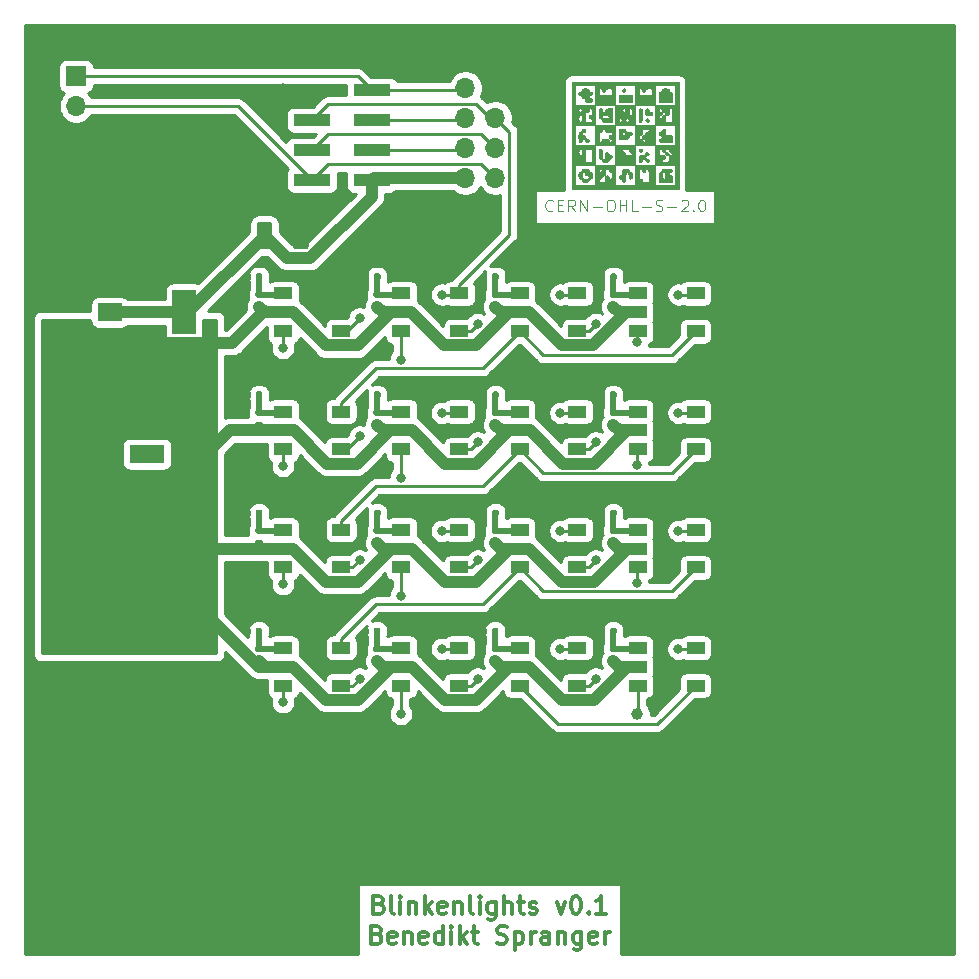
<source format=gbr>
%TF.GenerationSoftware,KiCad,Pcbnew,5.1.9+dfsg1-1~bpo10+1*%
%TF.CreationDate,2021-09-24T09:11:16+00:00*%
%TF.ProjectId,blinkenlights,626c696e-6b65-46e6-9c69-676874732e6b,rev?*%
%TF.SameCoordinates,Original*%
%TF.FileFunction,Copper,L1,Top*%
%TF.FilePolarity,Positive*%
%FSLAX46Y46*%
G04 Gerber Fmt 4.6, Leading zero omitted, Abs format (unit mm)*
G04 Created by KiCad (PCBNEW 5.1.9+dfsg1-1~bpo10+1) date 2021-09-24 09:11:16*
%MOMM*%
%LPD*%
G01*
G04 APERTURE LIST*
%TA.AperFunction,NonConductor*%
%ADD10C,0.100000*%
%TD*%
%TA.AperFunction,NonConductor*%
%ADD11C,0.300000*%
%TD*%
%TA.AperFunction,EtchedComponent*%
%ADD12C,0.010000*%
%TD*%
%TA.AperFunction,SMDPad,CuDef*%
%ADD13R,1.500000X1.000000*%
%TD*%
%TA.AperFunction,ComponentPad*%
%ADD14R,1.700000X1.700000*%
%TD*%
%TA.AperFunction,ComponentPad*%
%ADD15O,1.700000X1.700000*%
%TD*%
%TA.AperFunction,SMDPad,CuDef*%
%ADD16R,3.150000X1.000000*%
%TD*%
%TA.AperFunction,ComponentPad*%
%ADD17R,3.000000X1.500000*%
%TD*%
%TA.AperFunction,ComponentPad*%
%ADD18O,3.000000X1.500000*%
%TD*%
%TA.AperFunction,SMDPad,CuDef*%
%ADD19C,1.000000*%
%TD*%
%TA.AperFunction,SMDPad,CuDef*%
%ADD20R,2.000000X3.800000*%
%TD*%
%TA.AperFunction,SMDPad,CuDef*%
%ADD21R,2.000000X1.500000*%
%TD*%
%TA.AperFunction,ComponentPad*%
%ADD22C,7.000000*%
%TD*%
%TA.AperFunction,ViaPad*%
%ADD23C,0.800000*%
%TD*%
%TA.AperFunction,Conductor*%
%ADD24C,1.000000*%
%TD*%
%TA.AperFunction,Conductor*%
%ADD25C,0.500000*%
%TD*%
%TA.AperFunction,Conductor*%
%ADD26C,0.250000*%
%TD*%
%TA.AperFunction,Conductor*%
%ADD27C,0.254000*%
%TD*%
%TA.AperFunction,Conductor*%
%ADD28C,0.100000*%
%TD*%
G04 APERTURE END LIST*
D10*
X145357142Y-66357142D02*
X145309523Y-66404761D01*
X145166666Y-66452380D01*
X145071428Y-66452380D01*
X144928571Y-66404761D01*
X144833333Y-66309523D01*
X144785714Y-66214285D01*
X144738095Y-66023809D01*
X144738095Y-65880952D01*
X144785714Y-65690476D01*
X144833333Y-65595238D01*
X144928571Y-65500000D01*
X145071428Y-65452380D01*
X145166666Y-65452380D01*
X145309523Y-65500000D01*
X145357142Y-65547619D01*
X145785714Y-65928571D02*
X146119047Y-65928571D01*
X146261904Y-66452380D02*
X145785714Y-66452380D01*
X145785714Y-65452380D01*
X146261904Y-65452380D01*
X147261904Y-66452380D02*
X146928571Y-65976190D01*
X146690476Y-66452380D02*
X146690476Y-65452380D01*
X147071428Y-65452380D01*
X147166666Y-65500000D01*
X147214285Y-65547619D01*
X147261904Y-65642857D01*
X147261904Y-65785714D01*
X147214285Y-65880952D01*
X147166666Y-65928571D01*
X147071428Y-65976190D01*
X146690476Y-65976190D01*
X147690476Y-66452380D02*
X147690476Y-65452380D01*
X148261904Y-66452380D01*
X148261904Y-65452380D01*
X148738095Y-66071428D02*
X149500000Y-66071428D01*
X150166666Y-65452380D02*
X150357142Y-65452380D01*
X150452380Y-65500000D01*
X150547619Y-65595238D01*
X150595238Y-65785714D01*
X150595238Y-66119047D01*
X150547619Y-66309523D01*
X150452380Y-66404761D01*
X150357142Y-66452380D01*
X150166666Y-66452380D01*
X150071428Y-66404761D01*
X149976190Y-66309523D01*
X149928571Y-66119047D01*
X149928571Y-65785714D01*
X149976190Y-65595238D01*
X150071428Y-65500000D01*
X150166666Y-65452380D01*
X151023809Y-66452380D02*
X151023809Y-65452380D01*
X151023809Y-65928571D02*
X151595238Y-65928571D01*
X151595238Y-66452380D02*
X151595238Y-65452380D01*
X152547619Y-66452380D02*
X152071428Y-66452380D01*
X152071428Y-65452380D01*
X152880952Y-66071428D02*
X153642857Y-66071428D01*
X154071428Y-66404761D02*
X154214285Y-66452380D01*
X154452380Y-66452380D01*
X154547619Y-66404761D01*
X154595238Y-66357142D01*
X154642857Y-66261904D01*
X154642857Y-66166666D01*
X154595238Y-66071428D01*
X154547619Y-66023809D01*
X154452380Y-65976190D01*
X154261904Y-65928571D01*
X154166666Y-65880952D01*
X154119047Y-65833333D01*
X154071428Y-65738095D01*
X154071428Y-65642857D01*
X154119047Y-65547619D01*
X154166666Y-65500000D01*
X154261904Y-65452380D01*
X154500000Y-65452380D01*
X154642857Y-65500000D01*
X155071428Y-66071428D02*
X155833333Y-66071428D01*
X156261904Y-65547619D02*
X156309523Y-65500000D01*
X156404761Y-65452380D01*
X156642857Y-65452380D01*
X156738095Y-65500000D01*
X156785714Y-65547619D01*
X156833333Y-65642857D01*
X156833333Y-65738095D01*
X156785714Y-65880952D01*
X156214285Y-66452380D01*
X156833333Y-66452380D01*
X157261904Y-66357142D02*
X157309523Y-66404761D01*
X157261904Y-66452380D01*
X157214285Y-66404761D01*
X157261904Y-66357142D01*
X157261904Y-66452380D01*
X157928571Y-65452380D02*
X158023809Y-65452380D01*
X158119047Y-65500000D01*
X158166666Y-65547619D01*
X158214285Y-65642857D01*
X158261904Y-65833333D01*
X158261904Y-66071428D01*
X158214285Y-66261904D01*
X158166666Y-66357142D01*
X158119047Y-66404761D01*
X158023809Y-66452380D01*
X157928571Y-66452380D01*
X157833333Y-66404761D01*
X157785714Y-66357142D01*
X157738095Y-66261904D01*
X157690476Y-66071428D01*
X157690476Y-65833333D01*
X157738095Y-65642857D01*
X157785714Y-65547619D01*
X157833333Y-65500000D01*
X157928571Y-65452380D01*
D11*
X130678571Y-125117857D02*
X130892857Y-125189285D01*
X130964285Y-125260714D01*
X131035714Y-125403571D01*
X131035714Y-125617857D01*
X130964285Y-125760714D01*
X130892857Y-125832142D01*
X130750000Y-125903571D01*
X130178571Y-125903571D01*
X130178571Y-124403571D01*
X130678571Y-124403571D01*
X130821428Y-124475000D01*
X130892857Y-124546428D01*
X130964285Y-124689285D01*
X130964285Y-124832142D01*
X130892857Y-124975000D01*
X130821428Y-125046428D01*
X130678571Y-125117857D01*
X130178571Y-125117857D01*
X131892857Y-125903571D02*
X131750000Y-125832142D01*
X131678571Y-125689285D01*
X131678571Y-124403571D01*
X132464285Y-125903571D02*
X132464285Y-124903571D01*
X132464285Y-124403571D02*
X132392857Y-124475000D01*
X132464285Y-124546428D01*
X132535714Y-124475000D01*
X132464285Y-124403571D01*
X132464285Y-124546428D01*
X133178571Y-124903571D02*
X133178571Y-125903571D01*
X133178571Y-125046428D02*
X133250000Y-124975000D01*
X133392857Y-124903571D01*
X133607142Y-124903571D01*
X133750000Y-124975000D01*
X133821428Y-125117857D01*
X133821428Y-125903571D01*
X134535714Y-125903571D02*
X134535714Y-124403571D01*
X134678571Y-125332142D02*
X135107142Y-125903571D01*
X135107142Y-124903571D02*
X134535714Y-125475000D01*
X136321428Y-125832142D02*
X136178571Y-125903571D01*
X135892857Y-125903571D01*
X135750000Y-125832142D01*
X135678571Y-125689285D01*
X135678571Y-125117857D01*
X135750000Y-124975000D01*
X135892857Y-124903571D01*
X136178571Y-124903571D01*
X136321428Y-124975000D01*
X136392857Y-125117857D01*
X136392857Y-125260714D01*
X135678571Y-125403571D01*
X137035714Y-124903571D02*
X137035714Y-125903571D01*
X137035714Y-125046428D02*
X137107142Y-124975000D01*
X137250000Y-124903571D01*
X137464285Y-124903571D01*
X137607142Y-124975000D01*
X137678571Y-125117857D01*
X137678571Y-125903571D01*
X138607142Y-125903571D02*
X138464285Y-125832142D01*
X138392857Y-125689285D01*
X138392857Y-124403571D01*
X139178571Y-125903571D02*
X139178571Y-124903571D01*
X139178571Y-124403571D02*
X139107142Y-124475000D01*
X139178571Y-124546428D01*
X139250000Y-124475000D01*
X139178571Y-124403571D01*
X139178571Y-124546428D01*
X140535714Y-124903571D02*
X140535714Y-126117857D01*
X140464285Y-126260714D01*
X140392857Y-126332142D01*
X140250000Y-126403571D01*
X140035714Y-126403571D01*
X139892857Y-126332142D01*
X140535714Y-125832142D02*
X140392857Y-125903571D01*
X140107142Y-125903571D01*
X139964285Y-125832142D01*
X139892857Y-125760714D01*
X139821428Y-125617857D01*
X139821428Y-125189285D01*
X139892857Y-125046428D01*
X139964285Y-124975000D01*
X140107142Y-124903571D01*
X140392857Y-124903571D01*
X140535714Y-124975000D01*
X141250000Y-125903571D02*
X141250000Y-124403571D01*
X141892857Y-125903571D02*
X141892857Y-125117857D01*
X141821428Y-124975000D01*
X141678571Y-124903571D01*
X141464285Y-124903571D01*
X141321428Y-124975000D01*
X141250000Y-125046428D01*
X142392857Y-124903571D02*
X142964285Y-124903571D01*
X142607142Y-124403571D02*
X142607142Y-125689285D01*
X142678571Y-125832142D01*
X142821428Y-125903571D01*
X142964285Y-125903571D01*
X143392857Y-125832142D02*
X143535714Y-125903571D01*
X143821428Y-125903571D01*
X143964285Y-125832142D01*
X144035714Y-125689285D01*
X144035714Y-125617857D01*
X143964285Y-125475000D01*
X143821428Y-125403571D01*
X143607142Y-125403571D01*
X143464285Y-125332142D01*
X143392857Y-125189285D01*
X143392857Y-125117857D01*
X143464285Y-124975000D01*
X143607142Y-124903571D01*
X143821428Y-124903571D01*
X143964285Y-124975000D01*
X145678571Y-124903571D02*
X146035714Y-125903571D01*
X146392857Y-124903571D01*
X147250000Y-124403571D02*
X147392857Y-124403571D01*
X147535714Y-124475000D01*
X147607142Y-124546428D01*
X147678571Y-124689285D01*
X147750000Y-124975000D01*
X147750000Y-125332142D01*
X147678571Y-125617857D01*
X147607142Y-125760714D01*
X147535714Y-125832142D01*
X147392857Y-125903571D01*
X147250000Y-125903571D01*
X147107142Y-125832142D01*
X147035714Y-125760714D01*
X146964285Y-125617857D01*
X146892857Y-125332142D01*
X146892857Y-124975000D01*
X146964285Y-124689285D01*
X147035714Y-124546428D01*
X147107142Y-124475000D01*
X147250000Y-124403571D01*
X148392857Y-125760714D02*
X148464285Y-125832142D01*
X148392857Y-125903571D01*
X148321428Y-125832142D01*
X148392857Y-125760714D01*
X148392857Y-125903571D01*
X149892857Y-125903571D02*
X149035714Y-125903571D01*
X149464285Y-125903571D02*
X149464285Y-124403571D01*
X149321428Y-124617857D01*
X149178571Y-124760714D01*
X149035714Y-124832142D01*
X130499999Y-127667857D02*
X130714285Y-127739285D01*
X130785714Y-127810714D01*
X130857142Y-127953571D01*
X130857142Y-128167857D01*
X130785714Y-128310714D01*
X130714285Y-128382142D01*
X130571428Y-128453571D01*
X129999999Y-128453571D01*
X129999999Y-126953571D01*
X130499999Y-126953571D01*
X130642857Y-127025000D01*
X130714285Y-127096428D01*
X130785714Y-127239285D01*
X130785714Y-127382142D01*
X130714285Y-127525000D01*
X130642857Y-127596428D01*
X130499999Y-127667857D01*
X129999999Y-127667857D01*
X132071428Y-128382142D02*
X131928571Y-128453571D01*
X131642857Y-128453571D01*
X131499999Y-128382142D01*
X131428571Y-128239285D01*
X131428571Y-127667857D01*
X131499999Y-127525000D01*
X131642857Y-127453571D01*
X131928571Y-127453571D01*
X132071428Y-127525000D01*
X132142857Y-127667857D01*
X132142857Y-127810714D01*
X131428571Y-127953571D01*
X132785714Y-127453571D02*
X132785714Y-128453571D01*
X132785714Y-127596428D02*
X132857142Y-127525000D01*
X132999999Y-127453571D01*
X133214285Y-127453571D01*
X133357142Y-127525000D01*
X133428571Y-127667857D01*
X133428571Y-128453571D01*
X134714285Y-128382142D02*
X134571428Y-128453571D01*
X134285714Y-128453571D01*
X134142857Y-128382142D01*
X134071428Y-128239285D01*
X134071428Y-127667857D01*
X134142857Y-127525000D01*
X134285714Y-127453571D01*
X134571428Y-127453571D01*
X134714285Y-127525000D01*
X134785714Y-127667857D01*
X134785714Y-127810714D01*
X134071428Y-127953571D01*
X136071428Y-128453571D02*
X136071428Y-126953571D01*
X136071428Y-128382142D02*
X135928571Y-128453571D01*
X135642857Y-128453571D01*
X135500000Y-128382142D01*
X135428571Y-128310714D01*
X135357142Y-128167857D01*
X135357142Y-127739285D01*
X135428571Y-127596428D01*
X135500000Y-127525000D01*
X135642857Y-127453571D01*
X135928571Y-127453571D01*
X136071428Y-127525000D01*
X136785714Y-128453571D02*
X136785714Y-127453571D01*
X136785714Y-126953571D02*
X136714285Y-127025000D01*
X136785714Y-127096428D01*
X136857142Y-127025000D01*
X136785714Y-126953571D01*
X136785714Y-127096428D01*
X137500000Y-128453571D02*
X137500000Y-126953571D01*
X137642857Y-127882142D02*
X138071428Y-128453571D01*
X138071428Y-127453571D02*
X137500000Y-128025000D01*
X138500000Y-127453571D02*
X139071428Y-127453571D01*
X138714285Y-126953571D02*
X138714285Y-128239285D01*
X138785714Y-128382142D01*
X138928571Y-128453571D01*
X139071428Y-128453571D01*
X140642857Y-128382142D02*
X140857142Y-128453571D01*
X141214285Y-128453571D01*
X141357142Y-128382142D01*
X141428571Y-128310714D01*
X141500000Y-128167857D01*
X141500000Y-128025000D01*
X141428571Y-127882142D01*
X141357142Y-127810714D01*
X141214285Y-127739285D01*
X140928571Y-127667857D01*
X140785714Y-127596428D01*
X140714285Y-127525000D01*
X140642857Y-127382142D01*
X140642857Y-127239285D01*
X140714285Y-127096428D01*
X140785714Y-127025000D01*
X140928571Y-126953571D01*
X141285714Y-126953571D01*
X141500000Y-127025000D01*
X142142857Y-127453571D02*
X142142857Y-128953571D01*
X142142857Y-127525000D02*
X142285714Y-127453571D01*
X142571428Y-127453571D01*
X142714285Y-127525000D01*
X142785714Y-127596428D01*
X142857142Y-127739285D01*
X142857142Y-128167857D01*
X142785714Y-128310714D01*
X142714285Y-128382142D01*
X142571428Y-128453571D01*
X142285714Y-128453571D01*
X142142857Y-128382142D01*
X143500000Y-128453571D02*
X143500000Y-127453571D01*
X143500000Y-127739285D02*
X143571428Y-127596428D01*
X143642857Y-127525000D01*
X143785714Y-127453571D01*
X143928571Y-127453571D01*
X145071428Y-128453571D02*
X145071428Y-127667857D01*
X145000000Y-127525000D01*
X144857142Y-127453571D01*
X144571428Y-127453571D01*
X144428571Y-127525000D01*
X145071428Y-128382142D02*
X144928571Y-128453571D01*
X144571428Y-128453571D01*
X144428571Y-128382142D01*
X144357142Y-128239285D01*
X144357142Y-128096428D01*
X144428571Y-127953571D01*
X144571428Y-127882142D01*
X144928571Y-127882142D01*
X145071428Y-127810714D01*
X145785714Y-127453571D02*
X145785714Y-128453571D01*
X145785714Y-127596428D02*
X145857142Y-127525000D01*
X146000000Y-127453571D01*
X146214285Y-127453571D01*
X146357142Y-127525000D01*
X146428571Y-127667857D01*
X146428571Y-128453571D01*
X147785714Y-127453571D02*
X147785714Y-128667857D01*
X147714285Y-128810714D01*
X147642857Y-128882142D01*
X147500000Y-128953571D01*
X147285714Y-128953571D01*
X147142857Y-128882142D01*
X147785714Y-128382142D02*
X147642857Y-128453571D01*
X147357142Y-128453571D01*
X147214285Y-128382142D01*
X147142857Y-128310714D01*
X147071428Y-128167857D01*
X147071428Y-127739285D01*
X147142857Y-127596428D01*
X147214285Y-127525000D01*
X147357142Y-127453571D01*
X147642857Y-127453571D01*
X147785714Y-127525000D01*
X149071428Y-128382142D02*
X148928571Y-128453571D01*
X148642857Y-128453571D01*
X148500000Y-128382142D01*
X148428571Y-128239285D01*
X148428571Y-127667857D01*
X148500000Y-127525000D01*
X148642857Y-127453571D01*
X148928571Y-127453571D01*
X149071428Y-127525000D01*
X149142857Y-127667857D01*
X149142857Y-127810714D01*
X148428571Y-127953571D01*
X149785714Y-128453571D02*
X149785714Y-127453571D01*
X149785714Y-127739285D02*
X149857142Y-127596428D01*
X149928571Y-127525000D01*
X150071428Y-127453571D01*
X150214285Y-127453571D01*
D12*
%TO.C,G\u002A\u002A\u002A*%
G36*
X156028134Y-64528134D02*
G01*
X146971867Y-64528134D01*
X146971867Y-62547075D01*
X147254875Y-62547075D01*
X147254875Y-64245126D01*
X148952925Y-64245126D01*
X148952925Y-63820613D01*
X149235933Y-63820613D01*
X149259666Y-63913190D01*
X149355590Y-63954106D01*
X149518942Y-63962117D01*
X149700090Y-63955309D01*
X149780583Y-63907652D01*
X149801270Y-63778298D01*
X149801950Y-63679109D01*
X149813816Y-63493955D01*
X149861778Y-63412123D01*
X149943454Y-63396100D01*
X150061703Y-63446130D01*
X150084958Y-63537605D01*
X150134988Y-63655853D01*
X150226463Y-63679109D01*
X150319040Y-63655376D01*
X150359955Y-63559452D01*
X150367967Y-63396100D01*
X150356100Y-63210946D01*
X150308138Y-63129115D01*
X150226463Y-63113092D01*
X150108214Y-63063063D01*
X150084958Y-62971588D01*
X150034929Y-62853339D01*
X149943454Y-62830084D01*
X149850877Y-62853817D01*
X149809962Y-62949740D01*
X149801950Y-63113092D01*
X149790084Y-63298246D01*
X149742122Y-63380078D01*
X149660446Y-63396100D01*
X149542197Y-63446130D01*
X149518942Y-63537605D01*
X149468912Y-63655853D01*
X149377438Y-63679109D01*
X149259189Y-63729138D01*
X149235933Y-63820613D01*
X148952925Y-63820613D01*
X148952925Y-62971588D01*
X149235933Y-62971588D01*
X149285963Y-63089836D01*
X149377438Y-63113092D01*
X149495686Y-63063063D01*
X149518942Y-62971588D01*
X149468912Y-62853339D01*
X149377438Y-62830084D01*
X149259189Y-62880113D01*
X149235933Y-62971588D01*
X148952925Y-62971588D01*
X148952925Y-62547075D01*
X147254875Y-62547075D01*
X146971867Y-62547075D01*
X146971867Y-61415042D01*
X147537883Y-61415042D01*
X147549750Y-61600196D01*
X147597712Y-61682027D01*
X147679387Y-61698050D01*
X147771965Y-61674318D01*
X147812880Y-61578394D01*
X147820892Y-61415042D01*
X147809025Y-61229888D01*
X147761063Y-61148057D01*
X147679387Y-61132034D01*
X148103900Y-61132034D01*
X148103900Y-62264067D01*
X148669917Y-62264067D01*
X148669917Y-61132034D01*
X148103900Y-61132034D01*
X147679387Y-61132034D01*
X147586810Y-61155766D01*
X147545895Y-61251690D01*
X147537883Y-61415042D01*
X146971867Y-61415042D01*
X146971867Y-59150975D01*
X147254875Y-59150975D01*
X147254875Y-60849025D01*
X148952925Y-60849025D01*
X148952925Y-62547075D01*
X150650975Y-62547075D01*
X150650975Y-64245126D01*
X152349025Y-64245126D01*
X152349025Y-63254596D01*
X152632034Y-63254596D01*
X152637197Y-63491695D01*
X152659878Y-63619811D01*
X152710863Y-63671304D01*
X152773538Y-63679109D01*
X152891786Y-63729138D01*
X152915042Y-63820613D01*
X152938775Y-63913190D01*
X153034699Y-63954106D01*
X153198050Y-63962117D01*
X153481059Y-63962117D01*
X153481059Y-63396100D01*
X153478104Y-63114087D01*
X153464498Y-62945069D01*
X153433123Y-62860583D01*
X153376863Y-62832167D01*
X153339555Y-62830084D01*
X153221306Y-62880113D01*
X153198050Y-62971588D01*
X153148021Y-63089836D01*
X153056546Y-63113092D01*
X152938298Y-63063063D01*
X152915042Y-62971588D01*
X152865013Y-62853339D01*
X152773538Y-62830084D01*
X152694505Y-62845573D01*
X152651800Y-62913616D01*
X152634635Y-63066572D01*
X152632034Y-63254596D01*
X152349025Y-63254596D01*
X152349025Y-62547075D01*
X154047075Y-62547075D01*
X154047075Y-64245126D01*
X155745126Y-64245126D01*
X155745126Y-62547075D01*
X154047075Y-62547075D01*
X154047075Y-61415042D01*
X154330084Y-61415042D01*
X154336892Y-61596190D01*
X154384549Y-61676683D01*
X154513903Y-61697370D01*
X154613092Y-61698050D01*
X154798246Y-61709917D01*
X154880078Y-61757879D01*
X154896100Y-61839555D01*
X154846071Y-61957803D01*
X154754596Y-61981059D01*
X154636348Y-62031088D01*
X154613092Y-62122563D01*
X154636825Y-62215140D01*
X154732749Y-62256056D01*
X154896100Y-62264067D01*
X155077249Y-62257259D01*
X155157742Y-62209602D01*
X155178428Y-62080248D01*
X155179109Y-61981059D01*
X155190975Y-61795904D01*
X155238937Y-61714073D01*
X155320613Y-61698050D01*
X155438862Y-61648021D01*
X155462117Y-61556546D01*
X155412088Y-61438298D01*
X155320613Y-61415042D01*
X155202365Y-61365013D01*
X155179109Y-61273538D01*
X155129080Y-61155289D01*
X155037605Y-61132034D01*
X154919356Y-61182063D01*
X154896100Y-61273538D01*
X154846071Y-61391786D01*
X154754596Y-61415042D01*
X154636348Y-61365013D01*
X154613092Y-61273538D01*
X154563063Y-61155289D01*
X154471588Y-61132034D01*
X154379011Y-61155766D01*
X154338095Y-61251690D01*
X154330084Y-61415042D01*
X154047075Y-61415042D01*
X154047075Y-60849025D01*
X155745126Y-60849025D01*
X155745126Y-59150975D01*
X154047075Y-59150975D01*
X154047075Y-57877438D01*
X154330084Y-57877438D01*
X154380113Y-57995686D01*
X154471588Y-58018942D01*
X154589836Y-58068971D01*
X154613092Y-58160446D01*
X154563063Y-58278694D01*
X154471588Y-58301950D01*
X154353339Y-58351979D01*
X154330084Y-58443454D01*
X154380113Y-58561703D01*
X154471588Y-58584958D01*
X154589836Y-58534929D01*
X154613092Y-58443454D01*
X154663121Y-58325206D01*
X154754596Y-58301950D01*
X154847173Y-58325683D01*
X154888089Y-58421607D01*
X154896100Y-58584958D01*
X154902909Y-58766107D01*
X154950565Y-58846600D01*
X155079920Y-58867286D01*
X155179109Y-58867967D01*
X155462117Y-58867967D01*
X155462117Y-58301950D01*
X155459163Y-58019936D01*
X155445556Y-57850918D01*
X155414181Y-57766433D01*
X155357922Y-57738016D01*
X155320613Y-57735933D01*
X155228036Y-57759666D01*
X155187120Y-57855590D01*
X155179109Y-58018942D01*
X155167242Y-58204096D01*
X155119281Y-58285927D01*
X155037605Y-58301950D01*
X154919356Y-58251921D01*
X154896100Y-58160446D01*
X154846071Y-58042197D01*
X154754596Y-58018942D01*
X154636348Y-57968912D01*
X154613092Y-57877438D01*
X154563063Y-57759189D01*
X154471588Y-57735933D01*
X154353339Y-57785963D01*
X154330084Y-57877438D01*
X154047075Y-57877438D01*
X154047075Y-57452925D01*
X152349025Y-57452925D01*
X152349025Y-56320892D01*
X152632034Y-56320892D01*
X152632034Y-56603900D01*
X153764067Y-56603900D01*
X153764067Y-56320892D01*
X153757259Y-56139743D01*
X153709602Y-56059250D01*
X153580248Y-56038564D01*
X153481059Y-56037883D01*
X153295904Y-56049750D01*
X153214073Y-56097712D01*
X153198050Y-56179387D01*
X153148021Y-56297636D01*
X153056546Y-56320892D01*
X152938298Y-56270862D01*
X152915042Y-56179387D01*
X152865013Y-56061139D01*
X152773538Y-56037883D01*
X152680961Y-56061616D01*
X152640045Y-56157540D01*
X152632034Y-56320892D01*
X152349025Y-56320892D01*
X152349025Y-55754875D01*
X154047075Y-55754875D01*
X154047075Y-57452925D01*
X155745126Y-57452925D01*
X155745126Y-55754875D01*
X154047075Y-55754875D01*
X152349025Y-55754875D01*
X150650975Y-55754875D01*
X150650975Y-57452925D01*
X148952925Y-57452925D01*
X148952925Y-59150975D01*
X147254875Y-59150975D01*
X146971867Y-59150975D01*
X146971867Y-58584958D01*
X147537883Y-58584958D01*
X147549750Y-58770113D01*
X147597712Y-58851944D01*
X147679387Y-58867967D01*
X147771965Y-58844234D01*
X147812880Y-58748310D01*
X147820892Y-58584958D01*
X147811823Y-58443454D01*
X148103900Y-58443454D01*
X148103900Y-58867967D01*
X148386908Y-58867967D01*
X148572063Y-58856100D01*
X148653894Y-58808138D01*
X148669917Y-58726463D01*
X148619887Y-58608214D01*
X148528412Y-58584958D01*
X148410164Y-58534929D01*
X148386908Y-58443454D01*
X148436938Y-58325206D01*
X148528412Y-58301950D01*
X148620990Y-58278217D01*
X148661905Y-58182293D01*
X148669917Y-58018942D01*
X148658050Y-57833787D01*
X148610088Y-57751956D01*
X148528412Y-57735933D01*
X148410164Y-57785963D01*
X148386908Y-57877438D01*
X148336879Y-57995686D01*
X148245404Y-58018942D01*
X148166371Y-58034431D01*
X148123666Y-58102474D01*
X148106501Y-58255430D01*
X148103900Y-58443454D01*
X147811823Y-58443454D01*
X147809025Y-58399804D01*
X147761063Y-58317973D01*
X147679387Y-58301950D01*
X147586810Y-58325683D01*
X147545895Y-58421607D01*
X147537883Y-58584958D01*
X146971867Y-58584958D01*
X146971867Y-57877438D01*
X147537883Y-57877438D01*
X147587912Y-57995686D01*
X147679387Y-58018942D01*
X147797636Y-57968912D01*
X147820892Y-57877438D01*
X147770862Y-57759189D01*
X147679387Y-57735933D01*
X147561139Y-57785963D01*
X147537883Y-57877438D01*
X146971867Y-57877438D01*
X146971867Y-55754875D01*
X147254875Y-55754875D01*
X147254875Y-57452925D01*
X148952925Y-57452925D01*
X148952925Y-56320892D01*
X149235933Y-56320892D01*
X149235933Y-56603900D01*
X150367967Y-56603900D01*
X150367967Y-56320892D01*
X150361159Y-56139743D01*
X150313502Y-56059250D01*
X150184147Y-56038564D01*
X150084958Y-56037883D01*
X149899804Y-56049750D01*
X149817973Y-56097712D01*
X149801950Y-56179387D01*
X149751921Y-56297636D01*
X149660446Y-56320892D01*
X149542197Y-56270862D01*
X149518942Y-56179387D01*
X149468912Y-56061139D01*
X149377438Y-56037883D01*
X149284860Y-56061616D01*
X149243945Y-56157540D01*
X149235933Y-56320892D01*
X148952925Y-56320892D01*
X148952925Y-55754875D01*
X147254875Y-55754875D01*
X146971867Y-55754875D01*
X146971867Y-55471867D01*
X156028134Y-55471867D01*
X156028134Y-64528134D01*
G37*
X156028134Y-64528134D02*
X146971867Y-64528134D01*
X146971867Y-62547075D01*
X147254875Y-62547075D01*
X147254875Y-64245126D01*
X148952925Y-64245126D01*
X148952925Y-63820613D01*
X149235933Y-63820613D01*
X149259666Y-63913190D01*
X149355590Y-63954106D01*
X149518942Y-63962117D01*
X149700090Y-63955309D01*
X149780583Y-63907652D01*
X149801270Y-63778298D01*
X149801950Y-63679109D01*
X149813816Y-63493955D01*
X149861778Y-63412123D01*
X149943454Y-63396100D01*
X150061703Y-63446130D01*
X150084958Y-63537605D01*
X150134988Y-63655853D01*
X150226463Y-63679109D01*
X150319040Y-63655376D01*
X150359955Y-63559452D01*
X150367967Y-63396100D01*
X150356100Y-63210946D01*
X150308138Y-63129115D01*
X150226463Y-63113092D01*
X150108214Y-63063063D01*
X150084958Y-62971588D01*
X150034929Y-62853339D01*
X149943454Y-62830084D01*
X149850877Y-62853817D01*
X149809962Y-62949740D01*
X149801950Y-63113092D01*
X149790084Y-63298246D01*
X149742122Y-63380078D01*
X149660446Y-63396100D01*
X149542197Y-63446130D01*
X149518942Y-63537605D01*
X149468912Y-63655853D01*
X149377438Y-63679109D01*
X149259189Y-63729138D01*
X149235933Y-63820613D01*
X148952925Y-63820613D01*
X148952925Y-62971588D01*
X149235933Y-62971588D01*
X149285963Y-63089836D01*
X149377438Y-63113092D01*
X149495686Y-63063063D01*
X149518942Y-62971588D01*
X149468912Y-62853339D01*
X149377438Y-62830084D01*
X149259189Y-62880113D01*
X149235933Y-62971588D01*
X148952925Y-62971588D01*
X148952925Y-62547075D01*
X147254875Y-62547075D01*
X146971867Y-62547075D01*
X146971867Y-61415042D01*
X147537883Y-61415042D01*
X147549750Y-61600196D01*
X147597712Y-61682027D01*
X147679387Y-61698050D01*
X147771965Y-61674318D01*
X147812880Y-61578394D01*
X147820892Y-61415042D01*
X147809025Y-61229888D01*
X147761063Y-61148057D01*
X147679387Y-61132034D01*
X148103900Y-61132034D01*
X148103900Y-62264067D01*
X148669917Y-62264067D01*
X148669917Y-61132034D01*
X148103900Y-61132034D01*
X147679387Y-61132034D01*
X147586810Y-61155766D01*
X147545895Y-61251690D01*
X147537883Y-61415042D01*
X146971867Y-61415042D01*
X146971867Y-59150975D01*
X147254875Y-59150975D01*
X147254875Y-60849025D01*
X148952925Y-60849025D01*
X148952925Y-62547075D01*
X150650975Y-62547075D01*
X150650975Y-64245126D01*
X152349025Y-64245126D01*
X152349025Y-63254596D01*
X152632034Y-63254596D01*
X152637197Y-63491695D01*
X152659878Y-63619811D01*
X152710863Y-63671304D01*
X152773538Y-63679109D01*
X152891786Y-63729138D01*
X152915042Y-63820613D01*
X152938775Y-63913190D01*
X153034699Y-63954106D01*
X153198050Y-63962117D01*
X153481059Y-63962117D01*
X153481059Y-63396100D01*
X153478104Y-63114087D01*
X153464498Y-62945069D01*
X153433123Y-62860583D01*
X153376863Y-62832167D01*
X153339555Y-62830084D01*
X153221306Y-62880113D01*
X153198050Y-62971588D01*
X153148021Y-63089836D01*
X153056546Y-63113092D01*
X152938298Y-63063063D01*
X152915042Y-62971588D01*
X152865013Y-62853339D01*
X152773538Y-62830084D01*
X152694505Y-62845573D01*
X152651800Y-62913616D01*
X152634635Y-63066572D01*
X152632034Y-63254596D01*
X152349025Y-63254596D01*
X152349025Y-62547075D01*
X154047075Y-62547075D01*
X154047075Y-64245126D01*
X155745126Y-64245126D01*
X155745126Y-62547075D01*
X154047075Y-62547075D01*
X154047075Y-61415042D01*
X154330084Y-61415042D01*
X154336892Y-61596190D01*
X154384549Y-61676683D01*
X154513903Y-61697370D01*
X154613092Y-61698050D01*
X154798246Y-61709917D01*
X154880078Y-61757879D01*
X154896100Y-61839555D01*
X154846071Y-61957803D01*
X154754596Y-61981059D01*
X154636348Y-62031088D01*
X154613092Y-62122563D01*
X154636825Y-62215140D01*
X154732749Y-62256056D01*
X154896100Y-62264067D01*
X155077249Y-62257259D01*
X155157742Y-62209602D01*
X155178428Y-62080248D01*
X155179109Y-61981059D01*
X155190975Y-61795904D01*
X155238937Y-61714073D01*
X155320613Y-61698050D01*
X155438862Y-61648021D01*
X155462117Y-61556546D01*
X155412088Y-61438298D01*
X155320613Y-61415042D01*
X155202365Y-61365013D01*
X155179109Y-61273538D01*
X155129080Y-61155289D01*
X155037605Y-61132034D01*
X154919356Y-61182063D01*
X154896100Y-61273538D01*
X154846071Y-61391786D01*
X154754596Y-61415042D01*
X154636348Y-61365013D01*
X154613092Y-61273538D01*
X154563063Y-61155289D01*
X154471588Y-61132034D01*
X154379011Y-61155766D01*
X154338095Y-61251690D01*
X154330084Y-61415042D01*
X154047075Y-61415042D01*
X154047075Y-60849025D01*
X155745126Y-60849025D01*
X155745126Y-59150975D01*
X154047075Y-59150975D01*
X154047075Y-57877438D01*
X154330084Y-57877438D01*
X154380113Y-57995686D01*
X154471588Y-58018942D01*
X154589836Y-58068971D01*
X154613092Y-58160446D01*
X154563063Y-58278694D01*
X154471588Y-58301950D01*
X154353339Y-58351979D01*
X154330084Y-58443454D01*
X154380113Y-58561703D01*
X154471588Y-58584958D01*
X154589836Y-58534929D01*
X154613092Y-58443454D01*
X154663121Y-58325206D01*
X154754596Y-58301950D01*
X154847173Y-58325683D01*
X154888089Y-58421607D01*
X154896100Y-58584958D01*
X154902909Y-58766107D01*
X154950565Y-58846600D01*
X155079920Y-58867286D01*
X155179109Y-58867967D01*
X155462117Y-58867967D01*
X155462117Y-58301950D01*
X155459163Y-58019936D01*
X155445556Y-57850918D01*
X155414181Y-57766433D01*
X155357922Y-57738016D01*
X155320613Y-57735933D01*
X155228036Y-57759666D01*
X155187120Y-57855590D01*
X155179109Y-58018942D01*
X155167242Y-58204096D01*
X155119281Y-58285927D01*
X155037605Y-58301950D01*
X154919356Y-58251921D01*
X154896100Y-58160446D01*
X154846071Y-58042197D01*
X154754596Y-58018942D01*
X154636348Y-57968912D01*
X154613092Y-57877438D01*
X154563063Y-57759189D01*
X154471588Y-57735933D01*
X154353339Y-57785963D01*
X154330084Y-57877438D01*
X154047075Y-57877438D01*
X154047075Y-57452925D01*
X152349025Y-57452925D01*
X152349025Y-56320892D01*
X152632034Y-56320892D01*
X152632034Y-56603900D01*
X153764067Y-56603900D01*
X153764067Y-56320892D01*
X153757259Y-56139743D01*
X153709602Y-56059250D01*
X153580248Y-56038564D01*
X153481059Y-56037883D01*
X153295904Y-56049750D01*
X153214073Y-56097712D01*
X153198050Y-56179387D01*
X153148021Y-56297636D01*
X153056546Y-56320892D01*
X152938298Y-56270862D01*
X152915042Y-56179387D01*
X152865013Y-56061139D01*
X152773538Y-56037883D01*
X152680961Y-56061616D01*
X152640045Y-56157540D01*
X152632034Y-56320892D01*
X152349025Y-56320892D01*
X152349025Y-55754875D01*
X154047075Y-55754875D01*
X154047075Y-57452925D01*
X155745126Y-57452925D01*
X155745126Y-55754875D01*
X154047075Y-55754875D01*
X152349025Y-55754875D01*
X150650975Y-55754875D01*
X150650975Y-57452925D01*
X148952925Y-57452925D01*
X148952925Y-59150975D01*
X147254875Y-59150975D01*
X146971867Y-59150975D01*
X146971867Y-58584958D01*
X147537883Y-58584958D01*
X147549750Y-58770113D01*
X147597712Y-58851944D01*
X147679387Y-58867967D01*
X147771965Y-58844234D01*
X147812880Y-58748310D01*
X147820892Y-58584958D01*
X147811823Y-58443454D01*
X148103900Y-58443454D01*
X148103900Y-58867967D01*
X148386908Y-58867967D01*
X148572063Y-58856100D01*
X148653894Y-58808138D01*
X148669917Y-58726463D01*
X148619887Y-58608214D01*
X148528412Y-58584958D01*
X148410164Y-58534929D01*
X148386908Y-58443454D01*
X148436938Y-58325206D01*
X148528412Y-58301950D01*
X148620990Y-58278217D01*
X148661905Y-58182293D01*
X148669917Y-58018942D01*
X148658050Y-57833787D01*
X148610088Y-57751956D01*
X148528412Y-57735933D01*
X148410164Y-57785963D01*
X148386908Y-57877438D01*
X148336879Y-57995686D01*
X148245404Y-58018942D01*
X148166371Y-58034431D01*
X148123666Y-58102474D01*
X148106501Y-58255430D01*
X148103900Y-58443454D01*
X147811823Y-58443454D01*
X147809025Y-58399804D01*
X147761063Y-58317973D01*
X147679387Y-58301950D01*
X147586810Y-58325683D01*
X147545895Y-58421607D01*
X147537883Y-58584958D01*
X146971867Y-58584958D01*
X146971867Y-57877438D01*
X147537883Y-57877438D01*
X147587912Y-57995686D01*
X147679387Y-58018942D01*
X147797636Y-57968912D01*
X147820892Y-57877438D01*
X147770862Y-57759189D01*
X147679387Y-57735933D01*
X147561139Y-57785963D01*
X147537883Y-57877438D01*
X146971867Y-57877438D01*
X146971867Y-55754875D01*
X147254875Y-55754875D01*
X147254875Y-57452925D01*
X148952925Y-57452925D01*
X148952925Y-56320892D01*
X149235933Y-56320892D01*
X149235933Y-56603900D01*
X150367967Y-56603900D01*
X150367967Y-56320892D01*
X150361159Y-56139743D01*
X150313502Y-56059250D01*
X150184147Y-56038564D01*
X150084958Y-56037883D01*
X149899804Y-56049750D01*
X149817973Y-56097712D01*
X149801950Y-56179387D01*
X149751921Y-56297636D01*
X149660446Y-56320892D01*
X149542197Y-56270862D01*
X149518942Y-56179387D01*
X149468912Y-56061139D01*
X149377438Y-56037883D01*
X149284860Y-56061616D01*
X149243945Y-56157540D01*
X149235933Y-56320892D01*
X148952925Y-56320892D01*
X148952925Y-55754875D01*
X147254875Y-55754875D01*
X146971867Y-55754875D01*
X146971867Y-55471867D01*
X156028134Y-55471867D01*
X156028134Y-64528134D01*
G36*
X148289054Y-62841950D02*
G01*
X148370885Y-62889912D01*
X148386908Y-62971588D01*
X148436938Y-63089836D01*
X148528412Y-63113092D01*
X148620990Y-63136825D01*
X148661905Y-63232749D01*
X148669917Y-63396100D01*
X148658050Y-63581255D01*
X148610088Y-63663086D01*
X148528412Y-63679109D01*
X148410164Y-63729138D01*
X148386908Y-63820613D01*
X148363175Y-63913190D01*
X148267252Y-63954106D01*
X148103900Y-63962117D01*
X147918746Y-63950251D01*
X147836915Y-63902289D01*
X147820892Y-63820613D01*
X147770862Y-63702365D01*
X147679387Y-63679109D01*
X147586810Y-63655376D01*
X147545895Y-63559452D01*
X147537883Y-63396100D01*
X147820892Y-63396100D01*
X147827700Y-63577249D01*
X147875357Y-63657742D01*
X148004711Y-63678428D01*
X148103900Y-63679109D01*
X148289054Y-63667242D01*
X148370885Y-63619281D01*
X148386908Y-63537605D01*
X148336879Y-63419356D01*
X148245404Y-63396100D01*
X148127156Y-63346071D01*
X148103900Y-63254596D01*
X148053871Y-63136348D01*
X147962396Y-63113092D01*
X147869819Y-63136825D01*
X147828903Y-63232749D01*
X147820892Y-63396100D01*
X147537883Y-63396100D01*
X147549750Y-63210946D01*
X147597712Y-63129115D01*
X147679387Y-63113092D01*
X147797636Y-63063063D01*
X147820892Y-62971588D01*
X147844624Y-62879011D01*
X147940548Y-62838095D01*
X148103900Y-62830084D01*
X148289054Y-62841950D01*
G37*
X148289054Y-62841950D02*
X148370885Y-62889912D01*
X148386908Y-62971588D01*
X148436938Y-63089836D01*
X148528412Y-63113092D01*
X148620990Y-63136825D01*
X148661905Y-63232749D01*
X148669917Y-63396100D01*
X148658050Y-63581255D01*
X148610088Y-63663086D01*
X148528412Y-63679109D01*
X148410164Y-63729138D01*
X148386908Y-63820613D01*
X148363175Y-63913190D01*
X148267252Y-63954106D01*
X148103900Y-63962117D01*
X147918746Y-63950251D01*
X147836915Y-63902289D01*
X147820892Y-63820613D01*
X147770862Y-63702365D01*
X147679387Y-63679109D01*
X147586810Y-63655376D01*
X147545895Y-63559452D01*
X147537883Y-63396100D01*
X147820892Y-63396100D01*
X147827700Y-63577249D01*
X147875357Y-63657742D01*
X148004711Y-63678428D01*
X148103900Y-63679109D01*
X148289054Y-63667242D01*
X148370885Y-63619281D01*
X148386908Y-63537605D01*
X148336879Y-63419356D01*
X148245404Y-63396100D01*
X148127156Y-63346071D01*
X148103900Y-63254596D01*
X148053871Y-63136348D01*
X147962396Y-63113092D01*
X147869819Y-63136825D01*
X147828903Y-63232749D01*
X147820892Y-63396100D01*
X147537883Y-63396100D01*
X147549750Y-63210946D01*
X147597712Y-63129115D01*
X147679387Y-63113092D01*
X147797636Y-63063063D01*
X147820892Y-62971588D01*
X147844624Y-62879011D01*
X147940548Y-62838095D01*
X148103900Y-62830084D01*
X148289054Y-62841950D01*
G36*
X151685155Y-62841950D02*
G01*
X151766986Y-62889912D01*
X151783009Y-62971588D01*
X151833038Y-63089836D01*
X151924513Y-63113092D01*
X152017090Y-63136825D01*
X152058005Y-63232749D01*
X152066017Y-63396100D01*
X152054151Y-63581255D01*
X152006189Y-63663086D01*
X151924513Y-63679109D01*
X151831936Y-63655376D01*
X151791020Y-63559452D01*
X151783009Y-63396100D01*
X151771142Y-63210946D01*
X151723180Y-63129115D01*
X151641504Y-63113092D01*
X151562471Y-63128582D01*
X151519766Y-63196624D01*
X151502602Y-63349580D01*
X151500000Y-63537605D01*
X151494837Y-63774704D01*
X151472156Y-63902819D01*
X151421171Y-63954313D01*
X151358496Y-63962117D01*
X151240248Y-63912088D01*
X151216992Y-63820613D01*
X151166963Y-63702365D01*
X151075488Y-63679109D01*
X150957239Y-63629080D01*
X150933983Y-63537605D01*
X150984013Y-63419356D01*
X151075488Y-63396100D01*
X151168065Y-63372368D01*
X151208980Y-63276444D01*
X151216992Y-63113092D01*
X151223800Y-62931944D01*
X151271457Y-62851451D01*
X151400811Y-62830764D01*
X151500000Y-62830084D01*
X151685155Y-62841950D01*
G37*
X151685155Y-62841950D02*
X151766986Y-62889912D01*
X151783009Y-62971588D01*
X151833038Y-63089836D01*
X151924513Y-63113092D01*
X152017090Y-63136825D01*
X152058005Y-63232749D01*
X152066017Y-63396100D01*
X152054151Y-63581255D01*
X152006189Y-63663086D01*
X151924513Y-63679109D01*
X151831936Y-63655376D01*
X151791020Y-63559452D01*
X151783009Y-63396100D01*
X151771142Y-63210946D01*
X151723180Y-63129115D01*
X151641504Y-63113092D01*
X151562471Y-63128582D01*
X151519766Y-63196624D01*
X151502602Y-63349580D01*
X151500000Y-63537605D01*
X151494837Y-63774704D01*
X151472156Y-63902819D01*
X151421171Y-63954313D01*
X151358496Y-63962117D01*
X151240248Y-63912088D01*
X151216992Y-63820613D01*
X151166963Y-63702365D01*
X151075488Y-63679109D01*
X150957239Y-63629080D01*
X150933983Y-63537605D01*
X150984013Y-63419356D01*
X151075488Y-63396100D01*
X151168065Y-63372368D01*
X151208980Y-63276444D01*
X151216992Y-63113092D01*
X151223800Y-62931944D01*
X151271457Y-62851451D01*
X151400811Y-62830764D01*
X151500000Y-62830084D01*
X151685155Y-62841950D01*
G36*
X155274704Y-62835247D02*
G01*
X155402819Y-62857928D01*
X155454313Y-62908913D01*
X155462117Y-62971588D01*
X155412088Y-63089836D01*
X155320613Y-63113092D01*
X155202365Y-63163121D01*
X155179109Y-63254596D01*
X155229138Y-63372845D01*
X155320613Y-63396100D01*
X155413190Y-63419833D01*
X155454106Y-63515757D01*
X155462117Y-63679109D01*
X155462117Y-63962117D01*
X154330084Y-63962117D01*
X154330084Y-63537605D01*
X154333165Y-63396100D01*
X154613092Y-63396100D01*
X154624959Y-63581255D01*
X154672920Y-63663086D01*
X154754596Y-63679109D01*
X154847173Y-63655376D01*
X154888089Y-63559452D01*
X154896100Y-63396100D01*
X154884234Y-63210946D01*
X154836272Y-63129115D01*
X154754596Y-63113092D01*
X154662019Y-63136825D01*
X154621104Y-63232749D01*
X154613092Y-63396100D01*
X154333165Y-63396100D01*
X154335247Y-63300506D01*
X154357928Y-63172390D01*
X154408913Y-63120896D01*
X154471588Y-63113092D01*
X154589836Y-63063063D01*
X154613092Y-62971588D01*
X154628582Y-62892555D01*
X154696624Y-62849850D01*
X154849580Y-62832685D01*
X155037605Y-62830084D01*
X155274704Y-62835247D01*
G37*
X155274704Y-62835247D02*
X155402819Y-62857928D01*
X155454313Y-62908913D01*
X155462117Y-62971588D01*
X155412088Y-63089836D01*
X155320613Y-63113092D01*
X155202365Y-63163121D01*
X155179109Y-63254596D01*
X155229138Y-63372845D01*
X155320613Y-63396100D01*
X155413190Y-63419833D01*
X155454106Y-63515757D01*
X155462117Y-63679109D01*
X155462117Y-63962117D01*
X154330084Y-63962117D01*
X154330084Y-63537605D01*
X154333165Y-63396100D01*
X154613092Y-63396100D01*
X154624959Y-63581255D01*
X154672920Y-63663086D01*
X154754596Y-63679109D01*
X154847173Y-63655376D01*
X154888089Y-63559452D01*
X154896100Y-63396100D01*
X154884234Y-63210946D01*
X154836272Y-63129115D01*
X154754596Y-63113092D01*
X154662019Y-63136825D01*
X154621104Y-63232749D01*
X154613092Y-63396100D01*
X154333165Y-63396100D01*
X154335247Y-63300506D01*
X154357928Y-63172390D01*
X154408913Y-63120896D01*
X154471588Y-63113092D01*
X154589836Y-63063063D01*
X154613092Y-62971588D01*
X154628582Y-62892555D01*
X154696624Y-62849850D01*
X154849580Y-62832685D01*
X155037605Y-62830084D01*
X155274704Y-62835247D01*
G36*
X154047075Y-59150975D02*
G01*
X154047075Y-60849025D01*
X152349025Y-60849025D01*
X152349025Y-62547075D01*
X150650975Y-62547075D01*
X150650975Y-61273538D01*
X151216992Y-61273538D01*
X151267021Y-61391786D01*
X151358496Y-61415042D01*
X151476745Y-61465071D01*
X151500000Y-61556546D01*
X151523733Y-61649123D01*
X151619657Y-61690039D01*
X151783009Y-61698050D01*
X151968163Y-61686184D01*
X152049994Y-61638222D01*
X152066017Y-61556546D01*
X152015988Y-61438298D01*
X151924513Y-61415042D01*
X151806264Y-61365013D01*
X151783009Y-61273538D01*
X151759276Y-61180961D01*
X151663352Y-61140045D01*
X151500000Y-61132034D01*
X151314846Y-61143900D01*
X151233015Y-61191862D01*
X151216992Y-61273538D01*
X150650975Y-61273538D01*
X150650975Y-60849025D01*
X148952925Y-60849025D01*
X148952925Y-60141504D01*
X149235933Y-60141504D01*
X149241097Y-60378603D01*
X149263777Y-60506719D01*
X149314763Y-60558213D01*
X149377438Y-60566017D01*
X149495686Y-60515988D01*
X149518942Y-60424513D01*
X149542675Y-60331936D01*
X149638598Y-60291020D01*
X149801950Y-60283009D01*
X149987104Y-60294875D01*
X150068935Y-60342837D01*
X150084958Y-60424513D01*
X150134988Y-60542761D01*
X150226463Y-60566017D01*
X150344711Y-60515988D01*
X150367967Y-60424513D01*
X150317937Y-60306264D01*
X150226463Y-60283009D01*
X150108214Y-60232979D01*
X150084958Y-60141504D01*
X150134988Y-60023256D01*
X150226463Y-60000000D01*
X150344711Y-59949971D01*
X150367967Y-59858496D01*
X150344234Y-59765919D01*
X150248310Y-59725003D01*
X150084958Y-59716992D01*
X149899804Y-59705125D01*
X149817973Y-59657164D01*
X149801950Y-59575488D01*
X149751921Y-59457239D01*
X149660446Y-59433983D01*
X149542197Y-59484013D01*
X149518942Y-59575488D01*
X149468912Y-59693736D01*
X149377438Y-59716992D01*
X149298405Y-59732481D01*
X149255699Y-59800524D01*
X149238535Y-59953480D01*
X149235933Y-60141504D01*
X148952925Y-60141504D01*
X148952925Y-59150975D01*
X150650975Y-59150975D01*
X150650975Y-60849025D01*
X152349025Y-60849025D01*
X152349025Y-60141504D01*
X152632034Y-60141504D01*
X152682063Y-60259753D01*
X152773538Y-60283009D01*
X152891786Y-60333038D01*
X152915042Y-60424513D01*
X152965071Y-60542761D01*
X153056546Y-60566017D01*
X153174795Y-60515988D01*
X153198050Y-60424513D01*
X153148021Y-60306264D01*
X153056546Y-60283009D01*
X152938298Y-60232979D01*
X152915042Y-60141504D01*
X152965071Y-60023256D01*
X153056546Y-60000000D01*
X153174795Y-59949971D01*
X153198050Y-59858496D01*
X153248080Y-59740248D01*
X153339555Y-59716992D01*
X153457803Y-59666963D01*
X153481059Y-59575488D01*
X153457326Y-59482911D01*
X153361402Y-59441995D01*
X153198050Y-59433983D01*
X153016902Y-59440792D01*
X152936409Y-59488448D01*
X152915723Y-59617803D01*
X152915042Y-59716992D01*
X152903176Y-59902146D01*
X152855214Y-59983977D01*
X152773538Y-60000000D01*
X152655289Y-60050029D01*
X152632034Y-60141504D01*
X152349025Y-60141504D01*
X152349025Y-59150975D01*
X150650975Y-59150975D01*
X150650975Y-58726463D01*
X150933983Y-58726463D01*
X150984013Y-58844711D01*
X151075488Y-58867967D01*
X151193736Y-58817937D01*
X151216992Y-58726463D01*
X151500000Y-58726463D01*
X151550029Y-58844711D01*
X151641504Y-58867967D01*
X151759753Y-58817937D01*
X151783009Y-58726463D01*
X151732979Y-58608214D01*
X151641504Y-58584958D01*
X151523256Y-58634988D01*
X151500000Y-58726463D01*
X151216992Y-58726463D01*
X151166963Y-58608214D01*
X151075488Y-58584958D01*
X150957239Y-58634988D01*
X150933983Y-58726463D01*
X150650975Y-58726463D01*
X150650975Y-57877438D01*
X151216992Y-57877438D01*
X151267021Y-57995686D01*
X151358496Y-58018942D01*
X151783009Y-58018942D01*
X151794875Y-58204096D01*
X151842837Y-58285927D01*
X151924513Y-58301950D01*
X152017090Y-58278217D01*
X152058005Y-58182293D01*
X152066017Y-58018942D01*
X152054151Y-57833787D01*
X152006189Y-57751956D01*
X151924513Y-57735933D01*
X151831936Y-57759666D01*
X151791020Y-57855590D01*
X151783009Y-58018942D01*
X151358496Y-58018942D01*
X151476745Y-57968912D01*
X151500000Y-57877438D01*
X151449971Y-57759189D01*
X151358496Y-57735933D01*
X151240248Y-57785963D01*
X151216992Y-57877438D01*
X150650975Y-57877438D01*
X150650975Y-57452925D01*
X152349025Y-57452925D01*
X152349025Y-59150975D01*
X154047075Y-59150975D01*
G37*
X154047075Y-59150975D02*
X154047075Y-60849025D01*
X152349025Y-60849025D01*
X152349025Y-62547075D01*
X150650975Y-62547075D01*
X150650975Y-61273538D01*
X151216992Y-61273538D01*
X151267021Y-61391786D01*
X151358496Y-61415042D01*
X151476745Y-61465071D01*
X151500000Y-61556546D01*
X151523733Y-61649123D01*
X151619657Y-61690039D01*
X151783009Y-61698050D01*
X151968163Y-61686184D01*
X152049994Y-61638222D01*
X152066017Y-61556546D01*
X152015988Y-61438298D01*
X151924513Y-61415042D01*
X151806264Y-61365013D01*
X151783009Y-61273538D01*
X151759276Y-61180961D01*
X151663352Y-61140045D01*
X151500000Y-61132034D01*
X151314846Y-61143900D01*
X151233015Y-61191862D01*
X151216992Y-61273538D01*
X150650975Y-61273538D01*
X150650975Y-60849025D01*
X148952925Y-60849025D01*
X148952925Y-60141504D01*
X149235933Y-60141504D01*
X149241097Y-60378603D01*
X149263777Y-60506719D01*
X149314763Y-60558213D01*
X149377438Y-60566017D01*
X149495686Y-60515988D01*
X149518942Y-60424513D01*
X149542675Y-60331936D01*
X149638598Y-60291020D01*
X149801950Y-60283009D01*
X149987104Y-60294875D01*
X150068935Y-60342837D01*
X150084958Y-60424513D01*
X150134988Y-60542761D01*
X150226463Y-60566017D01*
X150344711Y-60515988D01*
X150367967Y-60424513D01*
X150317937Y-60306264D01*
X150226463Y-60283009D01*
X150108214Y-60232979D01*
X150084958Y-60141504D01*
X150134988Y-60023256D01*
X150226463Y-60000000D01*
X150344711Y-59949971D01*
X150367967Y-59858496D01*
X150344234Y-59765919D01*
X150248310Y-59725003D01*
X150084958Y-59716992D01*
X149899804Y-59705125D01*
X149817973Y-59657164D01*
X149801950Y-59575488D01*
X149751921Y-59457239D01*
X149660446Y-59433983D01*
X149542197Y-59484013D01*
X149518942Y-59575488D01*
X149468912Y-59693736D01*
X149377438Y-59716992D01*
X149298405Y-59732481D01*
X149255699Y-59800524D01*
X149238535Y-59953480D01*
X149235933Y-60141504D01*
X148952925Y-60141504D01*
X148952925Y-59150975D01*
X150650975Y-59150975D01*
X150650975Y-60849025D01*
X152349025Y-60849025D01*
X152349025Y-60141504D01*
X152632034Y-60141504D01*
X152682063Y-60259753D01*
X152773538Y-60283009D01*
X152891786Y-60333038D01*
X152915042Y-60424513D01*
X152965071Y-60542761D01*
X153056546Y-60566017D01*
X153174795Y-60515988D01*
X153198050Y-60424513D01*
X153148021Y-60306264D01*
X153056546Y-60283009D01*
X152938298Y-60232979D01*
X152915042Y-60141504D01*
X152965071Y-60023256D01*
X153056546Y-60000000D01*
X153174795Y-59949971D01*
X153198050Y-59858496D01*
X153248080Y-59740248D01*
X153339555Y-59716992D01*
X153457803Y-59666963D01*
X153481059Y-59575488D01*
X153457326Y-59482911D01*
X153361402Y-59441995D01*
X153198050Y-59433983D01*
X153016902Y-59440792D01*
X152936409Y-59488448D01*
X152915723Y-59617803D01*
X152915042Y-59716992D01*
X152903176Y-59902146D01*
X152855214Y-59983977D01*
X152773538Y-60000000D01*
X152655289Y-60050029D01*
X152632034Y-60141504D01*
X152349025Y-60141504D01*
X152349025Y-59150975D01*
X150650975Y-59150975D01*
X150650975Y-58726463D01*
X150933983Y-58726463D01*
X150984013Y-58844711D01*
X151075488Y-58867967D01*
X151193736Y-58817937D01*
X151216992Y-58726463D01*
X151500000Y-58726463D01*
X151550029Y-58844711D01*
X151641504Y-58867967D01*
X151759753Y-58817937D01*
X151783009Y-58726463D01*
X151732979Y-58608214D01*
X151641504Y-58584958D01*
X151523256Y-58634988D01*
X151500000Y-58726463D01*
X151216992Y-58726463D01*
X151166963Y-58608214D01*
X151075488Y-58584958D01*
X150957239Y-58634988D01*
X150933983Y-58726463D01*
X150650975Y-58726463D01*
X150650975Y-57877438D01*
X151216992Y-57877438D01*
X151267021Y-57995686D01*
X151358496Y-58018942D01*
X151783009Y-58018942D01*
X151794875Y-58204096D01*
X151842837Y-58285927D01*
X151924513Y-58301950D01*
X152017090Y-58278217D01*
X152058005Y-58182293D01*
X152066017Y-58018942D01*
X152054151Y-57833787D01*
X152006189Y-57751956D01*
X151924513Y-57735933D01*
X151831936Y-57759666D01*
X151791020Y-57855590D01*
X151783009Y-58018942D01*
X151358496Y-58018942D01*
X151476745Y-57968912D01*
X151500000Y-57877438D01*
X151449971Y-57759189D01*
X151358496Y-57735933D01*
X151240248Y-57785963D01*
X151216992Y-57877438D01*
X150650975Y-57877438D01*
X150650975Y-57452925D01*
X152349025Y-57452925D01*
X152349025Y-59150975D01*
X154047075Y-59150975D01*
G36*
X149456470Y-61147523D02*
G01*
X149499176Y-61215566D01*
X149516340Y-61368522D01*
X149518942Y-61556546D01*
X149524105Y-61793645D01*
X149546786Y-61921761D01*
X149597771Y-61973254D01*
X149660446Y-61981059D01*
X149753023Y-61957326D01*
X149793939Y-61861402D01*
X149801950Y-61698050D01*
X149813816Y-61512896D01*
X149861778Y-61431065D01*
X149943454Y-61415042D01*
X150061703Y-61465071D01*
X150084958Y-61556546D01*
X150134988Y-61674795D01*
X150226463Y-61698050D01*
X150344711Y-61748080D01*
X150367967Y-61839555D01*
X150317937Y-61957803D01*
X150226463Y-61981059D01*
X150108214Y-62031088D01*
X150084958Y-62122563D01*
X150061226Y-62215140D01*
X149965302Y-62256056D01*
X149801950Y-62264067D01*
X149616796Y-62252201D01*
X149534965Y-62204239D01*
X149518942Y-62122563D01*
X149468912Y-62004314D01*
X149377438Y-61981059D01*
X149298405Y-61965569D01*
X149255699Y-61897527D01*
X149238535Y-61744571D01*
X149235933Y-61556546D01*
X149241097Y-61319447D01*
X149263777Y-61191332D01*
X149314763Y-61139838D01*
X149377438Y-61132034D01*
X149456470Y-61147523D01*
G37*
X149456470Y-61147523D02*
X149499176Y-61215566D01*
X149516340Y-61368522D01*
X149518942Y-61556546D01*
X149524105Y-61793645D01*
X149546786Y-61921761D01*
X149597771Y-61973254D01*
X149660446Y-61981059D01*
X149753023Y-61957326D01*
X149793939Y-61861402D01*
X149801950Y-61698050D01*
X149813816Y-61512896D01*
X149861778Y-61431065D01*
X149943454Y-61415042D01*
X150061703Y-61465071D01*
X150084958Y-61556546D01*
X150134988Y-61674795D01*
X150226463Y-61698050D01*
X150344711Y-61748080D01*
X150367967Y-61839555D01*
X150317937Y-61957803D01*
X150226463Y-61981059D01*
X150108214Y-62031088D01*
X150084958Y-62122563D01*
X150061226Y-62215140D01*
X149965302Y-62256056D01*
X149801950Y-62264067D01*
X149616796Y-62252201D01*
X149534965Y-62204239D01*
X149518942Y-62122563D01*
X149468912Y-62004314D01*
X149377438Y-61981059D01*
X149298405Y-61965569D01*
X149255699Y-61897527D01*
X149238535Y-61744571D01*
X149235933Y-61556546D01*
X149241097Y-61319447D01*
X149263777Y-61191332D01*
X149314763Y-61139838D01*
X149377438Y-61132034D01*
X149456470Y-61147523D01*
G36*
X153457803Y-61465071D02*
G01*
X153481059Y-61556546D01*
X153431029Y-61674795D01*
X153339555Y-61698050D01*
X153221306Y-61748080D01*
X153198050Y-61839555D01*
X153248080Y-61957803D01*
X153339555Y-61981059D01*
X153457803Y-62031088D01*
X153481059Y-62122563D01*
X153431029Y-62240811D01*
X153339555Y-62264067D01*
X153221306Y-62214038D01*
X153198050Y-62122563D01*
X153148021Y-62004314D01*
X153056546Y-61981059D01*
X152938298Y-62031088D01*
X152915042Y-62122563D01*
X152865013Y-62240811D01*
X152773538Y-62264067D01*
X152680961Y-62240334D01*
X152640045Y-62144410D01*
X152632034Y-61981059D01*
X152638842Y-61799910D01*
X152686499Y-61719417D01*
X152815853Y-61698731D01*
X152915042Y-61698050D01*
X153100196Y-61686184D01*
X153182027Y-61638222D01*
X153198050Y-61556546D01*
X153248080Y-61438298D01*
X153339555Y-61415042D01*
X153457803Y-61465071D01*
G37*
X153457803Y-61465071D02*
X153481059Y-61556546D01*
X153431029Y-61674795D01*
X153339555Y-61698050D01*
X153221306Y-61748080D01*
X153198050Y-61839555D01*
X153248080Y-61957803D01*
X153339555Y-61981059D01*
X153457803Y-62031088D01*
X153481059Y-62122563D01*
X153431029Y-62240811D01*
X153339555Y-62264067D01*
X153221306Y-62214038D01*
X153198050Y-62122563D01*
X153148021Y-62004314D01*
X153056546Y-61981059D01*
X152938298Y-62031088D01*
X152915042Y-62122563D01*
X152865013Y-62240811D01*
X152773538Y-62264067D01*
X152680961Y-62240334D01*
X152640045Y-62144410D01*
X152632034Y-61981059D01*
X152638842Y-61799910D01*
X152686499Y-61719417D01*
X152815853Y-61698731D01*
X152915042Y-61698050D01*
X153100196Y-61686184D01*
X153182027Y-61638222D01*
X153198050Y-61556546D01*
X153248080Y-61438298D01*
X153339555Y-61415042D01*
X153457803Y-61465071D01*
G36*
X152891786Y-61182063D02*
G01*
X152915042Y-61273538D01*
X152865013Y-61391786D01*
X152773538Y-61415042D01*
X152655289Y-61365013D01*
X152632034Y-61273538D01*
X152682063Y-61155289D01*
X152773538Y-61132034D01*
X152891786Y-61182063D01*
G37*
X152891786Y-61182063D02*
X152915042Y-61273538D01*
X152865013Y-61391786D01*
X152773538Y-61415042D01*
X152655289Y-61365013D01*
X152632034Y-61273538D01*
X152682063Y-61155289D01*
X152773538Y-61132034D01*
X152891786Y-61182063D01*
G36*
X148080644Y-59484013D02*
G01*
X148103900Y-59575488D01*
X148053871Y-59693736D01*
X147962396Y-59716992D01*
X147844147Y-59767021D01*
X147820892Y-59858496D01*
X147870921Y-59976745D01*
X147962396Y-60000000D01*
X148080644Y-60050029D01*
X148103900Y-60141504D01*
X148153929Y-60259753D01*
X148245404Y-60283009D01*
X148363653Y-60333038D01*
X148386908Y-60424513D01*
X148336879Y-60542761D01*
X148245404Y-60566017D01*
X148127156Y-60515988D01*
X148103900Y-60424513D01*
X148053871Y-60306264D01*
X147962396Y-60283009D01*
X147844147Y-60333038D01*
X147820892Y-60424513D01*
X147770862Y-60542761D01*
X147679387Y-60566017D01*
X147600354Y-60550527D01*
X147557649Y-60482485D01*
X147540485Y-60329529D01*
X147537883Y-60141504D01*
X147543046Y-59904406D01*
X147565727Y-59776290D01*
X147616713Y-59724796D01*
X147679387Y-59716992D01*
X147797636Y-59666963D01*
X147820892Y-59575488D01*
X147870921Y-59457239D01*
X147962396Y-59433983D01*
X148080644Y-59484013D01*
G37*
X148080644Y-59484013D02*
X148103900Y-59575488D01*
X148053871Y-59693736D01*
X147962396Y-59716992D01*
X147844147Y-59767021D01*
X147820892Y-59858496D01*
X147870921Y-59976745D01*
X147962396Y-60000000D01*
X148080644Y-60050029D01*
X148103900Y-60141504D01*
X148153929Y-60259753D01*
X148245404Y-60283009D01*
X148363653Y-60333038D01*
X148386908Y-60424513D01*
X148336879Y-60542761D01*
X148245404Y-60566017D01*
X148127156Y-60515988D01*
X148103900Y-60424513D01*
X148053871Y-60306264D01*
X147962396Y-60283009D01*
X147844147Y-60333038D01*
X147820892Y-60424513D01*
X147770862Y-60542761D01*
X147679387Y-60566017D01*
X147600354Y-60550527D01*
X147557649Y-60482485D01*
X147540485Y-60329529D01*
X147537883Y-60141504D01*
X147543046Y-59904406D01*
X147565727Y-59776290D01*
X147616713Y-59724796D01*
X147679387Y-59716992D01*
X147797636Y-59666963D01*
X147820892Y-59575488D01*
X147870921Y-59457239D01*
X147962396Y-59433983D01*
X148080644Y-59484013D01*
G36*
X154847173Y-59457716D02*
G01*
X154888089Y-59553640D01*
X154896100Y-59716992D01*
X154902909Y-59898140D01*
X154950565Y-59978633D01*
X155079920Y-59999320D01*
X155179109Y-60000000D01*
X155360257Y-60006808D01*
X155440750Y-60054465D01*
X155461437Y-60183820D01*
X155462117Y-60283009D01*
X155462117Y-60566017D01*
X154896100Y-60566017D01*
X154614087Y-60563063D01*
X154445069Y-60549456D01*
X154360583Y-60518081D01*
X154332167Y-60461821D01*
X154330084Y-60424513D01*
X154380113Y-60306264D01*
X154471588Y-60283009D01*
X154589836Y-60232979D01*
X154613092Y-60141504D01*
X154563063Y-60023256D01*
X154471588Y-60000000D01*
X154353339Y-59949971D01*
X154330084Y-59858496D01*
X154380113Y-59740248D01*
X154471588Y-59716992D01*
X154589836Y-59666963D01*
X154613092Y-59575488D01*
X154663121Y-59457239D01*
X154754596Y-59433983D01*
X154847173Y-59457716D01*
G37*
X154847173Y-59457716D02*
X154888089Y-59553640D01*
X154896100Y-59716992D01*
X154902909Y-59898140D01*
X154950565Y-59978633D01*
X155079920Y-59999320D01*
X155179109Y-60000000D01*
X155360257Y-60006808D01*
X155440750Y-60054465D01*
X155461437Y-60183820D01*
X155462117Y-60283009D01*
X155462117Y-60566017D01*
X154896100Y-60566017D01*
X154614087Y-60563063D01*
X154445069Y-60549456D01*
X154360583Y-60518081D01*
X154332167Y-60461821D01*
X154330084Y-60424513D01*
X154380113Y-60306264D01*
X154471588Y-60283009D01*
X154589836Y-60232979D01*
X154613092Y-60141504D01*
X154563063Y-60023256D01*
X154471588Y-60000000D01*
X154353339Y-59949971D01*
X154330084Y-59858496D01*
X154380113Y-59740248D01*
X154471588Y-59716992D01*
X154589836Y-59666963D01*
X154613092Y-59575488D01*
X154663121Y-59457239D01*
X154754596Y-59433983D01*
X154847173Y-59457716D01*
G36*
X150367967Y-58867967D02*
G01*
X149943454Y-58867967D01*
X149706355Y-58862804D01*
X149578240Y-58840123D01*
X149526746Y-58789137D01*
X149518942Y-58726463D01*
X149468912Y-58608214D01*
X149377438Y-58584958D01*
X149298405Y-58569469D01*
X149255699Y-58501427D01*
X149249194Y-58443454D01*
X149518942Y-58443454D01*
X149542675Y-58536031D01*
X149638598Y-58576947D01*
X149801950Y-58584958D01*
X149987104Y-58573092D01*
X150068935Y-58525130D01*
X150084958Y-58443454D01*
X150061226Y-58350877D01*
X149965302Y-58309962D01*
X149801950Y-58301950D01*
X149616796Y-58313816D01*
X149534965Y-58361778D01*
X149518942Y-58443454D01*
X149249194Y-58443454D01*
X149238535Y-58348470D01*
X149235933Y-58160446D01*
X149241097Y-57923347D01*
X149263777Y-57795231D01*
X149314763Y-57743738D01*
X149377438Y-57735933D01*
X149495686Y-57785963D01*
X149518942Y-57877438D01*
X149568971Y-57995686D01*
X149660446Y-58018942D01*
X149778694Y-57968912D01*
X149801950Y-57877438D01*
X149825683Y-57784860D01*
X149921607Y-57743945D01*
X150084958Y-57735933D01*
X150367967Y-57735933D01*
X150367967Y-58867967D01*
G37*
X150367967Y-58867967D02*
X149943454Y-58867967D01*
X149706355Y-58862804D01*
X149578240Y-58840123D01*
X149526746Y-58789137D01*
X149518942Y-58726463D01*
X149468912Y-58608214D01*
X149377438Y-58584958D01*
X149298405Y-58569469D01*
X149255699Y-58501427D01*
X149249194Y-58443454D01*
X149518942Y-58443454D01*
X149542675Y-58536031D01*
X149638598Y-58576947D01*
X149801950Y-58584958D01*
X149987104Y-58573092D01*
X150068935Y-58525130D01*
X150084958Y-58443454D01*
X150061226Y-58350877D01*
X149965302Y-58309962D01*
X149801950Y-58301950D01*
X149616796Y-58313816D01*
X149534965Y-58361778D01*
X149518942Y-58443454D01*
X149249194Y-58443454D01*
X149238535Y-58348470D01*
X149235933Y-58160446D01*
X149241097Y-57923347D01*
X149263777Y-57795231D01*
X149314763Y-57743738D01*
X149377438Y-57735933D01*
X149495686Y-57785963D01*
X149518942Y-57877438D01*
X149568971Y-57995686D01*
X149660446Y-58018942D01*
X149778694Y-57968912D01*
X149801950Y-57877438D01*
X149825683Y-57784860D01*
X149921607Y-57743945D01*
X150084958Y-57735933D01*
X150367967Y-57735933D01*
X150367967Y-58867967D01*
G36*
X152844041Y-57747750D02*
G01*
X152886296Y-57802177D01*
X152907417Y-57927678D01*
X152914521Y-58152715D01*
X152915042Y-58301950D01*
X152912088Y-58583964D01*
X152898481Y-58752982D01*
X152867106Y-58837467D01*
X152810846Y-58865884D01*
X152773538Y-58867967D01*
X152703034Y-58856150D01*
X152660780Y-58801723D01*
X152639659Y-58676223D01*
X152632554Y-58451185D01*
X152632034Y-58301950D01*
X152634988Y-58019936D01*
X152648595Y-57850918D01*
X152679970Y-57766433D01*
X152736229Y-57738016D01*
X152773538Y-57735933D01*
X152844041Y-57747750D01*
G37*
X152844041Y-57747750D02*
X152886296Y-57802177D01*
X152907417Y-57927678D01*
X152914521Y-58152715D01*
X152915042Y-58301950D01*
X152912088Y-58583964D01*
X152898481Y-58752982D01*
X152867106Y-58837467D01*
X152810846Y-58865884D01*
X152773538Y-58867967D01*
X152703034Y-58856150D01*
X152660780Y-58801723D01*
X152639659Y-58676223D01*
X152632554Y-58451185D01*
X152632034Y-58301950D01*
X152634988Y-58019936D01*
X152648595Y-57850918D01*
X152679970Y-57766433D01*
X152736229Y-57738016D01*
X152773538Y-57735933D01*
X152844041Y-57747750D01*
G36*
X153457803Y-58634988D02*
G01*
X153481059Y-58726463D01*
X153431029Y-58844711D01*
X153339555Y-58867967D01*
X153221306Y-58817937D01*
X153198050Y-58726463D01*
X153248080Y-58608214D01*
X153339555Y-58584958D01*
X153457803Y-58634988D01*
G37*
X153457803Y-58634988D02*
X153481059Y-58726463D01*
X153431029Y-58844711D01*
X153339555Y-58867967D01*
X153221306Y-58817937D01*
X153198050Y-58726463D01*
X153248080Y-58608214D01*
X153339555Y-58584958D01*
X153457803Y-58634988D01*
G36*
X153457803Y-57785963D02*
G01*
X153481059Y-57877438D01*
X153531088Y-57995686D01*
X153622563Y-58018942D01*
X153740811Y-58068971D01*
X153764067Y-58160446D01*
X153740334Y-58253023D01*
X153644410Y-58293939D01*
X153481059Y-58301950D01*
X153299910Y-58295142D01*
X153219417Y-58247485D01*
X153198731Y-58118131D01*
X153198050Y-58018942D01*
X153209917Y-57833787D01*
X153257879Y-57751956D01*
X153339555Y-57735933D01*
X153457803Y-57785963D01*
G37*
X153457803Y-57785963D02*
X153481059Y-57877438D01*
X153531088Y-57995686D01*
X153622563Y-58018942D01*
X153740811Y-58068971D01*
X153764067Y-58160446D01*
X153740334Y-58253023D01*
X153644410Y-58293939D01*
X153481059Y-58301950D01*
X153299910Y-58295142D01*
X153219417Y-58247485D01*
X153198731Y-58118131D01*
X153198050Y-58018942D01*
X153209917Y-57833787D01*
X153257879Y-57751956D01*
X153339555Y-57735933D01*
X153457803Y-57785963D01*
G36*
X148289054Y-56049750D02*
G01*
X148370885Y-56097712D01*
X148386908Y-56179387D01*
X148436938Y-56297636D01*
X148528412Y-56320892D01*
X148646661Y-56370921D01*
X148669917Y-56462396D01*
X148619887Y-56580644D01*
X148528412Y-56603900D01*
X148410164Y-56653929D01*
X148386908Y-56745404D01*
X148436938Y-56863653D01*
X148528412Y-56886908D01*
X148646661Y-56936938D01*
X148669917Y-57028412D01*
X148646184Y-57120990D01*
X148550260Y-57161905D01*
X148386908Y-57169917D01*
X148201754Y-57158050D01*
X148119923Y-57110088D01*
X148103900Y-57028412D01*
X148053871Y-56910164D01*
X147962396Y-56886908D01*
X147844147Y-56836879D01*
X147820892Y-56745404D01*
X147770862Y-56627156D01*
X147679387Y-56603900D01*
X147561139Y-56553871D01*
X147537883Y-56462396D01*
X147587912Y-56344147D01*
X147679387Y-56320892D01*
X147797636Y-56270862D01*
X147820892Y-56179387D01*
X147844624Y-56086810D01*
X147940548Y-56045895D01*
X148103900Y-56037883D01*
X148289054Y-56049750D01*
G37*
X148289054Y-56049750D02*
X148370885Y-56097712D01*
X148386908Y-56179387D01*
X148436938Y-56297636D01*
X148528412Y-56320892D01*
X148646661Y-56370921D01*
X148669917Y-56462396D01*
X148619887Y-56580644D01*
X148528412Y-56603900D01*
X148410164Y-56653929D01*
X148386908Y-56745404D01*
X148436938Y-56863653D01*
X148528412Y-56886908D01*
X148646661Y-56936938D01*
X148669917Y-57028412D01*
X148646184Y-57120990D01*
X148550260Y-57161905D01*
X148386908Y-57169917D01*
X148201754Y-57158050D01*
X148119923Y-57110088D01*
X148103900Y-57028412D01*
X148053871Y-56910164D01*
X147962396Y-56886908D01*
X147844147Y-56836879D01*
X147820892Y-56745404D01*
X147770862Y-56627156D01*
X147679387Y-56603900D01*
X147561139Y-56553871D01*
X147537883Y-56462396D01*
X147587912Y-56344147D01*
X147679387Y-56320892D01*
X147797636Y-56270862D01*
X147820892Y-56179387D01*
X147844624Y-56086810D01*
X147940548Y-56045895D01*
X148103900Y-56037883D01*
X148289054Y-56049750D01*
G36*
X152066017Y-57169917D02*
G01*
X150933983Y-57169917D01*
X150933983Y-56603900D01*
X152066017Y-56603900D01*
X152066017Y-57169917D01*
G37*
X152066017Y-57169917D02*
X150933983Y-57169917D01*
X150933983Y-56603900D01*
X152066017Y-56603900D01*
X152066017Y-57169917D01*
G36*
X155081255Y-56049750D02*
G01*
X155163086Y-56097712D01*
X155179109Y-56179387D01*
X155229138Y-56297636D01*
X155320613Y-56320892D01*
X155399646Y-56336381D01*
X155442351Y-56404423D01*
X155459516Y-56557380D01*
X155462117Y-56745404D01*
X155462117Y-57169917D01*
X154330084Y-57169917D01*
X154330084Y-56745404D01*
X154335247Y-56508305D01*
X154357928Y-56380189D01*
X154408913Y-56328696D01*
X154471588Y-56320892D01*
X154589836Y-56270862D01*
X154613092Y-56179387D01*
X154636825Y-56086810D01*
X154732749Y-56045895D01*
X154896100Y-56037883D01*
X155081255Y-56049750D01*
G37*
X155081255Y-56049750D02*
X155163086Y-56097712D01*
X155179109Y-56179387D01*
X155229138Y-56297636D01*
X155320613Y-56320892D01*
X155399646Y-56336381D01*
X155442351Y-56404423D01*
X155459516Y-56557380D01*
X155462117Y-56745404D01*
X155462117Y-57169917D01*
X154330084Y-57169917D01*
X154330084Y-56745404D01*
X154335247Y-56508305D01*
X154357928Y-56380189D01*
X154408913Y-56328696D01*
X154471588Y-56320892D01*
X154589836Y-56270862D01*
X154613092Y-56179387D01*
X154636825Y-56086810D01*
X154732749Y-56045895D01*
X154896100Y-56037883D01*
X155081255Y-56049750D01*
G36*
X151476745Y-56087912D02*
G01*
X151500000Y-56179387D01*
X151449971Y-56297636D01*
X151358496Y-56320892D01*
X151240248Y-56270862D01*
X151216992Y-56179387D01*
X151267021Y-56061139D01*
X151358496Y-56037883D01*
X151476745Y-56087912D01*
G37*
X151476745Y-56087912D02*
X151500000Y-56179387D01*
X151449971Y-56297636D01*
X151358496Y-56320892D01*
X151240248Y-56270862D01*
X151216992Y-56179387D01*
X151267021Y-56061139D01*
X151358496Y-56037883D01*
X151476745Y-56087912D01*
G36*
X155155853Y-61465071D02*
G01*
X155179109Y-61556546D01*
X155129080Y-61674795D01*
X155037605Y-61698050D01*
X154919356Y-61648021D01*
X154896100Y-61556546D01*
X154946130Y-61438298D01*
X155037605Y-61415042D01*
X155155853Y-61465071D01*
G37*
X155155853Y-61465071D02*
X155179109Y-61556546D01*
X155129080Y-61674795D01*
X155037605Y-61698050D01*
X154919356Y-61648021D01*
X154896100Y-61556546D01*
X154946130Y-61438298D01*
X155037605Y-61415042D01*
X155155853Y-61465071D01*
G36*
X151402146Y-59445850D02*
G01*
X151483977Y-59493812D01*
X151500000Y-59575488D01*
X151523733Y-59668065D01*
X151619657Y-59708980D01*
X151783009Y-59716992D01*
X151968163Y-59728858D01*
X152049994Y-59776820D01*
X152066017Y-59858496D01*
X152015988Y-59976745D01*
X151924513Y-60000000D01*
X151806264Y-60050029D01*
X151783009Y-60141504D01*
X151767519Y-60220537D01*
X151699477Y-60263243D01*
X151546520Y-60280407D01*
X151358496Y-60283009D01*
X150933983Y-60283009D01*
X150933983Y-59858496D01*
X151216992Y-59858496D01*
X151267021Y-59976745D01*
X151358496Y-60000000D01*
X151476745Y-59949971D01*
X151500000Y-59858496D01*
X151449971Y-59740248D01*
X151358496Y-59716992D01*
X151240248Y-59767021D01*
X151216992Y-59858496D01*
X150933983Y-59858496D01*
X150933983Y-59433983D01*
X151216992Y-59433983D01*
X151402146Y-59445850D01*
G37*
X151402146Y-59445850D02*
X151483977Y-59493812D01*
X151500000Y-59575488D01*
X151523733Y-59668065D01*
X151619657Y-59708980D01*
X151783009Y-59716992D01*
X151968163Y-59728858D01*
X152049994Y-59776820D01*
X152066017Y-59858496D01*
X152015988Y-59976745D01*
X151924513Y-60000000D01*
X151806264Y-60050029D01*
X151783009Y-60141504D01*
X151767519Y-60220537D01*
X151699477Y-60263243D01*
X151546520Y-60280407D01*
X151358496Y-60283009D01*
X150933983Y-60283009D01*
X150933983Y-59858496D01*
X151216992Y-59858496D01*
X151267021Y-59976745D01*
X151358496Y-60000000D01*
X151476745Y-59949971D01*
X151500000Y-59858496D01*
X151449971Y-59740248D01*
X151358496Y-59716992D01*
X151240248Y-59767021D01*
X151216992Y-59858496D01*
X150933983Y-59858496D01*
X150933983Y-59433983D01*
X151216992Y-59433983D01*
X151402146Y-59445850D01*
%TD*%
%TO.P,C101,2*%
%TO.N,GND*%
%TA.AperFunction,SMDPad,CuDef*%
G36*
G01*
X104925001Y-74125000D02*
X103074999Y-74125000D01*
G75*
G02*
X102825000Y-73875001I0J249999D01*
G01*
X102825000Y-73049999D01*
G75*
G02*
X103074999Y-72800000I249999J0D01*
G01*
X104925001Y-72800000D01*
G75*
G02*
X105175000Y-73049999I0J-249999D01*
G01*
X105175000Y-73875001D01*
G75*
G02*
X104925001Y-74125000I-249999J0D01*
G01*
G37*
%TD.AperFunction*%
%TO.P,C101,1*%
%TO.N,+5V*%
%TA.AperFunction,SMDPad,CuDef*%
G36*
G01*
X104925001Y-77200000D02*
X103074999Y-77200000D01*
G75*
G02*
X102825000Y-76950001I0J249999D01*
G01*
X102825000Y-76124999D01*
G75*
G02*
X103074999Y-75875000I249999J0D01*
G01*
X104925001Y-75875000D01*
G75*
G02*
X105175000Y-76124999I0J-249999D01*
G01*
X105175000Y-76950001D01*
G75*
G02*
X104925001Y-77200000I-249999J0D01*
G01*
G37*
%TD.AperFunction*%
%TD*%
%TO.P,C102,1*%
%TO.N,+3V3*%
%TA.AperFunction,SMDPad,CuDef*%
G36*
G01*
X120300000Y-69425001D02*
X120300000Y-67574999D01*
G75*
G02*
X120549999Y-67325000I249999J0D01*
G01*
X121375001Y-67325000D01*
G75*
G02*
X121625000Y-67574999I0J-249999D01*
G01*
X121625000Y-69425001D01*
G75*
G02*
X121375001Y-69675000I-249999J0D01*
G01*
X120549999Y-69675000D01*
G75*
G02*
X120300000Y-69425001I0J249999D01*
G01*
G37*
%TD.AperFunction*%
%TO.P,C102,2*%
%TO.N,GND*%
%TA.AperFunction,SMDPad,CuDef*%
G36*
G01*
X123375000Y-69425001D02*
X123375000Y-67574999D01*
G75*
G02*
X123624999Y-67325000I249999J0D01*
G01*
X124450001Y-67325000D01*
G75*
G02*
X124700000Y-67574999I0J-249999D01*
G01*
X124700000Y-69425001D01*
G75*
G02*
X124450001Y-69675000I-249999J0D01*
G01*
X123624999Y-69675000D01*
G75*
G02*
X123375000Y-69425001I0J249999D01*
G01*
G37*
%TD.AperFunction*%
%TD*%
%TO.P,C201,1*%
%TO.N,GND*%
%TA.AperFunction,SMDPad,CuDef*%
G36*
G01*
X119260000Y-72170000D02*
X119260000Y-71830000D01*
G75*
G02*
X119400000Y-71690000I140000J0D01*
G01*
X119680000Y-71690000D01*
G75*
G02*
X119820000Y-71830000I0J-140000D01*
G01*
X119820000Y-72170000D01*
G75*
G02*
X119680000Y-72310000I-140000J0D01*
G01*
X119400000Y-72310000D01*
G75*
G02*
X119260000Y-72170000I0J140000D01*
G01*
G37*
%TD.AperFunction*%
%TO.P,C201,2*%
%TO.N,Net-(C201-Pad2)*%
%TA.AperFunction,SMDPad,CuDef*%
G36*
G01*
X120220000Y-72170000D02*
X120220000Y-71830000D01*
G75*
G02*
X120360000Y-71690000I140000J0D01*
G01*
X120640000Y-71690000D01*
G75*
G02*
X120780000Y-71830000I0J-140000D01*
G01*
X120780000Y-72170000D01*
G75*
G02*
X120640000Y-72310000I-140000J0D01*
G01*
X120360000Y-72310000D01*
G75*
G02*
X120220000Y-72170000I0J140000D01*
G01*
G37*
%TD.AperFunction*%
%TD*%
%TO.P,C202,1*%
%TO.N,GND*%
%TA.AperFunction,SMDPad,CuDef*%
G36*
G01*
X129260000Y-72170000D02*
X129260000Y-71830000D01*
G75*
G02*
X129400000Y-71690000I140000J0D01*
G01*
X129680000Y-71690000D01*
G75*
G02*
X129820000Y-71830000I0J-140000D01*
G01*
X129820000Y-72170000D01*
G75*
G02*
X129680000Y-72310000I-140000J0D01*
G01*
X129400000Y-72310000D01*
G75*
G02*
X129260000Y-72170000I0J140000D01*
G01*
G37*
%TD.AperFunction*%
%TO.P,C202,2*%
%TO.N,Net-(C202-Pad2)*%
%TA.AperFunction,SMDPad,CuDef*%
G36*
G01*
X130220000Y-72170000D02*
X130220000Y-71830000D01*
G75*
G02*
X130360000Y-71690000I140000J0D01*
G01*
X130640000Y-71690000D01*
G75*
G02*
X130780000Y-71830000I0J-140000D01*
G01*
X130780000Y-72170000D01*
G75*
G02*
X130640000Y-72310000I-140000J0D01*
G01*
X130360000Y-72310000D01*
G75*
G02*
X130220000Y-72170000I0J140000D01*
G01*
G37*
%TD.AperFunction*%
%TD*%
%TO.P,C203,2*%
%TO.N,Net-(C203-Pad2)*%
%TA.AperFunction,SMDPad,CuDef*%
G36*
G01*
X140220000Y-72170000D02*
X140220000Y-71830000D01*
G75*
G02*
X140360000Y-71690000I140000J0D01*
G01*
X140640000Y-71690000D01*
G75*
G02*
X140780000Y-71830000I0J-140000D01*
G01*
X140780000Y-72170000D01*
G75*
G02*
X140640000Y-72310000I-140000J0D01*
G01*
X140360000Y-72310000D01*
G75*
G02*
X140220000Y-72170000I0J140000D01*
G01*
G37*
%TD.AperFunction*%
%TO.P,C203,1*%
%TO.N,GND*%
%TA.AperFunction,SMDPad,CuDef*%
G36*
G01*
X139260000Y-72170000D02*
X139260000Y-71830000D01*
G75*
G02*
X139400000Y-71690000I140000J0D01*
G01*
X139680000Y-71690000D01*
G75*
G02*
X139820000Y-71830000I0J-140000D01*
G01*
X139820000Y-72170000D01*
G75*
G02*
X139680000Y-72310000I-140000J0D01*
G01*
X139400000Y-72310000D01*
G75*
G02*
X139260000Y-72170000I0J140000D01*
G01*
G37*
%TD.AperFunction*%
%TD*%
%TO.P,C204,2*%
%TO.N,Net-(C204-Pad2)*%
%TA.AperFunction,SMDPad,CuDef*%
G36*
G01*
X150220000Y-72170000D02*
X150220000Y-71830000D01*
G75*
G02*
X150360000Y-71690000I140000J0D01*
G01*
X150640000Y-71690000D01*
G75*
G02*
X150780000Y-71830000I0J-140000D01*
G01*
X150780000Y-72170000D01*
G75*
G02*
X150640000Y-72310000I-140000J0D01*
G01*
X150360000Y-72310000D01*
G75*
G02*
X150220000Y-72170000I0J140000D01*
G01*
G37*
%TD.AperFunction*%
%TO.P,C204,1*%
%TO.N,GND*%
%TA.AperFunction,SMDPad,CuDef*%
G36*
G01*
X149260000Y-72170000D02*
X149260000Y-71830000D01*
G75*
G02*
X149400000Y-71690000I140000J0D01*
G01*
X149680000Y-71690000D01*
G75*
G02*
X149820000Y-71830000I0J-140000D01*
G01*
X149820000Y-72170000D01*
G75*
G02*
X149680000Y-72310000I-140000J0D01*
G01*
X149400000Y-72310000D01*
G75*
G02*
X149260000Y-72170000I0J140000D01*
G01*
G37*
%TD.AperFunction*%
%TD*%
%TO.P,C205,2*%
%TO.N,Net-(C205-Pad2)*%
%TA.AperFunction,SMDPad,CuDef*%
G36*
G01*
X120220000Y-82170000D02*
X120220000Y-81830000D01*
G75*
G02*
X120360000Y-81690000I140000J0D01*
G01*
X120640000Y-81690000D01*
G75*
G02*
X120780000Y-81830000I0J-140000D01*
G01*
X120780000Y-82170000D01*
G75*
G02*
X120640000Y-82310000I-140000J0D01*
G01*
X120360000Y-82310000D01*
G75*
G02*
X120220000Y-82170000I0J140000D01*
G01*
G37*
%TD.AperFunction*%
%TO.P,C205,1*%
%TO.N,GND*%
%TA.AperFunction,SMDPad,CuDef*%
G36*
G01*
X119260000Y-82170000D02*
X119260000Y-81830000D01*
G75*
G02*
X119400000Y-81690000I140000J0D01*
G01*
X119680000Y-81690000D01*
G75*
G02*
X119820000Y-81830000I0J-140000D01*
G01*
X119820000Y-82170000D01*
G75*
G02*
X119680000Y-82310000I-140000J0D01*
G01*
X119400000Y-82310000D01*
G75*
G02*
X119260000Y-82170000I0J140000D01*
G01*
G37*
%TD.AperFunction*%
%TD*%
%TO.P,C206,2*%
%TO.N,Net-(C206-Pad2)*%
%TA.AperFunction,SMDPad,CuDef*%
G36*
G01*
X130220000Y-82170000D02*
X130220000Y-81830000D01*
G75*
G02*
X130360000Y-81690000I140000J0D01*
G01*
X130640000Y-81690000D01*
G75*
G02*
X130780000Y-81830000I0J-140000D01*
G01*
X130780000Y-82170000D01*
G75*
G02*
X130640000Y-82310000I-140000J0D01*
G01*
X130360000Y-82310000D01*
G75*
G02*
X130220000Y-82170000I0J140000D01*
G01*
G37*
%TD.AperFunction*%
%TO.P,C206,1*%
%TO.N,GND*%
%TA.AperFunction,SMDPad,CuDef*%
G36*
G01*
X129260000Y-82170000D02*
X129260000Y-81830000D01*
G75*
G02*
X129400000Y-81690000I140000J0D01*
G01*
X129680000Y-81690000D01*
G75*
G02*
X129820000Y-81830000I0J-140000D01*
G01*
X129820000Y-82170000D01*
G75*
G02*
X129680000Y-82310000I-140000J0D01*
G01*
X129400000Y-82310000D01*
G75*
G02*
X129260000Y-82170000I0J140000D01*
G01*
G37*
%TD.AperFunction*%
%TD*%
%TO.P,C207,2*%
%TO.N,Net-(C207-Pad2)*%
%TA.AperFunction,SMDPad,CuDef*%
G36*
G01*
X140220000Y-82170000D02*
X140220000Y-81830000D01*
G75*
G02*
X140360000Y-81690000I140000J0D01*
G01*
X140640000Y-81690000D01*
G75*
G02*
X140780000Y-81830000I0J-140000D01*
G01*
X140780000Y-82170000D01*
G75*
G02*
X140640000Y-82310000I-140000J0D01*
G01*
X140360000Y-82310000D01*
G75*
G02*
X140220000Y-82170000I0J140000D01*
G01*
G37*
%TD.AperFunction*%
%TO.P,C207,1*%
%TO.N,GND*%
%TA.AperFunction,SMDPad,CuDef*%
G36*
G01*
X139260000Y-82170000D02*
X139260000Y-81830000D01*
G75*
G02*
X139400000Y-81690000I140000J0D01*
G01*
X139680000Y-81690000D01*
G75*
G02*
X139820000Y-81830000I0J-140000D01*
G01*
X139820000Y-82170000D01*
G75*
G02*
X139680000Y-82310000I-140000J0D01*
G01*
X139400000Y-82310000D01*
G75*
G02*
X139260000Y-82170000I0J140000D01*
G01*
G37*
%TD.AperFunction*%
%TD*%
%TO.P,C208,1*%
%TO.N,GND*%
%TA.AperFunction,SMDPad,CuDef*%
G36*
G01*
X149240000Y-82170000D02*
X149240000Y-81830000D01*
G75*
G02*
X149380000Y-81690000I140000J0D01*
G01*
X149660000Y-81690000D01*
G75*
G02*
X149800000Y-81830000I0J-140000D01*
G01*
X149800000Y-82170000D01*
G75*
G02*
X149660000Y-82310000I-140000J0D01*
G01*
X149380000Y-82310000D01*
G75*
G02*
X149240000Y-82170000I0J140000D01*
G01*
G37*
%TD.AperFunction*%
%TO.P,C208,2*%
%TO.N,Net-(C208-Pad2)*%
%TA.AperFunction,SMDPad,CuDef*%
G36*
G01*
X150200000Y-82170000D02*
X150200000Y-81830000D01*
G75*
G02*
X150340000Y-81690000I140000J0D01*
G01*
X150620000Y-81690000D01*
G75*
G02*
X150760000Y-81830000I0J-140000D01*
G01*
X150760000Y-82170000D01*
G75*
G02*
X150620000Y-82310000I-140000J0D01*
G01*
X150340000Y-82310000D01*
G75*
G02*
X150200000Y-82170000I0J140000D01*
G01*
G37*
%TD.AperFunction*%
%TD*%
%TO.P,C209,1*%
%TO.N,GND*%
%TA.AperFunction,SMDPad,CuDef*%
G36*
G01*
X119260000Y-92170000D02*
X119260000Y-91830000D01*
G75*
G02*
X119400000Y-91690000I140000J0D01*
G01*
X119680000Y-91690000D01*
G75*
G02*
X119820000Y-91830000I0J-140000D01*
G01*
X119820000Y-92170000D01*
G75*
G02*
X119680000Y-92310000I-140000J0D01*
G01*
X119400000Y-92310000D01*
G75*
G02*
X119260000Y-92170000I0J140000D01*
G01*
G37*
%TD.AperFunction*%
%TO.P,C209,2*%
%TO.N,Net-(C209-Pad2)*%
%TA.AperFunction,SMDPad,CuDef*%
G36*
G01*
X120220000Y-92170000D02*
X120220000Y-91830000D01*
G75*
G02*
X120360000Y-91690000I140000J0D01*
G01*
X120640000Y-91690000D01*
G75*
G02*
X120780000Y-91830000I0J-140000D01*
G01*
X120780000Y-92170000D01*
G75*
G02*
X120640000Y-92310000I-140000J0D01*
G01*
X120360000Y-92310000D01*
G75*
G02*
X120220000Y-92170000I0J140000D01*
G01*
G37*
%TD.AperFunction*%
%TD*%
%TO.P,C210,1*%
%TO.N,GND*%
%TA.AperFunction,SMDPad,CuDef*%
G36*
G01*
X129260000Y-92170000D02*
X129260000Y-91830000D01*
G75*
G02*
X129400000Y-91690000I140000J0D01*
G01*
X129680000Y-91690000D01*
G75*
G02*
X129820000Y-91830000I0J-140000D01*
G01*
X129820000Y-92170000D01*
G75*
G02*
X129680000Y-92310000I-140000J0D01*
G01*
X129400000Y-92310000D01*
G75*
G02*
X129260000Y-92170000I0J140000D01*
G01*
G37*
%TD.AperFunction*%
%TO.P,C210,2*%
%TO.N,Net-(C210-Pad2)*%
%TA.AperFunction,SMDPad,CuDef*%
G36*
G01*
X130220000Y-92170000D02*
X130220000Y-91830000D01*
G75*
G02*
X130360000Y-91690000I140000J0D01*
G01*
X130640000Y-91690000D01*
G75*
G02*
X130780000Y-91830000I0J-140000D01*
G01*
X130780000Y-92170000D01*
G75*
G02*
X130640000Y-92310000I-140000J0D01*
G01*
X130360000Y-92310000D01*
G75*
G02*
X130220000Y-92170000I0J140000D01*
G01*
G37*
%TD.AperFunction*%
%TD*%
%TO.P,C211,1*%
%TO.N,GND*%
%TA.AperFunction,SMDPad,CuDef*%
G36*
G01*
X139260000Y-92170000D02*
X139260000Y-91830000D01*
G75*
G02*
X139400000Y-91690000I140000J0D01*
G01*
X139680000Y-91690000D01*
G75*
G02*
X139820000Y-91830000I0J-140000D01*
G01*
X139820000Y-92170000D01*
G75*
G02*
X139680000Y-92310000I-140000J0D01*
G01*
X139400000Y-92310000D01*
G75*
G02*
X139260000Y-92170000I0J140000D01*
G01*
G37*
%TD.AperFunction*%
%TO.P,C211,2*%
%TO.N,Net-(C211-Pad2)*%
%TA.AperFunction,SMDPad,CuDef*%
G36*
G01*
X140220000Y-92170000D02*
X140220000Y-91830000D01*
G75*
G02*
X140360000Y-91690000I140000J0D01*
G01*
X140640000Y-91690000D01*
G75*
G02*
X140780000Y-91830000I0J-140000D01*
G01*
X140780000Y-92170000D01*
G75*
G02*
X140640000Y-92310000I-140000J0D01*
G01*
X140360000Y-92310000D01*
G75*
G02*
X140220000Y-92170000I0J140000D01*
G01*
G37*
%TD.AperFunction*%
%TD*%
%TO.P,C212,1*%
%TO.N,GND*%
%TA.AperFunction,SMDPad,CuDef*%
G36*
G01*
X149240000Y-92170000D02*
X149240000Y-91830000D01*
G75*
G02*
X149380000Y-91690000I140000J0D01*
G01*
X149660000Y-91690000D01*
G75*
G02*
X149800000Y-91830000I0J-140000D01*
G01*
X149800000Y-92170000D01*
G75*
G02*
X149660000Y-92310000I-140000J0D01*
G01*
X149380000Y-92310000D01*
G75*
G02*
X149240000Y-92170000I0J140000D01*
G01*
G37*
%TD.AperFunction*%
%TO.P,C212,2*%
%TO.N,Net-(C212-Pad2)*%
%TA.AperFunction,SMDPad,CuDef*%
G36*
G01*
X150200000Y-92170000D02*
X150200000Y-91830000D01*
G75*
G02*
X150340000Y-91690000I140000J0D01*
G01*
X150620000Y-91690000D01*
G75*
G02*
X150760000Y-91830000I0J-140000D01*
G01*
X150760000Y-92170000D01*
G75*
G02*
X150620000Y-92310000I-140000J0D01*
G01*
X150340000Y-92310000D01*
G75*
G02*
X150200000Y-92170000I0J140000D01*
G01*
G37*
%TD.AperFunction*%
%TD*%
%TO.P,C213,2*%
%TO.N,Net-(C213-Pad2)*%
%TA.AperFunction,SMDPad,CuDef*%
G36*
G01*
X120200000Y-102170000D02*
X120200000Y-101830000D01*
G75*
G02*
X120340000Y-101690000I140000J0D01*
G01*
X120620000Y-101690000D01*
G75*
G02*
X120760000Y-101830000I0J-140000D01*
G01*
X120760000Y-102170000D01*
G75*
G02*
X120620000Y-102310000I-140000J0D01*
G01*
X120340000Y-102310000D01*
G75*
G02*
X120200000Y-102170000I0J140000D01*
G01*
G37*
%TD.AperFunction*%
%TO.P,C213,1*%
%TO.N,GND*%
%TA.AperFunction,SMDPad,CuDef*%
G36*
G01*
X119240000Y-102170000D02*
X119240000Y-101830000D01*
G75*
G02*
X119380000Y-101690000I140000J0D01*
G01*
X119660000Y-101690000D01*
G75*
G02*
X119800000Y-101830000I0J-140000D01*
G01*
X119800000Y-102170000D01*
G75*
G02*
X119660000Y-102310000I-140000J0D01*
G01*
X119380000Y-102310000D01*
G75*
G02*
X119240000Y-102170000I0J140000D01*
G01*
G37*
%TD.AperFunction*%
%TD*%
%TO.P,C214,2*%
%TO.N,Net-(C214-Pad2)*%
%TA.AperFunction,SMDPad,CuDef*%
G36*
G01*
X130200000Y-102170000D02*
X130200000Y-101830000D01*
G75*
G02*
X130340000Y-101690000I140000J0D01*
G01*
X130620000Y-101690000D01*
G75*
G02*
X130760000Y-101830000I0J-140000D01*
G01*
X130760000Y-102170000D01*
G75*
G02*
X130620000Y-102310000I-140000J0D01*
G01*
X130340000Y-102310000D01*
G75*
G02*
X130200000Y-102170000I0J140000D01*
G01*
G37*
%TD.AperFunction*%
%TO.P,C214,1*%
%TO.N,GND*%
%TA.AperFunction,SMDPad,CuDef*%
G36*
G01*
X129240000Y-102170000D02*
X129240000Y-101830000D01*
G75*
G02*
X129380000Y-101690000I140000J0D01*
G01*
X129660000Y-101690000D01*
G75*
G02*
X129800000Y-101830000I0J-140000D01*
G01*
X129800000Y-102170000D01*
G75*
G02*
X129660000Y-102310000I-140000J0D01*
G01*
X129380000Y-102310000D01*
G75*
G02*
X129240000Y-102170000I0J140000D01*
G01*
G37*
%TD.AperFunction*%
%TD*%
%TO.P,C215,1*%
%TO.N,GND*%
%TA.AperFunction,SMDPad,CuDef*%
G36*
G01*
X139240000Y-102170000D02*
X139240000Y-101830000D01*
G75*
G02*
X139380000Y-101690000I140000J0D01*
G01*
X139660000Y-101690000D01*
G75*
G02*
X139800000Y-101830000I0J-140000D01*
G01*
X139800000Y-102170000D01*
G75*
G02*
X139660000Y-102310000I-140000J0D01*
G01*
X139380000Y-102310000D01*
G75*
G02*
X139240000Y-102170000I0J140000D01*
G01*
G37*
%TD.AperFunction*%
%TO.P,C215,2*%
%TO.N,Net-(C215-Pad2)*%
%TA.AperFunction,SMDPad,CuDef*%
G36*
G01*
X140200000Y-102170000D02*
X140200000Y-101830000D01*
G75*
G02*
X140340000Y-101690000I140000J0D01*
G01*
X140620000Y-101690000D01*
G75*
G02*
X140760000Y-101830000I0J-140000D01*
G01*
X140760000Y-102170000D01*
G75*
G02*
X140620000Y-102310000I-140000J0D01*
G01*
X140340000Y-102310000D01*
G75*
G02*
X140200000Y-102170000I0J140000D01*
G01*
G37*
%TD.AperFunction*%
%TD*%
%TO.P,C216,2*%
%TO.N,Net-(C216-Pad2)*%
%TA.AperFunction,SMDPad,CuDef*%
G36*
G01*
X150200000Y-102170000D02*
X150200000Y-101830000D01*
G75*
G02*
X150340000Y-101690000I140000J0D01*
G01*
X150620000Y-101690000D01*
G75*
G02*
X150760000Y-101830000I0J-140000D01*
G01*
X150760000Y-102170000D01*
G75*
G02*
X150620000Y-102310000I-140000J0D01*
G01*
X150340000Y-102310000D01*
G75*
G02*
X150200000Y-102170000I0J140000D01*
G01*
G37*
%TD.AperFunction*%
%TO.P,C216,1*%
%TO.N,GND*%
%TA.AperFunction,SMDPad,CuDef*%
G36*
G01*
X149240000Y-102170000D02*
X149240000Y-101830000D01*
G75*
G02*
X149380000Y-101690000I140000J0D01*
G01*
X149660000Y-101690000D01*
G75*
G02*
X149800000Y-101830000I0J-140000D01*
G01*
X149800000Y-102170000D01*
G75*
G02*
X149660000Y-102310000I-140000J0D01*
G01*
X149380000Y-102310000D01*
G75*
G02*
X149240000Y-102170000I0J140000D01*
G01*
G37*
%TD.AperFunction*%
%TD*%
D13*
%TO.P,D201,4*%
%TO.N,/IO2*%
X127450000Y-76600000D03*
%TO.P,D201,5*%
%TO.N,GND*%
X127450000Y-75000000D03*
%TO.P,D201,6*%
X127450000Y-73400000D03*
%TO.P,D201,3*%
%TO.N,Net-(D201-Pad3)*%
X122550000Y-76600000D03*
%TO.P,D201,2*%
%TO.N,+5V*%
X122550000Y-75000000D03*
%TO.P,D201,1*%
%TO.N,Net-(C201-Pad2)*%
X122550000Y-73400000D03*
%TD*%
%TO.P,D202,1*%
%TO.N,Net-(C202-Pad2)*%
X132550000Y-73400000D03*
%TO.P,D202,2*%
%TO.N,+5V*%
X132550000Y-75000000D03*
%TO.P,D202,3*%
%TO.N,Net-(D202-Pad3)*%
X132550000Y-76600000D03*
%TO.P,D202,6*%
%TO.N,/IO2*%
X137450000Y-73400000D03*
%TO.P,D202,5*%
%TO.N,GND*%
X137450000Y-75000000D03*
%TO.P,D202,4*%
%TO.N,Net-(D201-Pad3)*%
X137450000Y-76600000D03*
%TD*%
%TO.P,D203,4*%
%TO.N,Net-(D202-Pad3)*%
X147450000Y-76600000D03*
%TO.P,D203,5*%
%TO.N,GND*%
X147450000Y-75000000D03*
%TO.P,D203,6*%
%TO.N,Net-(D201-Pad3)*%
X147450000Y-73400000D03*
%TO.P,D203,3*%
%TO.N,Net-(D203-Pad3)*%
X142550000Y-76600000D03*
%TO.P,D203,2*%
%TO.N,+5V*%
X142550000Y-75000000D03*
%TO.P,D203,1*%
%TO.N,Net-(C203-Pad2)*%
X142550000Y-73400000D03*
%TD*%
%TO.P,D204,4*%
%TO.N,Net-(D203-Pad3)*%
X157450000Y-76600000D03*
%TO.P,D204,5*%
%TO.N,GND*%
X157450000Y-75000000D03*
%TO.P,D204,6*%
%TO.N,Net-(D202-Pad3)*%
X157450000Y-73400000D03*
%TO.P,D204,3*%
%TO.N,Net-(D204-Pad3)*%
X152550000Y-76600000D03*
%TO.P,D204,2*%
%TO.N,+5V*%
X152550000Y-75000000D03*
%TO.P,D204,1*%
%TO.N,Net-(C204-Pad2)*%
X152550000Y-73400000D03*
%TD*%
%TO.P,D205,1*%
%TO.N,Net-(C205-Pad2)*%
X122550000Y-83400000D03*
%TO.P,D205,2*%
%TO.N,+5V*%
X122550000Y-85000000D03*
%TO.P,D205,3*%
%TO.N,Net-(D205-Pad3)*%
X122550000Y-86600000D03*
%TO.P,D205,6*%
%TO.N,Net-(D203-Pad3)*%
X127450000Y-83400000D03*
%TO.P,D205,5*%
%TO.N,GND*%
X127450000Y-85000000D03*
%TO.P,D205,4*%
%TO.N,Net-(D204-Pad3)*%
X127450000Y-86600000D03*
%TD*%
%TO.P,D206,1*%
%TO.N,Net-(C206-Pad2)*%
X132550000Y-83400000D03*
%TO.P,D206,2*%
%TO.N,+5V*%
X132550000Y-85000000D03*
%TO.P,D206,3*%
%TO.N,Net-(D206-Pad3)*%
X132550000Y-86600000D03*
%TO.P,D206,6*%
%TO.N,Net-(D204-Pad3)*%
X137450000Y-83400000D03*
%TO.P,D206,5*%
%TO.N,GND*%
X137450000Y-85000000D03*
%TO.P,D206,4*%
%TO.N,Net-(D205-Pad3)*%
X137450000Y-86600000D03*
%TD*%
%TO.P,D207,1*%
%TO.N,Net-(C207-Pad2)*%
X142550000Y-83400000D03*
%TO.P,D207,2*%
%TO.N,+5V*%
X142550000Y-85000000D03*
%TO.P,D207,3*%
%TO.N,/LEDS/DO2*%
X142550000Y-86600000D03*
%TO.P,D207,6*%
%TO.N,Net-(D205-Pad3)*%
X147450000Y-83400000D03*
%TO.P,D207,5*%
%TO.N,GND*%
X147450000Y-85000000D03*
%TO.P,D207,4*%
%TO.N,Net-(D206-Pad3)*%
X147450000Y-86600000D03*
%TD*%
%TO.P,D208,4*%
%TO.N,/LEDS/DO2*%
X157450000Y-86600000D03*
%TO.P,D208,5*%
%TO.N,GND*%
X157450000Y-85000000D03*
%TO.P,D208,6*%
%TO.N,Net-(D206-Pad3)*%
X157450000Y-83400000D03*
%TO.P,D208,3*%
%TO.N,/LEDS/DO1*%
X152550000Y-86600000D03*
%TO.P,D208,2*%
%TO.N,+5V*%
X152550000Y-85000000D03*
%TO.P,D208,1*%
%TO.N,Net-(C208-Pad2)*%
X152550000Y-83400000D03*
%TD*%
%TO.P,D209,1*%
%TO.N,Net-(C209-Pad2)*%
X122550000Y-93400000D03*
%TO.P,D209,2*%
%TO.N,+5V*%
X122550000Y-95000000D03*
%TO.P,D209,3*%
%TO.N,Net-(D209-Pad3)*%
X122550000Y-96600000D03*
%TO.P,D209,6*%
%TO.N,/LEDS/DO2*%
X127450000Y-93400000D03*
%TO.P,D209,5*%
%TO.N,GND*%
X127450000Y-95000000D03*
%TO.P,D209,4*%
%TO.N,/LEDS/DO1*%
X127450000Y-96600000D03*
%TD*%
%TO.P,D210,1*%
%TO.N,Net-(C210-Pad2)*%
X132550000Y-93400000D03*
%TO.P,D210,2*%
%TO.N,+5V*%
X132550000Y-95000000D03*
%TO.P,D210,3*%
%TO.N,Net-(D210-Pad3)*%
X132550000Y-96600000D03*
%TO.P,D210,6*%
%TO.N,/LEDS/DO1*%
X137450000Y-93400000D03*
%TO.P,D210,5*%
%TO.N,GND*%
X137450000Y-95000000D03*
%TO.P,D210,4*%
%TO.N,Net-(D209-Pad3)*%
X137450000Y-96600000D03*
%TD*%
%TO.P,D211,1*%
%TO.N,Net-(C211-Pad2)*%
X142550000Y-93400000D03*
%TO.P,D211,2*%
%TO.N,+5V*%
X142550000Y-95000000D03*
%TO.P,D211,3*%
%TO.N,Net-(D211-Pad3)*%
X142550000Y-96600000D03*
%TO.P,D211,6*%
%TO.N,Net-(D209-Pad3)*%
X147450000Y-93400000D03*
%TO.P,D211,5*%
%TO.N,GND*%
X147450000Y-95000000D03*
%TO.P,D211,4*%
%TO.N,Net-(D210-Pad3)*%
X147450000Y-96600000D03*
%TD*%
%TO.P,D212,4*%
%TO.N,Net-(D211-Pad3)*%
X157450000Y-96600000D03*
%TO.P,D212,5*%
%TO.N,GND*%
X157450000Y-95000000D03*
%TO.P,D212,6*%
%TO.N,Net-(D210-Pad3)*%
X157450000Y-93400000D03*
%TO.P,D212,3*%
%TO.N,Net-(D212-Pad3)*%
X152550000Y-96600000D03*
%TO.P,D212,2*%
%TO.N,+5V*%
X152550000Y-95000000D03*
%TO.P,D212,1*%
%TO.N,Net-(C212-Pad2)*%
X152550000Y-93400000D03*
%TD*%
%TO.P,D213,4*%
%TO.N,Net-(D212-Pad3)*%
X127450000Y-106600000D03*
%TO.P,D213,5*%
%TO.N,GND*%
X127450000Y-105000000D03*
%TO.P,D213,6*%
%TO.N,Net-(D211-Pad3)*%
X127450000Y-103400000D03*
%TO.P,D213,3*%
%TO.N,Net-(D213-Pad3)*%
X122550000Y-106600000D03*
%TO.P,D213,2*%
%TO.N,+5V*%
X122550000Y-105000000D03*
%TO.P,D213,1*%
%TO.N,Net-(C213-Pad2)*%
X122550000Y-103400000D03*
%TD*%
%TO.P,D214,1*%
%TO.N,Net-(C214-Pad2)*%
X132550000Y-103400000D03*
%TO.P,D214,2*%
%TO.N,+5V*%
X132550000Y-105000000D03*
%TO.P,D214,3*%
%TO.N,Net-(D214-Pad3)*%
X132550000Y-106600000D03*
%TO.P,D214,6*%
%TO.N,Net-(D212-Pad3)*%
X137450000Y-103400000D03*
%TO.P,D214,5*%
%TO.N,GND*%
X137450000Y-105000000D03*
%TO.P,D214,4*%
%TO.N,Net-(D213-Pad3)*%
X137450000Y-106600000D03*
%TD*%
%TO.P,D215,4*%
%TO.N,Net-(D214-Pad3)*%
X147450000Y-106600000D03*
%TO.P,D215,5*%
%TO.N,GND*%
X147450000Y-105000000D03*
%TO.P,D215,6*%
%TO.N,Net-(D213-Pad3)*%
X147450000Y-103400000D03*
%TO.P,D215,3*%
%TO.N,Net-(D215-Pad3)*%
X142550000Y-106600000D03*
%TO.P,D215,2*%
%TO.N,+5V*%
X142550000Y-105000000D03*
%TO.P,D215,1*%
%TO.N,Net-(C215-Pad2)*%
X142550000Y-103400000D03*
%TD*%
%TO.P,D216,4*%
%TO.N,Net-(D215-Pad3)*%
X157450000Y-106600000D03*
%TO.P,D216,5*%
%TO.N,GND*%
X157450000Y-105000000D03*
%TO.P,D216,6*%
%TO.N,Net-(D214-Pad3)*%
X157450000Y-103400000D03*
%TO.P,D216,3*%
%TO.N,Net-(D216-Pad3)*%
X152550000Y-106600000D03*
%TO.P,D216,2*%
%TO.N,+5V*%
X152550000Y-105000000D03*
%TO.P,D216,1*%
%TO.N,Net-(C216-Pad2)*%
X152550000Y-103400000D03*
%TD*%
D14*
%TO.P,J101,1*%
%TO.N,GND*%
X140500000Y-56000000D03*
D15*
%TO.P,J101,2*%
%TO.N,/TX*%
X137960000Y-56000000D03*
%TO.P,J101,3*%
%TO.N,/IO2*%
X140500000Y-58540000D03*
%TO.P,J101,4*%
%TO.N,Net-(J101-Pad4)*%
X137960000Y-58540000D03*
%TO.P,J101,5*%
%TO.N,/IO0*%
X140500000Y-61080000D03*
%TO.P,J101,6*%
%TO.N,Net-(J101-Pad6)*%
X137960000Y-61080000D03*
%TO.P,J101,7*%
%TO.N,/RX*%
X140500000Y-63620000D03*
%TO.P,J101,8*%
%TO.N,+3V3*%
X137960000Y-63620000D03*
%TD*%
D16*
%TO.P,J102,1*%
%TO.N,GND*%
X124975000Y-56190000D03*
%TO.P,J102,2*%
%TO.N,/TX*%
X130025000Y-56190000D03*
%TO.P,J102,3*%
%TO.N,/IO2*%
X124975000Y-58730000D03*
%TO.P,J102,4*%
%TO.N,Net-(J101-Pad4)*%
X130025000Y-58730000D03*
%TO.P,J102,5*%
%TO.N,/IO0*%
X124975000Y-61270000D03*
%TO.P,J102,6*%
%TO.N,Net-(J101-Pad6)*%
X130025000Y-61270000D03*
%TO.P,J102,7*%
%TO.N,/RX*%
X124975000Y-63810000D03*
%TO.P,J102,8*%
%TO.N,+3V3*%
X130025000Y-63810000D03*
%TD*%
D14*
%TO.P,J103,1*%
%TO.N,/TX*%
X105000000Y-55000000D03*
D15*
%TO.P,J103,2*%
%TO.N,/RX*%
X105000000Y-57540000D03*
%TO.P,J103,3*%
%TO.N,GND*%
X105000000Y-60080000D03*
%TD*%
D17*
%TO.P,J104,1*%
%TO.N,GND*%
X111000000Y-87000000D03*
D18*
%TO.P,J104,2*%
%TO.N,+5V*%
X111000000Y-92000000D03*
%TD*%
%TO.P,R201,2*%
%TO.N,Net-(C201-Pad2)*%
%TA.AperFunction,SMDPad,CuDef*%
G36*
G01*
X120685000Y-73760000D02*
X120315000Y-73760000D01*
G75*
G02*
X120180000Y-73625000I0J135000D01*
G01*
X120180000Y-73355000D01*
G75*
G02*
X120315000Y-73220000I135000J0D01*
G01*
X120685000Y-73220000D01*
G75*
G02*
X120820000Y-73355000I0J-135000D01*
G01*
X120820000Y-73625000D01*
G75*
G02*
X120685000Y-73760000I-135000J0D01*
G01*
G37*
%TD.AperFunction*%
%TO.P,R201,1*%
%TO.N,+5V*%
%TA.AperFunction,SMDPad,CuDef*%
G36*
G01*
X120685000Y-74780000D02*
X120315000Y-74780000D01*
G75*
G02*
X120180000Y-74645000I0J135000D01*
G01*
X120180000Y-74375000D01*
G75*
G02*
X120315000Y-74240000I135000J0D01*
G01*
X120685000Y-74240000D01*
G75*
G02*
X120820000Y-74375000I0J-135000D01*
G01*
X120820000Y-74645000D01*
G75*
G02*
X120685000Y-74780000I-135000J0D01*
G01*
G37*
%TD.AperFunction*%
%TD*%
%TO.P,R202,2*%
%TO.N,Net-(C202-Pad2)*%
%TA.AperFunction,SMDPad,CuDef*%
G36*
G01*
X130685000Y-73760000D02*
X130315000Y-73760000D01*
G75*
G02*
X130180000Y-73625000I0J135000D01*
G01*
X130180000Y-73355000D01*
G75*
G02*
X130315000Y-73220000I135000J0D01*
G01*
X130685000Y-73220000D01*
G75*
G02*
X130820000Y-73355000I0J-135000D01*
G01*
X130820000Y-73625000D01*
G75*
G02*
X130685000Y-73760000I-135000J0D01*
G01*
G37*
%TD.AperFunction*%
%TO.P,R202,1*%
%TO.N,+5V*%
%TA.AperFunction,SMDPad,CuDef*%
G36*
G01*
X130685000Y-74780000D02*
X130315000Y-74780000D01*
G75*
G02*
X130180000Y-74645000I0J135000D01*
G01*
X130180000Y-74375000D01*
G75*
G02*
X130315000Y-74240000I135000J0D01*
G01*
X130685000Y-74240000D01*
G75*
G02*
X130820000Y-74375000I0J-135000D01*
G01*
X130820000Y-74645000D01*
G75*
G02*
X130685000Y-74780000I-135000J0D01*
G01*
G37*
%TD.AperFunction*%
%TD*%
%TO.P,R203,2*%
%TO.N,Net-(C203-Pad2)*%
%TA.AperFunction,SMDPad,CuDef*%
G36*
G01*
X140685000Y-73760000D02*
X140315000Y-73760000D01*
G75*
G02*
X140180000Y-73625000I0J135000D01*
G01*
X140180000Y-73355000D01*
G75*
G02*
X140315000Y-73220000I135000J0D01*
G01*
X140685000Y-73220000D01*
G75*
G02*
X140820000Y-73355000I0J-135000D01*
G01*
X140820000Y-73625000D01*
G75*
G02*
X140685000Y-73760000I-135000J0D01*
G01*
G37*
%TD.AperFunction*%
%TO.P,R203,1*%
%TO.N,+5V*%
%TA.AperFunction,SMDPad,CuDef*%
G36*
G01*
X140685000Y-74780000D02*
X140315000Y-74780000D01*
G75*
G02*
X140180000Y-74645000I0J135000D01*
G01*
X140180000Y-74375000D01*
G75*
G02*
X140315000Y-74240000I135000J0D01*
G01*
X140685000Y-74240000D01*
G75*
G02*
X140820000Y-74375000I0J-135000D01*
G01*
X140820000Y-74645000D01*
G75*
G02*
X140685000Y-74780000I-135000J0D01*
G01*
G37*
%TD.AperFunction*%
%TD*%
%TO.P,R204,2*%
%TO.N,Net-(C204-Pad2)*%
%TA.AperFunction,SMDPad,CuDef*%
G36*
G01*
X150685000Y-73760000D02*
X150315000Y-73760000D01*
G75*
G02*
X150180000Y-73625000I0J135000D01*
G01*
X150180000Y-73355000D01*
G75*
G02*
X150315000Y-73220000I135000J0D01*
G01*
X150685000Y-73220000D01*
G75*
G02*
X150820000Y-73355000I0J-135000D01*
G01*
X150820000Y-73625000D01*
G75*
G02*
X150685000Y-73760000I-135000J0D01*
G01*
G37*
%TD.AperFunction*%
%TO.P,R204,1*%
%TO.N,+5V*%
%TA.AperFunction,SMDPad,CuDef*%
G36*
G01*
X150685000Y-74780000D02*
X150315000Y-74780000D01*
G75*
G02*
X150180000Y-74645000I0J135000D01*
G01*
X150180000Y-74375000D01*
G75*
G02*
X150315000Y-74240000I135000J0D01*
G01*
X150685000Y-74240000D01*
G75*
G02*
X150820000Y-74375000I0J-135000D01*
G01*
X150820000Y-74645000D01*
G75*
G02*
X150685000Y-74780000I-135000J0D01*
G01*
G37*
%TD.AperFunction*%
%TD*%
%TO.P,R205,2*%
%TO.N,Net-(C205-Pad2)*%
%TA.AperFunction,SMDPad,CuDef*%
G36*
G01*
X120685000Y-83760000D02*
X120315000Y-83760000D01*
G75*
G02*
X120180000Y-83625000I0J135000D01*
G01*
X120180000Y-83355000D01*
G75*
G02*
X120315000Y-83220000I135000J0D01*
G01*
X120685000Y-83220000D01*
G75*
G02*
X120820000Y-83355000I0J-135000D01*
G01*
X120820000Y-83625000D01*
G75*
G02*
X120685000Y-83760000I-135000J0D01*
G01*
G37*
%TD.AperFunction*%
%TO.P,R205,1*%
%TO.N,+5V*%
%TA.AperFunction,SMDPad,CuDef*%
G36*
G01*
X120685000Y-84780000D02*
X120315000Y-84780000D01*
G75*
G02*
X120180000Y-84645000I0J135000D01*
G01*
X120180000Y-84375000D01*
G75*
G02*
X120315000Y-84240000I135000J0D01*
G01*
X120685000Y-84240000D01*
G75*
G02*
X120820000Y-84375000I0J-135000D01*
G01*
X120820000Y-84645000D01*
G75*
G02*
X120685000Y-84780000I-135000J0D01*
G01*
G37*
%TD.AperFunction*%
%TD*%
%TO.P,R206,2*%
%TO.N,Net-(C206-Pad2)*%
%TA.AperFunction,SMDPad,CuDef*%
G36*
G01*
X130685000Y-83760000D02*
X130315000Y-83760000D01*
G75*
G02*
X130180000Y-83625000I0J135000D01*
G01*
X130180000Y-83355000D01*
G75*
G02*
X130315000Y-83220000I135000J0D01*
G01*
X130685000Y-83220000D01*
G75*
G02*
X130820000Y-83355000I0J-135000D01*
G01*
X130820000Y-83625000D01*
G75*
G02*
X130685000Y-83760000I-135000J0D01*
G01*
G37*
%TD.AperFunction*%
%TO.P,R206,1*%
%TO.N,+5V*%
%TA.AperFunction,SMDPad,CuDef*%
G36*
G01*
X130685000Y-84780000D02*
X130315000Y-84780000D01*
G75*
G02*
X130180000Y-84645000I0J135000D01*
G01*
X130180000Y-84375000D01*
G75*
G02*
X130315000Y-84240000I135000J0D01*
G01*
X130685000Y-84240000D01*
G75*
G02*
X130820000Y-84375000I0J-135000D01*
G01*
X130820000Y-84645000D01*
G75*
G02*
X130685000Y-84780000I-135000J0D01*
G01*
G37*
%TD.AperFunction*%
%TD*%
%TO.P,R207,2*%
%TO.N,Net-(C207-Pad2)*%
%TA.AperFunction,SMDPad,CuDef*%
G36*
G01*
X140685000Y-83760000D02*
X140315000Y-83760000D01*
G75*
G02*
X140180000Y-83625000I0J135000D01*
G01*
X140180000Y-83355000D01*
G75*
G02*
X140315000Y-83220000I135000J0D01*
G01*
X140685000Y-83220000D01*
G75*
G02*
X140820000Y-83355000I0J-135000D01*
G01*
X140820000Y-83625000D01*
G75*
G02*
X140685000Y-83760000I-135000J0D01*
G01*
G37*
%TD.AperFunction*%
%TO.P,R207,1*%
%TO.N,+5V*%
%TA.AperFunction,SMDPad,CuDef*%
G36*
G01*
X140685000Y-84780000D02*
X140315000Y-84780000D01*
G75*
G02*
X140180000Y-84645000I0J135000D01*
G01*
X140180000Y-84375000D01*
G75*
G02*
X140315000Y-84240000I135000J0D01*
G01*
X140685000Y-84240000D01*
G75*
G02*
X140820000Y-84375000I0J-135000D01*
G01*
X140820000Y-84645000D01*
G75*
G02*
X140685000Y-84780000I-135000J0D01*
G01*
G37*
%TD.AperFunction*%
%TD*%
%TO.P,R208,1*%
%TO.N,+5V*%
%TA.AperFunction,SMDPad,CuDef*%
G36*
G01*
X150685000Y-84770000D02*
X150315000Y-84770000D01*
G75*
G02*
X150180000Y-84635000I0J135000D01*
G01*
X150180000Y-84365000D01*
G75*
G02*
X150315000Y-84230000I135000J0D01*
G01*
X150685000Y-84230000D01*
G75*
G02*
X150820000Y-84365000I0J-135000D01*
G01*
X150820000Y-84635000D01*
G75*
G02*
X150685000Y-84770000I-135000J0D01*
G01*
G37*
%TD.AperFunction*%
%TO.P,R208,2*%
%TO.N,Net-(C208-Pad2)*%
%TA.AperFunction,SMDPad,CuDef*%
G36*
G01*
X150685000Y-83750000D02*
X150315000Y-83750000D01*
G75*
G02*
X150180000Y-83615000I0J135000D01*
G01*
X150180000Y-83345000D01*
G75*
G02*
X150315000Y-83210000I135000J0D01*
G01*
X150685000Y-83210000D01*
G75*
G02*
X150820000Y-83345000I0J-135000D01*
G01*
X150820000Y-83615000D01*
G75*
G02*
X150685000Y-83750000I-135000J0D01*
G01*
G37*
%TD.AperFunction*%
%TD*%
%TO.P,R209,1*%
%TO.N,+5V*%
%TA.AperFunction,SMDPad,CuDef*%
G36*
G01*
X120685000Y-94780000D02*
X120315000Y-94780000D01*
G75*
G02*
X120180000Y-94645000I0J135000D01*
G01*
X120180000Y-94375000D01*
G75*
G02*
X120315000Y-94240000I135000J0D01*
G01*
X120685000Y-94240000D01*
G75*
G02*
X120820000Y-94375000I0J-135000D01*
G01*
X120820000Y-94645000D01*
G75*
G02*
X120685000Y-94780000I-135000J0D01*
G01*
G37*
%TD.AperFunction*%
%TO.P,R209,2*%
%TO.N,Net-(C209-Pad2)*%
%TA.AperFunction,SMDPad,CuDef*%
G36*
G01*
X120685000Y-93760000D02*
X120315000Y-93760000D01*
G75*
G02*
X120180000Y-93625000I0J135000D01*
G01*
X120180000Y-93355000D01*
G75*
G02*
X120315000Y-93220000I135000J0D01*
G01*
X120685000Y-93220000D01*
G75*
G02*
X120820000Y-93355000I0J-135000D01*
G01*
X120820000Y-93625000D01*
G75*
G02*
X120685000Y-93760000I-135000J0D01*
G01*
G37*
%TD.AperFunction*%
%TD*%
%TO.P,R210,1*%
%TO.N,+5V*%
%TA.AperFunction,SMDPad,CuDef*%
G36*
G01*
X130685000Y-94780000D02*
X130315000Y-94780000D01*
G75*
G02*
X130180000Y-94645000I0J135000D01*
G01*
X130180000Y-94375000D01*
G75*
G02*
X130315000Y-94240000I135000J0D01*
G01*
X130685000Y-94240000D01*
G75*
G02*
X130820000Y-94375000I0J-135000D01*
G01*
X130820000Y-94645000D01*
G75*
G02*
X130685000Y-94780000I-135000J0D01*
G01*
G37*
%TD.AperFunction*%
%TO.P,R210,2*%
%TO.N,Net-(C210-Pad2)*%
%TA.AperFunction,SMDPad,CuDef*%
G36*
G01*
X130685000Y-93760000D02*
X130315000Y-93760000D01*
G75*
G02*
X130180000Y-93625000I0J135000D01*
G01*
X130180000Y-93355000D01*
G75*
G02*
X130315000Y-93220000I135000J0D01*
G01*
X130685000Y-93220000D01*
G75*
G02*
X130820000Y-93355000I0J-135000D01*
G01*
X130820000Y-93625000D01*
G75*
G02*
X130685000Y-93760000I-135000J0D01*
G01*
G37*
%TD.AperFunction*%
%TD*%
%TO.P,R211,1*%
%TO.N,+5V*%
%TA.AperFunction,SMDPad,CuDef*%
G36*
G01*
X140685000Y-94780000D02*
X140315000Y-94780000D01*
G75*
G02*
X140180000Y-94645000I0J135000D01*
G01*
X140180000Y-94375000D01*
G75*
G02*
X140315000Y-94240000I135000J0D01*
G01*
X140685000Y-94240000D01*
G75*
G02*
X140820000Y-94375000I0J-135000D01*
G01*
X140820000Y-94645000D01*
G75*
G02*
X140685000Y-94780000I-135000J0D01*
G01*
G37*
%TD.AperFunction*%
%TO.P,R211,2*%
%TO.N,Net-(C211-Pad2)*%
%TA.AperFunction,SMDPad,CuDef*%
G36*
G01*
X140685000Y-93760000D02*
X140315000Y-93760000D01*
G75*
G02*
X140180000Y-93625000I0J135000D01*
G01*
X140180000Y-93355000D01*
G75*
G02*
X140315000Y-93220000I135000J0D01*
G01*
X140685000Y-93220000D01*
G75*
G02*
X140820000Y-93355000I0J-135000D01*
G01*
X140820000Y-93625000D01*
G75*
G02*
X140685000Y-93760000I-135000J0D01*
G01*
G37*
%TD.AperFunction*%
%TD*%
%TO.P,R212,1*%
%TO.N,+5V*%
%TA.AperFunction,SMDPad,CuDef*%
G36*
G01*
X150685000Y-94780000D02*
X150315000Y-94780000D01*
G75*
G02*
X150180000Y-94645000I0J135000D01*
G01*
X150180000Y-94375000D01*
G75*
G02*
X150315000Y-94240000I135000J0D01*
G01*
X150685000Y-94240000D01*
G75*
G02*
X150820000Y-94375000I0J-135000D01*
G01*
X150820000Y-94645000D01*
G75*
G02*
X150685000Y-94780000I-135000J0D01*
G01*
G37*
%TD.AperFunction*%
%TO.P,R212,2*%
%TO.N,Net-(C212-Pad2)*%
%TA.AperFunction,SMDPad,CuDef*%
G36*
G01*
X150685000Y-93760000D02*
X150315000Y-93760000D01*
G75*
G02*
X150180000Y-93625000I0J135000D01*
G01*
X150180000Y-93355000D01*
G75*
G02*
X150315000Y-93220000I135000J0D01*
G01*
X150685000Y-93220000D01*
G75*
G02*
X150820000Y-93355000I0J-135000D01*
G01*
X150820000Y-93625000D01*
G75*
G02*
X150685000Y-93760000I-135000J0D01*
G01*
G37*
%TD.AperFunction*%
%TD*%
%TO.P,R213,1*%
%TO.N,+5V*%
%TA.AperFunction,SMDPad,CuDef*%
G36*
G01*
X120685000Y-104780000D02*
X120315000Y-104780000D01*
G75*
G02*
X120180000Y-104645000I0J135000D01*
G01*
X120180000Y-104375000D01*
G75*
G02*
X120315000Y-104240000I135000J0D01*
G01*
X120685000Y-104240000D01*
G75*
G02*
X120820000Y-104375000I0J-135000D01*
G01*
X120820000Y-104645000D01*
G75*
G02*
X120685000Y-104780000I-135000J0D01*
G01*
G37*
%TD.AperFunction*%
%TO.P,R213,2*%
%TO.N,Net-(C213-Pad2)*%
%TA.AperFunction,SMDPad,CuDef*%
G36*
G01*
X120685000Y-103760000D02*
X120315000Y-103760000D01*
G75*
G02*
X120180000Y-103625000I0J135000D01*
G01*
X120180000Y-103355000D01*
G75*
G02*
X120315000Y-103220000I135000J0D01*
G01*
X120685000Y-103220000D01*
G75*
G02*
X120820000Y-103355000I0J-135000D01*
G01*
X120820000Y-103625000D01*
G75*
G02*
X120685000Y-103760000I-135000J0D01*
G01*
G37*
%TD.AperFunction*%
%TD*%
%TO.P,R214,1*%
%TO.N,+5V*%
%TA.AperFunction,SMDPad,CuDef*%
G36*
G01*
X130685000Y-104790000D02*
X130315000Y-104790000D01*
G75*
G02*
X130180000Y-104655000I0J135000D01*
G01*
X130180000Y-104385000D01*
G75*
G02*
X130315000Y-104250000I135000J0D01*
G01*
X130685000Y-104250000D01*
G75*
G02*
X130820000Y-104385000I0J-135000D01*
G01*
X130820000Y-104655000D01*
G75*
G02*
X130685000Y-104790000I-135000J0D01*
G01*
G37*
%TD.AperFunction*%
%TO.P,R214,2*%
%TO.N,Net-(C214-Pad2)*%
%TA.AperFunction,SMDPad,CuDef*%
G36*
G01*
X130685000Y-103770000D02*
X130315000Y-103770000D01*
G75*
G02*
X130180000Y-103635000I0J135000D01*
G01*
X130180000Y-103365000D01*
G75*
G02*
X130315000Y-103230000I135000J0D01*
G01*
X130685000Y-103230000D01*
G75*
G02*
X130820000Y-103365000I0J-135000D01*
G01*
X130820000Y-103635000D01*
G75*
G02*
X130685000Y-103770000I-135000J0D01*
G01*
G37*
%TD.AperFunction*%
%TD*%
%TO.P,R215,1*%
%TO.N,+5V*%
%TA.AperFunction,SMDPad,CuDef*%
G36*
G01*
X140685000Y-104780000D02*
X140315000Y-104780000D01*
G75*
G02*
X140180000Y-104645000I0J135000D01*
G01*
X140180000Y-104375000D01*
G75*
G02*
X140315000Y-104240000I135000J0D01*
G01*
X140685000Y-104240000D01*
G75*
G02*
X140820000Y-104375000I0J-135000D01*
G01*
X140820000Y-104645000D01*
G75*
G02*
X140685000Y-104780000I-135000J0D01*
G01*
G37*
%TD.AperFunction*%
%TO.P,R215,2*%
%TO.N,Net-(C215-Pad2)*%
%TA.AperFunction,SMDPad,CuDef*%
G36*
G01*
X140685000Y-103760000D02*
X140315000Y-103760000D01*
G75*
G02*
X140180000Y-103625000I0J135000D01*
G01*
X140180000Y-103355000D01*
G75*
G02*
X140315000Y-103220000I135000J0D01*
G01*
X140685000Y-103220000D01*
G75*
G02*
X140820000Y-103355000I0J-135000D01*
G01*
X140820000Y-103625000D01*
G75*
G02*
X140685000Y-103760000I-135000J0D01*
G01*
G37*
%TD.AperFunction*%
%TD*%
%TO.P,R216,2*%
%TO.N,Net-(C216-Pad2)*%
%TA.AperFunction,SMDPad,CuDef*%
G36*
G01*
X150685000Y-103760000D02*
X150315000Y-103760000D01*
G75*
G02*
X150180000Y-103625000I0J135000D01*
G01*
X150180000Y-103355000D01*
G75*
G02*
X150315000Y-103220000I135000J0D01*
G01*
X150685000Y-103220000D01*
G75*
G02*
X150820000Y-103355000I0J-135000D01*
G01*
X150820000Y-103625000D01*
G75*
G02*
X150685000Y-103760000I-135000J0D01*
G01*
G37*
%TD.AperFunction*%
%TO.P,R216,1*%
%TO.N,+5V*%
%TA.AperFunction,SMDPad,CuDef*%
G36*
G01*
X150685000Y-104780000D02*
X150315000Y-104780000D01*
G75*
G02*
X150180000Y-104645000I0J135000D01*
G01*
X150180000Y-104375000D01*
G75*
G02*
X150315000Y-104240000I135000J0D01*
G01*
X150685000Y-104240000D01*
G75*
G02*
X150820000Y-104375000I0J-135000D01*
G01*
X150820000Y-104645000D01*
G75*
G02*
X150685000Y-104780000I-135000J0D01*
G01*
G37*
%TD.AperFunction*%
%TD*%
D19*
%TO.P,TP201,1*%
%TO.N,Net-(D216-Pad3)*%
X152500000Y-109000000D03*
%TD*%
D20*
%TO.P,U101,2*%
%TO.N,+3V3*%
X114150000Y-75000000D03*
D21*
X107850000Y-75000000D03*
%TO.P,U101,3*%
%TO.N,+5V*%
X107850000Y-77300000D03*
%TO.P,U101,1*%
%TO.N,GND*%
X107850000Y-72700000D03*
%TD*%
D22*
%TO.P,H101,1*%
%TO.N,GND*%
X115000000Y-65000000D03*
%TD*%
%TO.P,H102,1*%
%TO.N,GND*%
X165000000Y-65000000D03*
%TD*%
%TO.P,H103,1*%
%TO.N,GND*%
X115000000Y-115000000D03*
%TD*%
%TO.P,H104,1*%
%TO.N,GND*%
X165000000Y-115000000D03*
%TD*%
D23*
%TO.N,GND*%
X122500000Y-56000000D03*
X122500000Y-59500000D03*
X119500000Y-56500000D03*
X119000000Y-73000000D03*
X118000000Y-75000000D03*
X130500000Y-68500000D03*
X135000000Y-66000000D03*
X138000000Y-68500000D03*
X134500000Y-70500000D03*
X119000000Y-80000000D03*
X118500000Y-83000000D03*
X119000000Y-88000000D03*
X125000000Y-90500000D03*
X125500000Y-81000000D03*
X119500000Y-98000000D03*
X124500000Y-101000000D03*
X118500000Y-91500000D03*
X119000000Y-100500000D03*
%TO.N,/IO2*%
X129000000Y-75500000D03*
X136000000Y-73500000D03*
%TO.N,Net-(D201-Pad3)*%
X139000000Y-76000000D03*
X146000000Y-73500000D03*
X122500000Y-78000000D03*
%TO.N,Net-(D202-Pad3)*%
X132500000Y-79000000D03*
X149000000Y-76000000D03*
X156000000Y-73500000D03*
%TO.N,Net-(D204-Pad3)*%
X129000000Y-85500000D03*
X136000000Y-83500000D03*
X152500000Y-77500000D03*
%TO.N,Net-(D205-Pad3)*%
X122500000Y-88000000D03*
X139000000Y-86000000D03*
X146000000Y-83500000D03*
%TO.N,Net-(D206-Pad3)*%
X149000000Y-86000000D03*
X156000000Y-83500000D03*
X132500000Y-89000000D03*
%TO.N,/LEDS/DO1*%
X129000000Y-96000000D03*
X136000000Y-93500000D03*
X152500000Y-87900011D03*
%TO.N,Net-(D209-Pad3)*%
X139000000Y-96000000D03*
X146000000Y-93500000D03*
X122500000Y-98000000D03*
%TO.N,Net-(D210-Pad3)*%
X149000000Y-96000000D03*
X156000000Y-93500000D03*
X132500000Y-99000000D03*
%TO.N,Net-(D212-Pad3)*%
X129000000Y-106000000D03*
X136000000Y-103500000D03*
X152500000Y-97900011D03*
%TO.N,Net-(D213-Pad3)*%
X139000000Y-106000000D03*
X146000000Y-103500000D03*
X122500000Y-108000000D03*
%TO.N,Net-(D214-Pad3)*%
X149000000Y-106000000D03*
X156000000Y-103500000D03*
X132500000Y-109000000D03*
%TD*%
D24*
%TO.N,+5V*%
X104762500Y-77300000D02*
X104000000Y-76537500D01*
X107850000Y-77300000D02*
X104762500Y-77300000D01*
X107850000Y-88850000D02*
X111000000Y-92000000D01*
X107850000Y-77300000D02*
X107850000Y-88850000D01*
X114000000Y-95000000D02*
X122550000Y-95000000D01*
X111000000Y-92000000D02*
X114000000Y-95000000D01*
X118000000Y-85000000D02*
X122550000Y-85000000D01*
X111000000Y-92000000D02*
X118000000Y-85000000D01*
X123460002Y-85000000D02*
X122550000Y-85000000D01*
X126260003Y-87800001D02*
X123460002Y-85000000D01*
X128760001Y-87800001D02*
X126260003Y-87800001D01*
X131560002Y-85000000D02*
X128760001Y-87800001D01*
X132550000Y-85000000D02*
X131560002Y-85000000D01*
X130990000Y-85000000D02*
X132550000Y-85000000D01*
X130500000Y-84510000D02*
X130990000Y-85000000D01*
X140990000Y-85000000D02*
X142550000Y-85000000D01*
X140500000Y-84510000D02*
X140990000Y-85000000D01*
X141639998Y-85000000D02*
X142550000Y-85000000D01*
X138839997Y-87800001D02*
X141639998Y-85000000D01*
X136260003Y-87800001D02*
X138839997Y-87800001D01*
X133460002Y-85000000D02*
X136260003Y-87800001D01*
X132550000Y-85000000D02*
X133460002Y-85000000D01*
X120990000Y-75000000D02*
X122550000Y-75000000D01*
X120500000Y-74510000D02*
X120990000Y-75000000D01*
X128839997Y-77800001D02*
X131639998Y-75000000D01*
X126139999Y-77800001D02*
X128839997Y-77800001D01*
X123339998Y-75000000D02*
X126139999Y-77800001D01*
X131639998Y-75000000D02*
X132550000Y-75000000D01*
X122550000Y-75000000D02*
X123339998Y-75000000D01*
X130990000Y-75000000D02*
X132550000Y-75000000D01*
X130500000Y-74510000D02*
X130990000Y-75000000D01*
X140990000Y-75000000D02*
X142550000Y-75000000D01*
X140500000Y-74510000D02*
X140990000Y-75000000D01*
X138839997Y-77800001D02*
X141639998Y-75000000D01*
X136139999Y-77800001D02*
X138839997Y-77800001D01*
X141639998Y-75000000D02*
X142550000Y-75000000D01*
X133339998Y-75000000D02*
X136139999Y-77800001D01*
X132550000Y-75000000D02*
X133339998Y-75000000D01*
X148760001Y-77800001D02*
X151560002Y-75000000D01*
X146139999Y-77800001D02*
X148760001Y-77800001D01*
X151560002Y-75000000D02*
X152550000Y-75000000D01*
X143339998Y-75000000D02*
X146139999Y-77800001D01*
X142550000Y-75000000D02*
X143339998Y-75000000D01*
X150990000Y-75000000D02*
X152550000Y-75000000D01*
X150500000Y-74510000D02*
X150990000Y-75000000D01*
X120800000Y-75000000D02*
X122550000Y-75000000D01*
X118199999Y-77600001D02*
X120800000Y-75000000D01*
X108150001Y-77600001D02*
X118199999Y-77600001D01*
X107850000Y-77300000D02*
X108150001Y-77600001D01*
X151639998Y-85000000D02*
X152550000Y-85000000D01*
X148839997Y-87800001D02*
X151639998Y-85000000D01*
X146260003Y-87800001D02*
X148839997Y-87800001D01*
X143460002Y-85000000D02*
X146260003Y-87800001D01*
X142550000Y-85000000D02*
X143460002Y-85000000D01*
X151000000Y-85000000D02*
X152550000Y-85000000D01*
X150500000Y-84500000D02*
X151000000Y-85000000D01*
X120990000Y-105000000D02*
X122550000Y-105000000D01*
X120500000Y-104510000D02*
X120990000Y-105000000D01*
X131639998Y-105000000D02*
X132550000Y-105000000D01*
X128839997Y-107800001D02*
X131639998Y-105000000D01*
X126139999Y-107800001D02*
X128839997Y-107800001D01*
X123339998Y-105000000D02*
X126139999Y-107800001D01*
X122550000Y-105000000D02*
X123339998Y-105000000D01*
X130980000Y-105000000D02*
X132550000Y-105000000D01*
X130500000Y-104520000D02*
X130980000Y-105000000D01*
X140990000Y-105000000D02*
X142550000Y-105000000D01*
X140500000Y-104510000D02*
X140990000Y-105000000D01*
X141639998Y-105000000D02*
X142550000Y-105000000D01*
X136260003Y-107800001D02*
X138839997Y-107800001D01*
X133460002Y-105000000D02*
X136260003Y-107800001D01*
X138839997Y-107800001D02*
X141639998Y-105000000D01*
X132550000Y-105000000D02*
X133460002Y-105000000D01*
X150990000Y-105000000D02*
X152550000Y-105000000D01*
X150500000Y-104510000D02*
X150990000Y-105000000D01*
X151639998Y-105000000D02*
X152550000Y-105000000D01*
X148839997Y-107800001D02*
X151639998Y-105000000D01*
X146139999Y-107800001D02*
X148839997Y-107800001D01*
X143339998Y-105000000D02*
X146139999Y-107800001D01*
X142550000Y-105000000D02*
X143339998Y-105000000D01*
X130990000Y-95000000D02*
X132550000Y-95000000D01*
X130500000Y-94510000D02*
X130990000Y-95000000D01*
X140990000Y-95000000D02*
X142550000Y-95000000D01*
X140500000Y-94510000D02*
X140990000Y-95000000D01*
X150990000Y-95000000D02*
X152550000Y-95000000D01*
X150500000Y-94510000D02*
X150990000Y-95000000D01*
X131639998Y-95000000D02*
X132550000Y-95000000D01*
X128839997Y-97800001D02*
X131639998Y-95000000D01*
X126139999Y-97800001D02*
X128839997Y-97800001D01*
X123339998Y-95000000D02*
X126139999Y-97800001D01*
X122550000Y-95000000D02*
X123339998Y-95000000D01*
X151639998Y-95000000D02*
X152550000Y-95000000D01*
X148839997Y-97800001D02*
X151639998Y-95000000D01*
X146139999Y-97800001D02*
X148839997Y-97800001D01*
X143339998Y-95000000D02*
X146139999Y-97800001D01*
X142550000Y-95000000D02*
X143339998Y-95000000D01*
X138839997Y-97800001D02*
X141639998Y-95000000D01*
X136260003Y-97800001D02*
X138839997Y-97800001D01*
X141639998Y-95000000D02*
X142550000Y-95000000D01*
X133460002Y-95000000D02*
X136260003Y-97800001D01*
X132550000Y-95000000D02*
X133460002Y-95000000D01*
X120509118Y-105000000D02*
X122550000Y-105000000D01*
X111000000Y-95490882D02*
X120509118Y-105000000D01*
X111000000Y-92000000D02*
X111000000Y-95490882D01*
%TO.N,+3V3*%
X107850000Y-75000000D02*
X114150000Y-75000000D01*
X114462500Y-75000000D02*
X120962500Y-68500000D01*
X114150000Y-75000000D02*
X114462500Y-75000000D01*
X130025000Y-65193520D02*
X130025000Y-63810000D01*
X124843510Y-70375010D02*
X130025000Y-65193520D01*
X122837510Y-70375010D02*
X124843510Y-70375010D01*
X120962500Y-68500000D02*
X122837510Y-70375010D01*
X130215000Y-63620000D02*
X130025000Y-63810000D01*
X137960000Y-63620000D02*
X130215000Y-63620000D01*
D25*
%TO.N,Net-(C201-Pad2)*%
X120500000Y-72000000D02*
X120500000Y-73490000D01*
X122460000Y-73490000D02*
X122550000Y-73400000D01*
X120500000Y-73490000D02*
X122460000Y-73490000D01*
%TO.N,Net-(C202-Pad2)*%
X130500000Y-72000000D02*
X130500000Y-73490000D01*
X132460000Y-73490000D02*
X132550000Y-73400000D01*
X130500000Y-73490000D02*
X132460000Y-73490000D01*
%TO.N,Net-(C203-Pad2)*%
X140500000Y-72000000D02*
X140500000Y-73490000D01*
X142460000Y-73490000D02*
X142550000Y-73400000D01*
X140500000Y-73490000D02*
X142460000Y-73490000D01*
%TO.N,Net-(C204-Pad2)*%
X150500000Y-72000000D02*
X150500000Y-73490000D01*
X152460000Y-73490000D02*
X152550000Y-73400000D01*
X150500000Y-73490000D02*
X152460000Y-73490000D01*
%TO.N,Net-(C205-Pad2)*%
X120500000Y-82000000D02*
X120500000Y-83490000D01*
X122460000Y-83490000D02*
X122550000Y-83400000D01*
X120500000Y-83490000D02*
X122460000Y-83490000D01*
%TO.N,Net-(C206-Pad2)*%
X130500000Y-82000000D02*
X130500000Y-83490000D01*
X132460000Y-83490000D02*
X132550000Y-83400000D01*
X130500000Y-83490000D02*
X132460000Y-83490000D01*
%TO.N,Net-(C207-Pad2)*%
X140500000Y-82000000D02*
X140500000Y-83490000D01*
X142460000Y-83490000D02*
X142550000Y-83400000D01*
X140500000Y-83490000D02*
X142460000Y-83490000D01*
%TO.N,Net-(C208-Pad2)*%
X150480000Y-83460000D02*
X150500000Y-83480000D01*
X150480000Y-82000000D02*
X150480000Y-83460000D01*
X152470000Y-83480000D02*
X152550000Y-83400000D01*
X150500000Y-83480000D02*
X152470000Y-83480000D01*
%TO.N,Net-(C209-Pad2)*%
X120500000Y-92000000D02*
X120500000Y-93490000D01*
X122460000Y-93490000D02*
X122550000Y-93400000D01*
X120500000Y-93490000D02*
X122460000Y-93490000D01*
%TO.N,Net-(C210-Pad2)*%
X130500000Y-92000000D02*
X130500000Y-93490000D01*
X132460000Y-93490000D02*
X132550000Y-93400000D01*
X130500000Y-93490000D02*
X132460000Y-93490000D01*
%TO.N,Net-(C211-Pad2)*%
X140500000Y-92000000D02*
X140500000Y-93490000D01*
X142460000Y-93490000D02*
X142550000Y-93400000D01*
X140500000Y-93490000D02*
X142460000Y-93490000D01*
%TO.N,Net-(C212-Pad2)*%
X150480000Y-93470000D02*
X150500000Y-93490000D01*
X150480000Y-92000000D02*
X150480000Y-93470000D01*
X152460000Y-93490000D02*
X152550000Y-93400000D01*
X150500000Y-93490000D02*
X152460000Y-93490000D01*
%TO.N,Net-(C213-Pad2)*%
X120480000Y-103470000D02*
X120500000Y-103490000D01*
X120480000Y-102000000D02*
X120480000Y-103470000D01*
X122460000Y-103490000D02*
X122550000Y-103400000D01*
X120500000Y-103490000D02*
X122460000Y-103490000D01*
%TO.N,Net-(C214-Pad2)*%
X130480000Y-103480000D02*
X130500000Y-103500000D01*
X130480000Y-102000000D02*
X130480000Y-103480000D01*
X132450000Y-103500000D02*
X132550000Y-103400000D01*
X130500000Y-103500000D02*
X132450000Y-103500000D01*
%TO.N,Net-(C215-Pad2)*%
X140480000Y-103470000D02*
X140500000Y-103490000D01*
X140480000Y-102000000D02*
X140480000Y-103470000D01*
X142460000Y-103490000D02*
X142550000Y-103400000D01*
X140500000Y-103490000D02*
X142460000Y-103490000D01*
%TO.N,Net-(C216-Pad2)*%
X150480000Y-103470000D02*
X150500000Y-103490000D01*
X150480000Y-102000000D02*
X150480000Y-103470000D01*
X152460000Y-103490000D02*
X152550000Y-103400000D01*
X150500000Y-103490000D02*
X152460000Y-103490000D01*
D26*
%TO.N,/IO2*%
X140040000Y-58540000D02*
X140500000Y-58540000D01*
X138864999Y-57364999D02*
X140040000Y-58540000D01*
X126340001Y-57364999D02*
X138864999Y-57364999D01*
X124975000Y-58730000D02*
X126340001Y-57364999D01*
X127900000Y-76600000D02*
X129000000Y-75500000D01*
X127450000Y-76600000D02*
X127900000Y-76600000D01*
X137350000Y-73500000D02*
X137450000Y-73400000D01*
X136000000Y-73500000D02*
X137350000Y-73500000D01*
X137450000Y-72650000D02*
X137450000Y-73400000D01*
X141675001Y-68424999D02*
X137450000Y-72650000D01*
X141675001Y-59715001D02*
X141675001Y-68424999D01*
X140500000Y-58540000D02*
X141675001Y-59715001D01*
%TO.N,Net-(D201-Pad3)*%
X138400000Y-76600000D02*
X139000000Y-76000000D01*
X137450000Y-76600000D02*
X138400000Y-76600000D01*
X147350000Y-73500000D02*
X147450000Y-73400000D01*
X146000000Y-73500000D02*
X147350000Y-73500000D01*
X122550000Y-77950000D02*
X122500000Y-78000000D01*
X122550000Y-76600000D02*
X122550000Y-77950000D01*
%TO.N,Net-(D202-Pad3)*%
X132550000Y-78950000D02*
X132500000Y-79000000D01*
X132550000Y-76600000D02*
X132550000Y-78950000D01*
X148400000Y-76600000D02*
X149000000Y-76000000D01*
X147450000Y-76600000D02*
X148400000Y-76600000D01*
X157350000Y-73500000D02*
X157450000Y-73400000D01*
X156000000Y-73500000D02*
X157350000Y-73500000D01*
%TO.N,Net-(D203-Pad3)*%
X155424989Y-78625011D02*
X157450000Y-76600000D01*
X144575011Y-78625011D02*
X155424989Y-78625011D01*
X142550000Y-76600000D02*
X144575011Y-78625011D01*
X139424999Y-79725001D02*
X142550000Y-76600000D01*
X130374999Y-79725001D02*
X139424999Y-79725001D01*
X127450000Y-82650000D02*
X130374999Y-79725001D01*
X127450000Y-83400000D02*
X127450000Y-82650000D01*
%TO.N,Net-(D204-Pad3)*%
X127900000Y-86600000D02*
X129000000Y-85500000D01*
X127450000Y-86600000D02*
X127900000Y-86600000D01*
X137350000Y-83500000D02*
X137450000Y-83400000D01*
X136000000Y-83500000D02*
X137350000Y-83500000D01*
X152500000Y-76650000D02*
X152550000Y-76600000D01*
X152500000Y-77500000D02*
X152500000Y-76650000D01*
%TO.N,Net-(D205-Pad3)*%
X122550000Y-87950000D02*
X122500000Y-88000000D01*
X122550000Y-86600000D02*
X122550000Y-87950000D01*
X138400000Y-86600000D02*
X139000000Y-86000000D01*
X137450000Y-86600000D02*
X138400000Y-86600000D01*
X147350000Y-83500000D02*
X147450000Y-83400000D01*
X146000000Y-83500000D02*
X147350000Y-83500000D01*
%TO.N,Net-(D206-Pad3)*%
X148400000Y-86600000D02*
X149000000Y-86000000D01*
X147450000Y-86600000D02*
X148400000Y-86600000D01*
X157350000Y-83500000D02*
X157450000Y-83400000D01*
X156000000Y-83500000D02*
X157350000Y-83500000D01*
X132550000Y-88950000D02*
X132500000Y-89000000D01*
X132550000Y-86600000D02*
X132550000Y-88950000D01*
%TO.N,/LEDS/DO2*%
X155424989Y-88625011D02*
X157450000Y-86600000D01*
X144575011Y-88625011D02*
X155424989Y-88625011D01*
X142550000Y-86600000D02*
X144575011Y-88625011D01*
X139424999Y-89725001D02*
X142550000Y-86600000D01*
X130374999Y-89725001D02*
X139424999Y-89725001D01*
X127450000Y-92650000D02*
X130374999Y-89725001D01*
X127450000Y-93400000D02*
X127450000Y-92650000D01*
%TO.N,/LEDS/DO1*%
X128400000Y-96600000D02*
X129000000Y-96000000D01*
X127450000Y-96600000D02*
X128400000Y-96600000D01*
X137350000Y-93500000D02*
X137450000Y-93400000D01*
X136000000Y-93500000D02*
X137350000Y-93500000D01*
X152500000Y-86650000D02*
X152550000Y-86600000D01*
X152500000Y-87900011D02*
X152500000Y-86650000D01*
%TO.N,Net-(D209-Pad3)*%
X138400000Y-96600000D02*
X139000000Y-96000000D01*
X137450000Y-96600000D02*
X138400000Y-96600000D01*
X147350000Y-93500000D02*
X147450000Y-93400000D01*
X146000000Y-93500000D02*
X147350000Y-93500000D01*
X122550000Y-97950000D02*
X122500000Y-98000000D01*
X122550000Y-96600000D02*
X122550000Y-97950000D01*
%TO.N,Net-(D210-Pad3)*%
X148400000Y-96600000D02*
X149000000Y-96000000D01*
X147450000Y-96600000D02*
X148400000Y-96600000D01*
X157350000Y-93500000D02*
X157450000Y-93400000D01*
X156000000Y-93500000D02*
X157350000Y-93500000D01*
X132550000Y-98950000D02*
X132500000Y-99000000D01*
X132550000Y-96600000D02*
X132550000Y-98950000D01*
%TO.N,Net-(D211-Pad3)*%
X155424989Y-98625011D02*
X157450000Y-96600000D01*
X144575011Y-98625011D02*
X155424989Y-98625011D01*
X142550000Y-96600000D02*
X144575011Y-98625011D01*
X139424999Y-99725001D02*
X142550000Y-96600000D01*
X130374999Y-99725001D02*
X139424999Y-99725001D01*
X127450000Y-102650000D02*
X130374999Y-99725001D01*
X127450000Y-103400000D02*
X127450000Y-102650000D01*
%TO.N,Net-(D212-Pad3)*%
X128400000Y-106600000D02*
X129000000Y-106000000D01*
X127450000Y-106600000D02*
X128400000Y-106600000D01*
X137350000Y-103500000D02*
X137450000Y-103400000D01*
X136000000Y-103500000D02*
X137350000Y-103500000D01*
X152500000Y-96650000D02*
X152550000Y-96600000D01*
X152500000Y-97900011D02*
X152500000Y-96650000D01*
%TO.N,Net-(D213-Pad3)*%
X138400000Y-106600000D02*
X139000000Y-106000000D01*
X137450000Y-106600000D02*
X138400000Y-106600000D01*
X147350000Y-103500000D02*
X147450000Y-103400000D01*
X146000000Y-103500000D02*
X147350000Y-103500000D01*
X122550000Y-107950000D02*
X122500000Y-108000000D01*
X122550000Y-106600000D02*
X122550000Y-107950000D01*
%TO.N,Net-(D214-Pad3)*%
X148400000Y-106600000D02*
X149000000Y-106000000D01*
X147450000Y-106600000D02*
X148400000Y-106600000D01*
X157350000Y-103500000D02*
X157450000Y-103400000D01*
X156000000Y-103500000D02*
X157350000Y-103500000D01*
X132550000Y-108950000D02*
X132500000Y-109000000D01*
X132550000Y-106600000D02*
X132550000Y-108950000D01*
%TO.N,Net-(D215-Pad3)*%
X154224999Y-109825001D02*
X157450000Y-106600000D01*
X145775001Y-109825001D02*
X154224999Y-109825001D01*
X142550000Y-106600000D02*
X145775001Y-109825001D01*
%TO.N,Net-(D216-Pad3)*%
X152550000Y-108950000D02*
X152500000Y-109000000D01*
X152550000Y-106600000D02*
X152550000Y-108950000D01*
%TO.N,/TX*%
X137770000Y-56190000D02*
X137960000Y-56000000D01*
X130025000Y-56190000D02*
X137770000Y-56190000D01*
X128835000Y-55000000D02*
X130025000Y-56190000D01*
X105000000Y-55000000D02*
X128835000Y-55000000D01*
%TO.N,Net-(J101-Pad4)*%
X137770000Y-58730000D02*
X137960000Y-58540000D01*
X130025000Y-58730000D02*
X137770000Y-58730000D01*
%TO.N,/IO0*%
X139324999Y-59904999D02*
X140500000Y-61080000D01*
X126340001Y-59904999D02*
X139324999Y-59904999D01*
X124975000Y-61270000D02*
X126340001Y-59904999D01*
%TO.N,Net-(J101-Pad6)*%
X137770000Y-61270000D02*
X137960000Y-61080000D01*
X130025000Y-61270000D02*
X137770000Y-61270000D01*
%TO.N,/RX*%
X139324999Y-62444999D02*
X140500000Y-63620000D01*
X126340001Y-62444999D02*
X139324999Y-62444999D01*
X124975000Y-63810000D02*
X126340001Y-62444999D01*
X118705000Y-57540000D02*
X124975000Y-63810000D01*
X105000000Y-57540000D02*
X118705000Y-57540000D01*
%TD*%
D27*
%TO.N,GND*%
X179340000Y-129340000D02*
X151142143Y-129340000D01*
X151142143Y-123435000D01*
X128857857Y-123435000D01*
X128857857Y-129340000D01*
X100660000Y-129340000D01*
X100660000Y-75500000D01*
X101365000Y-75500000D01*
X101365000Y-104000000D01*
X101377201Y-104123882D01*
X101413336Y-104243004D01*
X101472017Y-104352787D01*
X101550987Y-104449013D01*
X101647213Y-104527983D01*
X101756996Y-104586664D01*
X101876118Y-104622799D01*
X102000000Y-104635000D01*
X117000000Y-104635000D01*
X117123882Y-104622799D01*
X117243004Y-104586664D01*
X117352787Y-104527983D01*
X117449013Y-104449013D01*
X117527983Y-104352787D01*
X117586664Y-104243004D01*
X117622799Y-104123882D01*
X117635000Y-104000000D01*
X117635000Y-103731015D01*
X119667129Y-105763144D01*
X119702669Y-105806449D01*
X119745972Y-105841987D01*
X119745974Y-105841989D01*
X119875495Y-105948284D01*
X120072671Y-106053676D01*
X120286619Y-106118577D01*
X120509118Y-106140491D01*
X120564870Y-106135000D01*
X120934248Y-106135000D01*
X120990000Y-106140491D01*
X121045752Y-106135000D01*
X121161928Y-106135000D01*
X121161928Y-107100000D01*
X121174188Y-107224482D01*
X121210498Y-107344180D01*
X121269463Y-107454494D01*
X121348815Y-107551185D01*
X121445506Y-107630537D01*
X121516944Y-107668722D01*
X121504774Y-107698102D01*
X121465000Y-107898061D01*
X121465000Y-108101939D01*
X121504774Y-108301898D01*
X121582795Y-108490256D01*
X121696063Y-108659774D01*
X121840226Y-108803937D01*
X122009744Y-108917205D01*
X122198102Y-108995226D01*
X122398061Y-109035000D01*
X122601939Y-109035000D01*
X122801898Y-108995226D01*
X122990256Y-108917205D01*
X123159774Y-108803937D01*
X123303937Y-108659774D01*
X123417205Y-108490256D01*
X123495226Y-108301898D01*
X123535000Y-108101939D01*
X123535000Y-107898061D01*
X123496398Y-107703996D01*
X123544180Y-107689502D01*
X123654494Y-107630537D01*
X123751185Y-107551185D01*
X123830537Y-107454494D01*
X123889502Y-107344180D01*
X123925812Y-107224482D01*
X123928819Y-107193952D01*
X125298008Y-108563142D01*
X125333550Y-108606450D01*
X125506376Y-108748285D01*
X125703552Y-108853677D01*
X125917500Y-108918578D01*
X126084247Y-108935001D01*
X126084256Y-108935001D01*
X126139998Y-108940491D01*
X126195740Y-108935001D01*
X128784246Y-108935001D01*
X128839997Y-108940492D01*
X128895748Y-108935001D01*
X128895749Y-108935001D01*
X129062496Y-108918578D01*
X129276444Y-108853677D01*
X129473620Y-108748285D01*
X129646446Y-108606450D01*
X129681993Y-108563136D01*
X131161928Y-107083202D01*
X131161928Y-107100000D01*
X131174188Y-107224482D01*
X131210498Y-107344180D01*
X131269463Y-107454494D01*
X131348815Y-107551185D01*
X131445506Y-107630537D01*
X131555820Y-107689502D01*
X131675518Y-107725812D01*
X131790000Y-107737087D01*
X131790001Y-108246288D01*
X131696063Y-108340226D01*
X131582795Y-108509744D01*
X131504774Y-108698102D01*
X131465000Y-108898061D01*
X131465000Y-109101939D01*
X131504774Y-109301898D01*
X131582795Y-109490256D01*
X131696063Y-109659774D01*
X131840226Y-109803937D01*
X132009744Y-109917205D01*
X132198102Y-109995226D01*
X132398061Y-110035000D01*
X132601939Y-110035000D01*
X132801898Y-109995226D01*
X132990256Y-109917205D01*
X133159774Y-109803937D01*
X133303937Y-109659774D01*
X133417205Y-109490256D01*
X133495226Y-109301898D01*
X133535000Y-109101939D01*
X133535000Y-108898061D01*
X133495226Y-108698102D01*
X133417205Y-108509744D01*
X133310000Y-108349300D01*
X133310000Y-107737087D01*
X133424482Y-107725812D01*
X133544180Y-107689502D01*
X133654494Y-107630537D01*
X133751185Y-107551185D01*
X133830537Y-107454494D01*
X133889502Y-107344180D01*
X133925812Y-107224482D01*
X133938072Y-107100000D01*
X133938072Y-107083201D01*
X135418012Y-108563142D01*
X135453554Y-108606450D01*
X135626380Y-108748285D01*
X135823556Y-108853677D01*
X136037504Y-108918578D01*
X136204251Y-108935001D01*
X136204260Y-108935001D01*
X136260002Y-108940491D01*
X136315744Y-108935001D01*
X138784246Y-108935001D01*
X138839997Y-108940492D01*
X138895748Y-108935001D01*
X138895749Y-108935001D01*
X139062496Y-108918578D01*
X139276444Y-108853677D01*
X139473620Y-108748285D01*
X139646446Y-108606450D01*
X139681993Y-108563136D01*
X141161928Y-107083202D01*
X141161928Y-107100000D01*
X141174188Y-107224482D01*
X141210498Y-107344180D01*
X141269463Y-107454494D01*
X141348815Y-107551185D01*
X141445506Y-107630537D01*
X141555820Y-107689502D01*
X141675518Y-107725812D01*
X141800000Y-107738072D01*
X142613271Y-107738072D01*
X145211202Y-110336004D01*
X145235000Y-110365002D01*
X145263998Y-110388800D01*
X145350724Y-110459975D01*
X145482754Y-110530547D01*
X145626015Y-110574004D01*
X145737668Y-110585001D01*
X145737677Y-110585001D01*
X145775000Y-110588677D01*
X145812323Y-110585001D01*
X154187677Y-110585001D01*
X154224999Y-110588677D01*
X154262321Y-110585001D01*
X154262332Y-110585001D01*
X154373985Y-110574004D01*
X154517246Y-110530547D01*
X154649275Y-110459975D01*
X154765000Y-110365002D01*
X154788803Y-110335998D01*
X157386730Y-107738072D01*
X158200000Y-107738072D01*
X158324482Y-107725812D01*
X158444180Y-107689502D01*
X158554494Y-107630537D01*
X158651185Y-107551185D01*
X158730537Y-107454494D01*
X158789502Y-107344180D01*
X158825812Y-107224482D01*
X158838072Y-107100000D01*
X158838072Y-106100000D01*
X158825812Y-105975518D01*
X158789502Y-105855820D01*
X158730537Y-105745506D01*
X158651185Y-105648815D01*
X158554494Y-105569463D01*
X158444180Y-105510498D01*
X158324482Y-105474188D01*
X158200000Y-105461928D01*
X156700000Y-105461928D01*
X156575518Y-105474188D01*
X156455820Y-105510498D01*
X156345506Y-105569463D01*
X156248815Y-105648815D01*
X156169463Y-105745506D01*
X156110498Y-105855820D01*
X156074188Y-105975518D01*
X156061928Y-106100000D01*
X156061928Y-106913270D01*
X153910198Y-109065001D01*
X153635000Y-109065001D01*
X153635000Y-108888212D01*
X153591383Y-108668933D01*
X153505824Y-108462376D01*
X153381612Y-108276480D01*
X153310000Y-108204868D01*
X153310000Y-107737087D01*
X153424482Y-107725812D01*
X153544180Y-107689502D01*
X153654494Y-107630537D01*
X153751185Y-107551185D01*
X153830537Y-107454494D01*
X153889502Y-107344180D01*
X153925812Y-107224482D01*
X153938072Y-107100000D01*
X153938072Y-106100000D01*
X153925812Y-105975518D01*
X153889502Y-105855820D01*
X153859665Y-105800000D01*
X153889502Y-105744180D01*
X153925812Y-105624482D01*
X153938072Y-105500000D01*
X153938072Y-104500000D01*
X153925812Y-104375518D01*
X153889502Y-104255820D01*
X153859665Y-104200000D01*
X153889502Y-104144180D01*
X153925812Y-104024482D01*
X153938072Y-103900000D01*
X153938072Y-103398061D01*
X154965000Y-103398061D01*
X154965000Y-103601939D01*
X155004774Y-103801898D01*
X155082795Y-103990256D01*
X155196063Y-104159774D01*
X155340226Y-104303937D01*
X155509744Y-104417205D01*
X155698102Y-104495226D01*
X155898061Y-104535000D01*
X156101939Y-104535000D01*
X156301898Y-104495226D01*
X156394651Y-104456806D01*
X156455820Y-104489502D01*
X156575518Y-104525812D01*
X156700000Y-104538072D01*
X158200000Y-104538072D01*
X158324482Y-104525812D01*
X158444180Y-104489502D01*
X158554494Y-104430537D01*
X158651185Y-104351185D01*
X158730537Y-104254494D01*
X158789502Y-104144180D01*
X158825812Y-104024482D01*
X158838072Y-103900000D01*
X158838072Y-102900000D01*
X158825812Y-102775518D01*
X158789502Y-102655820D01*
X158730537Y-102545506D01*
X158651185Y-102448815D01*
X158554494Y-102369463D01*
X158444180Y-102310498D01*
X158324482Y-102274188D01*
X158200000Y-102261928D01*
X156700000Y-102261928D01*
X156575518Y-102274188D01*
X156455820Y-102310498D01*
X156345506Y-102369463D01*
X156248815Y-102448815D01*
X156216785Y-102487844D01*
X156101939Y-102465000D01*
X155898061Y-102465000D01*
X155698102Y-102504774D01*
X155509744Y-102582795D01*
X155340226Y-102696063D01*
X155196063Y-102840226D01*
X155082795Y-103009744D01*
X155004774Y-103198102D01*
X154965000Y-103398061D01*
X153938072Y-103398061D01*
X153938072Y-102900000D01*
X153925812Y-102775518D01*
X153889502Y-102655820D01*
X153830537Y-102545506D01*
X153751185Y-102448815D01*
X153654494Y-102369463D01*
X153544180Y-102310498D01*
X153424482Y-102274188D01*
X153300000Y-102261928D01*
X151800000Y-102261928D01*
X151675518Y-102274188D01*
X151555820Y-102310498D01*
X151445506Y-102369463D01*
X151365000Y-102435532D01*
X151365000Y-102381534D01*
X151383122Y-102321794D01*
X151398072Y-102170000D01*
X151398072Y-101830000D01*
X151383122Y-101678206D01*
X151338845Y-101532245D01*
X151266943Y-101397726D01*
X151170180Y-101279820D01*
X151052274Y-101183057D01*
X150917755Y-101111155D01*
X150771794Y-101066878D01*
X150620000Y-101051928D01*
X150340000Y-101051928D01*
X150188206Y-101066878D01*
X150042245Y-101111155D01*
X149907726Y-101183057D01*
X149789820Y-101279820D01*
X149693057Y-101397726D01*
X149621155Y-101532245D01*
X149576878Y-101678206D01*
X149561928Y-101830000D01*
X149561928Y-102170000D01*
X149576878Y-102321794D01*
X149595000Y-102381535D01*
X149595001Y-103078193D01*
X149556782Y-103204181D01*
X149541928Y-103355000D01*
X149541928Y-103625000D01*
X149556782Y-103775819D01*
X149577687Y-103844733D01*
X149551717Y-103876378D01*
X149446324Y-104073554D01*
X149381423Y-104287502D01*
X149359509Y-104510000D01*
X149381423Y-104732498D01*
X149446324Y-104946446D01*
X149535287Y-105112884D01*
X149490256Y-105082795D01*
X149301898Y-105004774D01*
X149101939Y-104965000D01*
X148898061Y-104965000D01*
X148698102Y-105004774D01*
X148509744Y-105082795D01*
X148340226Y-105196063D01*
X148196063Y-105340226D01*
X148114745Y-105461928D01*
X146700000Y-105461928D01*
X146575518Y-105474188D01*
X146455820Y-105510498D01*
X146345506Y-105569463D01*
X146248815Y-105648815D01*
X146169463Y-105745506D01*
X146110498Y-105855820D01*
X146074188Y-105975518D01*
X146061928Y-106100000D01*
X146061928Y-106116798D01*
X144181994Y-104236865D01*
X144146447Y-104193551D01*
X143973621Y-104051716D01*
X143925374Y-104025927D01*
X143925812Y-104024482D01*
X143938072Y-103900000D01*
X143938072Y-103398061D01*
X144965000Y-103398061D01*
X144965000Y-103601939D01*
X145004774Y-103801898D01*
X145082795Y-103990256D01*
X145196063Y-104159774D01*
X145340226Y-104303937D01*
X145509744Y-104417205D01*
X145698102Y-104495226D01*
X145898061Y-104535000D01*
X146101939Y-104535000D01*
X146301898Y-104495226D01*
X146394651Y-104456806D01*
X146455820Y-104489502D01*
X146575518Y-104525812D01*
X146700000Y-104538072D01*
X148200000Y-104538072D01*
X148324482Y-104525812D01*
X148444180Y-104489502D01*
X148554494Y-104430537D01*
X148651185Y-104351185D01*
X148730537Y-104254494D01*
X148789502Y-104144180D01*
X148825812Y-104024482D01*
X148838072Y-103900000D01*
X148838072Y-102900000D01*
X148825812Y-102775518D01*
X148789502Y-102655820D01*
X148730537Y-102545506D01*
X148651185Y-102448815D01*
X148554494Y-102369463D01*
X148444180Y-102310498D01*
X148324482Y-102274188D01*
X148200000Y-102261928D01*
X146700000Y-102261928D01*
X146575518Y-102274188D01*
X146455820Y-102310498D01*
X146345506Y-102369463D01*
X146248815Y-102448815D01*
X146216785Y-102487844D01*
X146101939Y-102465000D01*
X145898061Y-102465000D01*
X145698102Y-102504774D01*
X145509744Y-102582795D01*
X145340226Y-102696063D01*
X145196063Y-102840226D01*
X145082795Y-103009744D01*
X145004774Y-103198102D01*
X144965000Y-103398061D01*
X143938072Y-103398061D01*
X143938072Y-102900000D01*
X143925812Y-102775518D01*
X143889502Y-102655820D01*
X143830537Y-102545506D01*
X143751185Y-102448815D01*
X143654494Y-102369463D01*
X143544180Y-102310498D01*
X143424482Y-102274188D01*
X143300000Y-102261928D01*
X141800000Y-102261928D01*
X141675518Y-102274188D01*
X141555820Y-102310498D01*
X141445506Y-102369463D01*
X141365000Y-102435532D01*
X141365000Y-102381534D01*
X141383122Y-102321794D01*
X141398072Y-102170000D01*
X141398072Y-101830000D01*
X141383122Y-101678206D01*
X141338845Y-101532245D01*
X141266943Y-101397726D01*
X141170180Y-101279820D01*
X141052274Y-101183057D01*
X140917755Y-101111155D01*
X140771794Y-101066878D01*
X140620000Y-101051928D01*
X140340000Y-101051928D01*
X140188206Y-101066878D01*
X140042245Y-101111155D01*
X139907726Y-101183057D01*
X139789820Y-101279820D01*
X139693057Y-101397726D01*
X139621155Y-101532245D01*
X139576878Y-101678206D01*
X139561928Y-101830000D01*
X139561928Y-102170000D01*
X139576878Y-102321794D01*
X139595000Y-102381535D01*
X139595001Y-103078193D01*
X139556782Y-103204181D01*
X139541928Y-103355000D01*
X139541928Y-103625000D01*
X139556782Y-103775819D01*
X139577687Y-103844733D01*
X139551717Y-103876378D01*
X139446324Y-104073554D01*
X139381423Y-104287502D01*
X139359509Y-104510000D01*
X139381423Y-104732498D01*
X139446324Y-104946446D01*
X139535287Y-105112884D01*
X139490256Y-105082795D01*
X139301898Y-105004774D01*
X139101939Y-104965000D01*
X138898061Y-104965000D01*
X138698102Y-105004774D01*
X138509744Y-105082795D01*
X138340226Y-105196063D01*
X138196063Y-105340226D01*
X138114745Y-105461928D01*
X136700000Y-105461928D01*
X136575518Y-105474188D01*
X136455820Y-105510498D01*
X136345506Y-105569463D01*
X136248815Y-105648815D01*
X136169463Y-105745506D01*
X136110498Y-105855820D01*
X136074188Y-105975518D01*
X136071181Y-106006048D01*
X134301998Y-104236865D01*
X134266451Y-104193551D01*
X134093625Y-104051716D01*
X133931656Y-103965143D01*
X133938072Y-103900000D01*
X133938072Y-103398061D01*
X134965000Y-103398061D01*
X134965000Y-103601939D01*
X135004774Y-103801898D01*
X135082795Y-103990256D01*
X135196063Y-104159774D01*
X135340226Y-104303937D01*
X135509744Y-104417205D01*
X135698102Y-104495226D01*
X135898061Y-104535000D01*
X136101939Y-104535000D01*
X136301898Y-104495226D01*
X136394651Y-104456806D01*
X136455820Y-104489502D01*
X136575518Y-104525812D01*
X136700000Y-104538072D01*
X138200000Y-104538072D01*
X138324482Y-104525812D01*
X138444180Y-104489502D01*
X138554494Y-104430537D01*
X138651185Y-104351185D01*
X138730537Y-104254494D01*
X138789502Y-104144180D01*
X138825812Y-104024482D01*
X138838072Y-103900000D01*
X138838072Y-102900000D01*
X138825812Y-102775518D01*
X138789502Y-102655820D01*
X138730537Y-102545506D01*
X138651185Y-102448815D01*
X138554494Y-102369463D01*
X138444180Y-102310498D01*
X138324482Y-102274188D01*
X138200000Y-102261928D01*
X136700000Y-102261928D01*
X136575518Y-102274188D01*
X136455820Y-102310498D01*
X136345506Y-102369463D01*
X136248815Y-102448815D01*
X136216785Y-102487844D01*
X136101939Y-102465000D01*
X135898061Y-102465000D01*
X135698102Y-102504774D01*
X135509744Y-102582795D01*
X135340226Y-102696063D01*
X135196063Y-102840226D01*
X135082795Y-103009744D01*
X135004774Y-103198102D01*
X134965000Y-103398061D01*
X133938072Y-103398061D01*
X133938072Y-102900000D01*
X133925812Y-102775518D01*
X133889502Y-102655820D01*
X133830537Y-102545506D01*
X133751185Y-102448815D01*
X133654494Y-102369463D01*
X133544180Y-102310498D01*
X133424482Y-102274188D01*
X133300000Y-102261928D01*
X131800000Y-102261928D01*
X131675518Y-102274188D01*
X131555820Y-102310498D01*
X131445506Y-102369463D01*
X131365000Y-102435532D01*
X131365000Y-102381534D01*
X131383122Y-102321794D01*
X131398072Y-102170000D01*
X131398072Y-101830000D01*
X131383122Y-101678206D01*
X131338845Y-101532245D01*
X131266943Y-101397726D01*
X131170180Y-101279820D01*
X131052274Y-101183057D01*
X130917755Y-101111155D01*
X130771794Y-101066878D01*
X130620000Y-101051928D01*
X130340000Y-101051928D01*
X130188206Y-101066878D01*
X130072966Y-101101836D01*
X130689801Y-100485001D01*
X139387677Y-100485001D01*
X139424999Y-100488677D01*
X139462321Y-100485001D01*
X139462332Y-100485001D01*
X139573985Y-100474004D01*
X139717246Y-100430547D01*
X139849275Y-100359975D01*
X139965000Y-100265002D01*
X139988803Y-100235998D01*
X142486730Y-97738072D01*
X142613271Y-97738072D01*
X144011212Y-99136014D01*
X144035010Y-99165012D01*
X144064008Y-99188810D01*
X144150734Y-99259985D01*
X144282764Y-99330557D01*
X144426025Y-99374014D01*
X144537678Y-99385011D01*
X144537688Y-99385011D01*
X144575010Y-99388687D01*
X144612333Y-99385011D01*
X155387667Y-99385011D01*
X155424989Y-99388687D01*
X155462311Y-99385011D01*
X155462322Y-99385011D01*
X155573975Y-99374014D01*
X155717236Y-99330557D01*
X155849265Y-99259985D01*
X155964990Y-99165012D01*
X155988793Y-99136008D01*
X157386730Y-97738072D01*
X158200000Y-97738072D01*
X158324482Y-97725812D01*
X158444180Y-97689502D01*
X158554494Y-97630537D01*
X158651185Y-97551185D01*
X158730537Y-97454494D01*
X158789502Y-97344180D01*
X158825812Y-97224482D01*
X158838072Y-97100000D01*
X158838072Y-96100000D01*
X158825812Y-95975518D01*
X158789502Y-95855820D01*
X158730537Y-95745506D01*
X158651185Y-95648815D01*
X158554494Y-95569463D01*
X158444180Y-95510498D01*
X158324482Y-95474188D01*
X158200000Y-95461928D01*
X156700000Y-95461928D01*
X156575518Y-95474188D01*
X156455820Y-95510498D01*
X156345506Y-95569463D01*
X156248815Y-95648815D01*
X156169463Y-95745506D01*
X156110498Y-95855820D01*
X156074188Y-95975518D01*
X156061928Y-96100000D01*
X156061928Y-96913270D01*
X155110188Y-97865011D01*
X153535000Y-97865011D01*
X153535000Y-97798072D01*
X153515156Y-97698306D01*
X153544180Y-97689502D01*
X153654494Y-97630537D01*
X153751185Y-97551185D01*
X153830537Y-97454494D01*
X153889502Y-97344180D01*
X153925812Y-97224482D01*
X153938072Y-97100000D01*
X153938072Y-96100000D01*
X153925812Y-95975518D01*
X153889502Y-95855820D01*
X153859665Y-95800000D01*
X153889502Y-95744180D01*
X153925812Y-95624482D01*
X153938072Y-95500000D01*
X153938072Y-94500000D01*
X153925812Y-94375518D01*
X153889502Y-94255820D01*
X153859665Y-94200000D01*
X153889502Y-94144180D01*
X153925812Y-94024482D01*
X153938072Y-93900000D01*
X153938072Y-93398061D01*
X154965000Y-93398061D01*
X154965000Y-93601939D01*
X155004774Y-93801898D01*
X155082795Y-93990256D01*
X155196063Y-94159774D01*
X155340226Y-94303937D01*
X155509744Y-94417205D01*
X155698102Y-94495226D01*
X155898061Y-94535000D01*
X156101939Y-94535000D01*
X156301898Y-94495226D01*
X156394651Y-94456806D01*
X156455820Y-94489502D01*
X156575518Y-94525812D01*
X156700000Y-94538072D01*
X158200000Y-94538072D01*
X158324482Y-94525812D01*
X158444180Y-94489502D01*
X158554494Y-94430537D01*
X158651185Y-94351185D01*
X158730537Y-94254494D01*
X158789502Y-94144180D01*
X158825812Y-94024482D01*
X158838072Y-93900000D01*
X158838072Y-92900000D01*
X158825812Y-92775518D01*
X158789502Y-92655820D01*
X158730537Y-92545506D01*
X158651185Y-92448815D01*
X158554494Y-92369463D01*
X158444180Y-92310498D01*
X158324482Y-92274188D01*
X158200000Y-92261928D01*
X156700000Y-92261928D01*
X156575518Y-92274188D01*
X156455820Y-92310498D01*
X156345506Y-92369463D01*
X156248815Y-92448815D01*
X156216785Y-92487844D01*
X156101939Y-92465000D01*
X155898061Y-92465000D01*
X155698102Y-92504774D01*
X155509744Y-92582795D01*
X155340226Y-92696063D01*
X155196063Y-92840226D01*
X155082795Y-93009744D01*
X155004774Y-93198102D01*
X154965000Y-93398061D01*
X153938072Y-93398061D01*
X153938072Y-92900000D01*
X153925812Y-92775518D01*
X153889502Y-92655820D01*
X153830537Y-92545506D01*
X153751185Y-92448815D01*
X153654494Y-92369463D01*
X153544180Y-92310498D01*
X153424482Y-92274188D01*
X153300000Y-92261928D01*
X151800000Y-92261928D01*
X151675518Y-92274188D01*
X151555820Y-92310498D01*
X151445506Y-92369463D01*
X151365000Y-92435532D01*
X151365000Y-92381534D01*
X151383122Y-92321794D01*
X151398072Y-92170000D01*
X151398072Y-91830000D01*
X151383122Y-91678206D01*
X151338845Y-91532245D01*
X151266943Y-91397726D01*
X151170180Y-91279820D01*
X151052274Y-91183057D01*
X150917755Y-91111155D01*
X150771794Y-91066878D01*
X150620000Y-91051928D01*
X150340000Y-91051928D01*
X150188206Y-91066878D01*
X150042245Y-91111155D01*
X149907726Y-91183057D01*
X149789820Y-91279820D01*
X149693057Y-91397726D01*
X149621155Y-91532245D01*
X149576878Y-91678206D01*
X149561928Y-91830000D01*
X149561928Y-92170000D01*
X149576878Y-92321794D01*
X149595000Y-92381535D01*
X149595001Y-93078193D01*
X149556782Y-93204181D01*
X149541928Y-93355000D01*
X149541928Y-93625000D01*
X149556782Y-93775819D01*
X149577687Y-93844733D01*
X149551717Y-93876378D01*
X149446324Y-94073554D01*
X149381423Y-94287502D01*
X149359509Y-94510000D01*
X149381423Y-94732498D01*
X149446324Y-94946446D01*
X149535287Y-95112884D01*
X149490256Y-95082795D01*
X149301898Y-95004774D01*
X149101939Y-94965000D01*
X148898061Y-94965000D01*
X148698102Y-95004774D01*
X148509744Y-95082795D01*
X148340226Y-95196063D01*
X148196063Y-95340226D01*
X148114745Y-95461928D01*
X146700000Y-95461928D01*
X146575518Y-95474188D01*
X146455820Y-95510498D01*
X146345506Y-95569463D01*
X146248815Y-95648815D01*
X146169463Y-95745506D01*
X146110498Y-95855820D01*
X146074188Y-95975518D01*
X146061928Y-96100000D01*
X146061928Y-96116798D01*
X144181994Y-94236865D01*
X144146447Y-94193551D01*
X143973621Y-94051716D01*
X143925374Y-94025927D01*
X143925812Y-94024482D01*
X143938072Y-93900000D01*
X143938072Y-93398061D01*
X144965000Y-93398061D01*
X144965000Y-93601939D01*
X145004774Y-93801898D01*
X145082795Y-93990256D01*
X145196063Y-94159774D01*
X145340226Y-94303937D01*
X145509744Y-94417205D01*
X145698102Y-94495226D01*
X145898061Y-94535000D01*
X146101939Y-94535000D01*
X146301898Y-94495226D01*
X146394651Y-94456806D01*
X146455820Y-94489502D01*
X146575518Y-94525812D01*
X146700000Y-94538072D01*
X148200000Y-94538072D01*
X148324482Y-94525812D01*
X148444180Y-94489502D01*
X148554494Y-94430537D01*
X148651185Y-94351185D01*
X148730537Y-94254494D01*
X148789502Y-94144180D01*
X148825812Y-94024482D01*
X148838072Y-93900000D01*
X148838072Y-92900000D01*
X148825812Y-92775518D01*
X148789502Y-92655820D01*
X148730537Y-92545506D01*
X148651185Y-92448815D01*
X148554494Y-92369463D01*
X148444180Y-92310498D01*
X148324482Y-92274188D01*
X148200000Y-92261928D01*
X146700000Y-92261928D01*
X146575518Y-92274188D01*
X146455820Y-92310498D01*
X146345506Y-92369463D01*
X146248815Y-92448815D01*
X146216785Y-92487844D01*
X146101939Y-92465000D01*
X145898061Y-92465000D01*
X145698102Y-92504774D01*
X145509744Y-92582795D01*
X145340226Y-92696063D01*
X145196063Y-92840226D01*
X145082795Y-93009744D01*
X145004774Y-93198102D01*
X144965000Y-93398061D01*
X143938072Y-93398061D01*
X143938072Y-92900000D01*
X143925812Y-92775518D01*
X143889502Y-92655820D01*
X143830537Y-92545506D01*
X143751185Y-92448815D01*
X143654494Y-92369463D01*
X143544180Y-92310498D01*
X143424482Y-92274188D01*
X143300000Y-92261928D01*
X141800000Y-92261928D01*
X141675518Y-92274188D01*
X141555820Y-92310498D01*
X141445506Y-92369463D01*
X141385000Y-92419119D01*
X141385000Y-92381534D01*
X141403122Y-92321794D01*
X141418072Y-92170000D01*
X141418072Y-91830000D01*
X141403122Y-91678206D01*
X141358845Y-91532245D01*
X141286943Y-91397726D01*
X141190180Y-91279820D01*
X141072274Y-91183057D01*
X140937755Y-91111155D01*
X140791794Y-91066878D01*
X140640000Y-91051928D01*
X140360000Y-91051928D01*
X140208206Y-91066878D01*
X140062245Y-91111155D01*
X139927726Y-91183057D01*
X139809820Y-91279820D01*
X139713057Y-91397726D01*
X139641155Y-91532245D01*
X139596878Y-91678206D01*
X139581928Y-91830000D01*
X139581928Y-92170000D01*
X139596878Y-92321794D01*
X139615000Y-92381535D01*
X139615001Y-93032543D01*
X139600775Y-93059158D01*
X139556782Y-93204181D01*
X139541928Y-93355000D01*
X139541928Y-93625000D01*
X139556782Y-93775819D01*
X139577687Y-93844733D01*
X139551717Y-93876378D01*
X139446324Y-94073554D01*
X139381423Y-94287502D01*
X139359509Y-94510000D01*
X139381423Y-94732498D01*
X139446324Y-94946446D01*
X139535287Y-95112884D01*
X139490256Y-95082795D01*
X139301898Y-95004774D01*
X139101939Y-94965000D01*
X138898061Y-94965000D01*
X138698102Y-95004774D01*
X138509744Y-95082795D01*
X138340226Y-95196063D01*
X138196063Y-95340226D01*
X138114745Y-95461928D01*
X136700000Y-95461928D01*
X136575518Y-95474188D01*
X136455820Y-95510498D01*
X136345506Y-95569463D01*
X136248815Y-95648815D01*
X136169463Y-95745506D01*
X136110498Y-95855820D01*
X136074188Y-95975518D01*
X136071181Y-96006048D01*
X134301998Y-94236865D01*
X134266451Y-94193551D01*
X134093625Y-94051716D01*
X133931656Y-93965143D01*
X133938072Y-93900000D01*
X133938072Y-93398061D01*
X134965000Y-93398061D01*
X134965000Y-93601939D01*
X135004774Y-93801898D01*
X135082795Y-93990256D01*
X135196063Y-94159774D01*
X135340226Y-94303937D01*
X135509744Y-94417205D01*
X135698102Y-94495226D01*
X135898061Y-94535000D01*
X136101939Y-94535000D01*
X136301898Y-94495226D01*
X136394651Y-94456806D01*
X136455820Y-94489502D01*
X136575518Y-94525812D01*
X136700000Y-94538072D01*
X138200000Y-94538072D01*
X138324482Y-94525812D01*
X138444180Y-94489502D01*
X138554494Y-94430537D01*
X138651185Y-94351185D01*
X138730537Y-94254494D01*
X138789502Y-94144180D01*
X138825812Y-94024482D01*
X138838072Y-93900000D01*
X138838072Y-92900000D01*
X138825812Y-92775518D01*
X138789502Y-92655820D01*
X138730537Y-92545506D01*
X138651185Y-92448815D01*
X138554494Y-92369463D01*
X138444180Y-92310498D01*
X138324482Y-92274188D01*
X138200000Y-92261928D01*
X136700000Y-92261928D01*
X136575518Y-92274188D01*
X136455820Y-92310498D01*
X136345506Y-92369463D01*
X136248815Y-92448815D01*
X136216785Y-92487844D01*
X136101939Y-92465000D01*
X135898061Y-92465000D01*
X135698102Y-92504774D01*
X135509744Y-92582795D01*
X135340226Y-92696063D01*
X135196063Y-92840226D01*
X135082795Y-93009744D01*
X135004774Y-93198102D01*
X134965000Y-93398061D01*
X133938072Y-93398061D01*
X133938072Y-92900000D01*
X133925812Y-92775518D01*
X133889502Y-92655820D01*
X133830537Y-92545506D01*
X133751185Y-92448815D01*
X133654494Y-92369463D01*
X133544180Y-92310498D01*
X133424482Y-92274188D01*
X133300000Y-92261928D01*
X131800000Y-92261928D01*
X131675518Y-92274188D01*
X131555820Y-92310498D01*
X131445506Y-92369463D01*
X131385000Y-92419119D01*
X131385000Y-92381534D01*
X131403122Y-92321794D01*
X131418072Y-92170000D01*
X131418072Y-91830000D01*
X131403122Y-91678206D01*
X131358845Y-91532245D01*
X131286943Y-91397726D01*
X131190180Y-91279820D01*
X131072274Y-91183057D01*
X130937755Y-91111155D01*
X130791794Y-91066878D01*
X130640000Y-91051928D01*
X130360000Y-91051928D01*
X130208206Y-91066878D01*
X130064257Y-91110545D01*
X130689801Y-90485001D01*
X139387677Y-90485001D01*
X139424999Y-90488677D01*
X139462321Y-90485001D01*
X139462332Y-90485001D01*
X139573985Y-90474004D01*
X139717246Y-90430547D01*
X139849275Y-90359975D01*
X139965000Y-90265002D01*
X139988803Y-90235998D01*
X142486730Y-87738072D01*
X142613271Y-87738072D01*
X144011212Y-89136014D01*
X144035010Y-89165012D01*
X144064008Y-89188810D01*
X144150734Y-89259985D01*
X144282764Y-89330557D01*
X144426025Y-89374014D01*
X144537678Y-89385011D01*
X144537688Y-89385011D01*
X144575010Y-89388687D01*
X144612333Y-89385011D01*
X155387667Y-89385011D01*
X155424989Y-89388687D01*
X155462311Y-89385011D01*
X155462322Y-89385011D01*
X155573975Y-89374014D01*
X155717236Y-89330557D01*
X155849265Y-89259985D01*
X155964990Y-89165012D01*
X155988793Y-89136008D01*
X157386730Y-87738072D01*
X158200000Y-87738072D01*
X158324482Y-87725812D01*
X158444180Y-87689502D01*
X158554494Y-87630537D01*
X158651185Y-87551185D01*
X158730537Y-87454494D01*
X158789502Y-87344180D01*
X158825812Y-87224482D01*
X158838072Y-87100000D01*
X158838072Y-86100000D01*
X158825812Y-85975518D01*
X158789502Y-85855820D01*
X158730537Y-85745506D01*
X158651185Y-85648815D01*
X158554494Y-85569463D01*
X158444180Y-85510498D01*
X158324482Y-85474188D01*
X158200000Y-85461928D01*
X156700000Y-85461928D01*
X156575518Y-85474188D01*
X156455820Y-85510498D01*
X156345506Y-85569463D01*
X156248815Y-85648815D01*
X156169463Y-85745506D01*
X156110498Y-85855820D01*
X156074188Y-85975518D01*
X156061928Y-86100000D01*
X156061928Y-86913270D01*
X155110188Y-87865011D01*
X153535000Y-87865011D01*
X153535000Y-87798072D01*
X153515156Y-87698306D01*
X153544180Y-87689502D01*
X153654494Y-87630537D01*
X153751185Y-87551185D01*
X153830537Y-87454494D01*
X153889502Y-87344180D01*
X153925812Y-87224482D01*
X153938072Y-87100000D01*
X153938072Y-86100000D01*
X153925812Y-85975518D01*
X153889502Y-85855820D01*
X153859665Y-85800000D01*
X153889502Y-85744180D01*
X153925812Y-85624482D01*
X153938072Y-85500000D01*
X153938072Y-84500000D01*
X153925812Y-84375518D01*
X153889502Y-84255820D01*
X153859665Y-84200000D01*
X153889502Y-84144180D01*
X153925812Y-84024482D01*
X153938072Y-83900000D01*
X153938072Y-83398061D01*
X154965000Y-83398061D01*
X154965000Y-83601939D01*
X155004774Y-83801898D01*
X155082795Y-83990256D01*
X155196063Y-84159774D01*
X155340226Y-84303937D01*
X155509744Y-84417205D01*
X155698102Y-84495226D01*
X155898061Y-84535000D01*
X156101939Y-84535000D01*
X156301898Y-84495226D01*
X156394651Y-84456806D01*
X156455820Y-84489502D01*
X156575518Y-84525812D01*
X156700000Y-84538072D01*
X158200000Y-84538072D01*
X158324482Y-84525812D01*
X158444180Y-84489502D01*
X158554494Y-84430537D01*
X158651185Y-84351185D01*
X158730537Y-84254494D01*
X158789502Y-84144180D01*
X158825812Y-84024482D01*
X158838072Y-83900000D01*
X158838072Y-82900000D01*
X158825812Y-82775518D01*
X158789502Y-82655820D01*
X158730537Y-82545506D01*
X158651185Y-82448815D01*
X158554494Y-82369463D01*
X158444180Y-82310498D01*
X158324482Y-82274188D01*
X158200000Y-82261928D01*
X156700000Y-82261928D01*
X156575518Y-82274188D01*
X156455820Y-82310498D01*
X156345506Y-82369463D01*
X156248815Y-82448815D01*
X156216785Y-82487844D01*
X156101939Y-82465000D01*
X155898061Y-82465000D01*
X155698102Y-82504774D01*
X155509744Y-82582795D01*
X155340226Y-82696063D01*
X155196063Y-82840226D01*
X155082795Y-83009744D01*
X155004774Y-83198102D01*
X154965000Y-83398061D01*
X153938072Y-83398061D01*
X153938072Y-82900000D01*
X153925812Y-82775518D01*
X153889502Y-82655820D01*
X153830537Y-82545506D01*
X153751185Y-82448815D01*
X153654494Y-82369463D01*
X153544180Y-82310498D01*
X153424482Y-82274188D01*
X153300000Y-82261928D01*
X151800000Y-82261928D01*
X151675518Y-82274188D01*
X151555820Y-82310498D01*
X151445506Y-82369463D01*
X151365000Y-82435532D01*
X151365000Y-82381534D01*
X151383122Y-82321794D01*
X151398072Y-82170000D01*
X151398072Y-81830000D01*
X151383122Y-81678206D01*
X151338845Y-81532245D01*
X151266943Y-81397726D01*
X151170180Y-81279820D01*
X151052274Y-81183057D01*
X150917755Y-81111155D01*
X150771794Y-81066878D01*
X150620000Y-81051928D01*
X150340000Y-81051928D01*
X150188206Y-81066878D01*
X150042245Y-81111155D01*
X149907726Y-81183057D01*
X149789820Y-81279820D01*
X149693057Y-81397726D01*
X149621155Y-81532245D01*
X149576878Y-81678206D01*
X149561928Y-81830000D01*
X149561928Y-82170000D01*
X149576878Y-82321794D01*
X149595000Y-82381535D01*
X149595001Y-83068193D01*
X149556782Y-83194181D01*
X149541928Y-83345000D01*
X149541928Y-83615000D01*
X149556782Y-83765819D01*
X149577687Y-83834733D01*
X149551717Y-83866378D01*
X149446324Y-84063554D01*
X149381423Y-84277502D01*
X149359509Y-84500000D01*
X149381423Y-84722498D01*
X149446324Y-84936446D01*
X149543602Y-85118439D01*
X149490256Y-85082795D01*
X149301898Y-85004774D01*
X149101939Y-84965000D01*
X148898061Y-84965000D01*
X148698102Y-85004774D01*
X148509744Y-85082795D01*
X148340226Y-85196063D01*
X148196063Y-85340226D01*
X148114745Y-85461928D01*
X146700000Y-85461928D01*
X146575518Y-85474188D01*
X146455820Y-85510498D01*
X146345506Y-85569463D01*
X146248815Y-85648815D01*
X146169463Y-85745506D01*
X146110498Y-85855820D01*
X146074188Y-85975518D01*
X146071181Y-86006048D01*
X144301998Y-84236865D01*
X144266451Y-84193551D01*
X144093625Y-84051716D01*
X143931656Y-83965143D01*
X143938072Y-83900000D01*
X143938072Y-83398061D01*
X144965000Y-83398061D01*
X144965000Y-83601939D01*
X145004774Y-83801898D01*
X145082795Y-83990256D01*
X145196063Y-84159774D01*
X145340226Y-84303937D01*
X145509744Y-84417205D01*
X145698102Y-84495226D01*
X145898061Y-84535000D01*
X146101939Y-84535000D01*
X146301898Y-84495226D01*
X146394651Y-84456806D01*
X146455820Y-84489502D01*
X146575518Y-84525812D01*
X146700000Y-84538072D01*
X148200000Y-84538072D01*
X148324482Y-84525812D01*
X148444180Y-84489502D01*
X148554494Y-84430537D01*
X148651185Y-84351185D01*
X148730537Y-84254494D01*
X148789502Y-84144180D01*
X148825812Y-84024482D01*
X148838072Y-83900000D01*
X148838072Y-82900000D01*
X148825812Y-82775518D01*
X148789502Y-82655820D01*
X148730537Y-82545506D01*
X148651185Y-82448815D01*
X148554494Y-82369463D01*
X148444180Y-82310498D01*
X148324482Y-82274188D01*
X148200000Y-82261928D01*
X146700000Y-82261928D01*
X146575518Y-82274188D01*
X146455820Y-82310498D01*
X146345506Y-82369463D01*
X146248815Y-82448815D01*
X146216785Y-82487844D01*
X146101939Y-82465000D01*
X145898061Y-82465000D01*
X145698102Y-82504774D01*
X145509744Y-82582795D01*
X145340226Y-82696063D01*
X145196063Y-82840226D01*
X145082795Y-83009744D01*
X145004774Y-83198102D01*
X144965000Y-83398061D01*
X143938072Y-83398061D01*
X143938072Y-82900000D01*
X143925812Y-82775518D01*
X143889502Y-82655820D01*
X143830537Y-82545506D01*
X143751185Y-82448815D01*
X143654494Y-82369463D01*
X143544180Y-82310498D01*
X143424482Y-82274188D01*
X143300000Y-82261928D01*
X141800000Y-82261928D01*
X141675518Y-82274188D01*
X141555820Y-82310498D01*
X141445506Y-82369463D01*
X141385000Y-82419119D01*
X141385000Y-82381534D01*
X141403122Y-82321794D01*
X141418072Y-82170000D01*
X141418072Y-81830000D01*
X141403122Y-81678206D01*
X141358845Y-81532245D01*
X141286943Y-81397726D01*
X141190180Y-81279820D01*
X141072274Y-81183057D01*
X140937755Y-81111155D01*
X140791794Y-81066878D01*
X140640000Y-81051928D01*
X140360000Y-81051928D01*
X140208206Y-81066878D01*
X140062245Y-81111155D01*
X139927726Y-81183057D01*
X139809820Y-81279820D01*
X139713057Y-81397726D01*
X139641155Y-81532245D01*
X139596878Y-81678206D01*
X139581928Y-81830000D01*
X139581928Y-82170000D01*
X139596878Y-82321794D01*
X139615000Y-82381535D01*
X139615001Y-83032543D01*
X139600775Y-83059158D01*
X139556782Y-83204181D01*
X139541928Y-83355000D01*
X139541928Y-83625000D01*
X139556782Y-83775819D01*
X139577687Y-83844733D01*
X139551717Y-83876378D01*
X139446324Y-84073554D01*
X139381423Y-84287502D01*
X139359509Y-84510000D01*
X139381423Y-84732498D01*
X139446324Y-84946446D01*
X139535287Y-85112884D01*
X139490256Y-85082795D01*
X139301898Y-85004774D01*
X139101939Y-84965000D01*
X138898061Y-84965000D01*
X138698102Y-85004774D01*
X138509744Y-85082795D01*
X138340226Y-85196063D01*
X138196063Y-85340226D01*
X138114745Y-85461928D01*
X136700000Y-85461928D01*
X136575518Y-85474188D01*
X136455820Y-85510498D01*
X136345506Y-85569463D01*
X136248815Y-85648815D01*
X136169463Y-85745506D01*
X136110498Y-85855820D01*
X136074188Y-85975518D01*
X136071181Y-86006048D01*
X134301998Y-84236865D01*
X134266451Y-84193551D01*
X134093625Y-84051716D01*
X133931656Y-83965143D01*
X133938072Y-83900000D01*
X133938072Y-83398061D01*
X134965000Y-83398061D01*
X134965000Y-83601939D01*
X135004774Y-83801898D01*
X135082795Y-83990256D01*
X135196063Y-84159774D01*
X135340226Y-84303937D01*
X135509744Y-84417205D01*
X135698102Y-84495226D01*
X135898061Y-84535000D01*
X136101939Y-84535000D01*
X136301898Y-84495226D01*
X136394651Y-84456806D01*
X136455820Y-84489502D01*
X136575518Y-84525812D01*
X136700000Y-84538072D01*
X138200000Y-84538072D01*
X138324482Y-84525812D01*
X138444180Y-84489502D01*
X138554494Y-84430537D01*
X138651185Y-84351185D01*
X138730537Y-84254494D01*
X138789502Y-84144180D01*
X138825812Y-84024482D01*
X138838072Y-83900000D01*
X138838072Y-82900000D01*
X138825812Y-82775518D01*
X138789502Y-82655820D01*
X138730537Y-82545506D01*
X138651185Y-82448815D01*
X138554494Y-82369463D01*
X138444180Y-82310498D01*
X138324482Y-82274188D01*
X138200000Y-82261928D01*
X136700000Y-82261928D01*
X136575518Y-82274188D01*
X136455820Y-82310498D01*
X136345506Y-82369463D01*
X136248815Y-82448815D01*
X136216785Y-82487844D01*
X136101939Y-82465000D01*
X135898061Y-82465000D01*
X135698102Y-82504774D01*
X135509744Y-82582795D01*
X135340226Y-82696063D01*
X135196063Y-82840226D01*
X135082795Y-83009744D01*
X135004774Y-83198102D01*
X134965000Y-83398061D01*
X133938072Y-83398061D01*
X133938072Y-82900000D01*
X133925812Y-82775518D01*
X133889502Y-82655820D01*
X133830537Y-82545506D01*
X133751185Y-82448815D01*
X133654494Y-82369463D01*
X133544180Y-82310498D01*
X133424482Y-82274188D01*
X133300000Y-82261928D01*
X131800000Y-82261928D01*
X131675518Y-82274188D01*
X131555820Y-82310498D01*
X131445506Y-82369463D01*
X131385000Y-82419119D01*
X131385000Y-82381534D01*
X131403122Y-82321794D01*
X131418072Y-82170000D01*
X131418072Y-81830000D01*
X131403122Y-81678206D01*
X131358845Y-81532245D01*
X131286943Y-81397726D01*
X131190180Y-81279820D01*
X131072274Y-81183057D01*
X130937755Y-81111155D01*
X130791794Y-81066878D01*
X130640000Y-81051928D01*
X130360000Y-81051928D01*
X130208206Y-81066878D01*
X130064257Y-81110545D01*
X130689801Y-80485001D01*
X139387677Y-80485001D01*
X139424999Y-80488677D01*
X139462321Y-80485001D01*
X139462332Y-80485001D01*
X139573985Y-80474004D01*
X139717246Y-80430547D01*
X139849275Y-80359975D01*
X139965000Y-80265002D01*
X139988803Y-80235998D01*
X142486730Y-77738072D01*
X142613271Y-77738072D01*
X144011212Y-79136014D01*
X144035010Y-79165012D01*
X144064008Y-79188810D01*
X144150734Y-79259985D01*
X144282764Y-79330557D01*
X144426025Y-79374014D01*
X144537678Y-79385011D01*
X144537688Y-79385011D01*
X144575010Y-79388687D01*
X144612333Y-79385011D01*
X155387667Y-79385011D01*
X155424989Y-79388687D01*
X155462311Y-79385011D01*
X155462322Y-79385011D01*
X155573975Y-79374014D01*
X155717236Y-79330557D01*
X155849265Y-79259985D01*
X155964990Y-79165012D01*
X155988793Y-79136008D01*
X157386730Y-77738072D01*
X158200000Y-77738072D01*
X158324482Y-77725812D01*
X158444180Y-77689502D01*
X158554494Y-77630537D01*
X158651185Y-77551185D01*
X158730537Y-77454494D01*
X158789502Y-77344180D01*
X158825812Y-77224482D01*
X158838072Y-77100000D01*
X158838072Y-76100000D01*
X158825812Y-75975518D01*
X158789502Y-75855820D01*
X158730537Y-75745506D01*
X158651185Y-75648815D01*
X158554494Y-75569463D01*
X158444180Y-75510498D01*
X158324482Y-75474188D01*
X158200000Y-75461928D01*
X156700000Y-75461928D01*
X156575518Y-75474188D01*
X156455820Y-75510498D01*
X156345506Y-75569463D01*
X156248815Y-75648815D01*
X156169463Y-75745506D01*
X156110498Y-75855820D01*
X156074188Y-75975518D01*
X156061928Y-76100000D01*
X156061928Y-76913270D01*
X155110188Y-77865011D01*
X153469084Y-77865011D01*
X153495226Y-77801898D01*
X153515875Y-77698088D01*
X153544180Y-77689502D01*
X153654494Y-77630537D01*
X153751185Y-77551185D01*
X153830537Y-77454494D01*
X153889502Y-77344180D01*
X153925812Y-77224482D01*
X153938072Y-77100000D01*
X153938072Y-76100000D01*
X153925812Y-75975518D01*
X153889502Y-75855820D01*
X153859665Y-75800000D01*
X153889502Y-75744180D01*
X153925812Y-75624482D01*
X153938072Y-75500000D01*
X153938072Y-74500000D01*
X153925812Y-74375518D01*
X153889502Y-74255820D01*
X153859665Y-74200000D01*
X153889502Y-74144180D01*
X153925812Y-74024482D01*
X153938072Y-73900000D01*
X153938072Y-73398061D01*
X154965000Y-73398061D01*
X154965000Y-73601939D01*
X155004774Y-73801898D01*
X155082795Y-73990256D01*
X155196063Y-74159774D01*
X155340226Y-74303937D01*
X155509744Y-74417205D01*
X155698102Y-74495226D01*
X155898061Y-74535000D01*
X156101939Y-74535000D01*
X156301898Y-74495226D01*
X156394651Y-74456806D01*
X156455820Y-74489502D01*
X156575518Y-74525812D01*
X156700000Y-74538072D01*
X158200000Y-74538072D01*
X158324482Y-74525812D01*
X158444180Y-74489502D01*
X158554494Y-74430537D01*
X158651185Y-74351185D01*
X158730537Y-74254494D01*
X158789502Y-74144180D01*
X158825812Y-74024482D01*
X158838072Y-73900000D01*
X158838072Y-72900000D01*
X158825812Y-72775518D01*
X158789502Y-72655820D01*
X158730537Y-72545506D01*
X158651185Y-72448815D01*
X158554494Y-72369463D01*
X158444180Y-72310498D01*
X158324482Y-72274188D01*
X158200000Y-72261928D01*
X156700000Y-72261928D01*
X156575518Y-72274188D01*
X156455820Y-72310498D01*
X156345506Y-72369463D01*
X156248815Y-72448815D01*
X156216785Y-72487844D01*
X156101939Y-72465000D01*
X155898061Y-72465000D01*
X155698102Y-72504774D01*
X155509744Y-72582795D01*
X155340226Y-72696063D01*
X155196063Y-72840226D01*
X155082795Y-73009744D01*
X155004774Y-73198102D01*
X154965000Y-73398061D01*
X153938072Y-73398061D01*
X153938072Y-72900000D01*
X153925812Y-72775518D01*
X153889502Y-72655820D01*
X153830537Y-72545506D01*
X153751185Y-72448815D01*
X153654494Y-72369463D01*
X153544180Y-72310498D01*
X153424482Y-72274188D01*
X153300000Y-72261928D01*
X151800000Y-72261928D01*
X151675518Y-72274188D01*
X151555820Y-72310498D01*
X151445506Y-72369463D01*
X151385000Y-72419119D01*
X151385000Y-72381534D01*
X151403122Y-72321794D01*
X151418072Y-72170000D01*
X151418072Y-71830000D01*
X151403122Y-71678206D01*
X151358845Y-71532245D01*
X151286943Y-71397726D01*
X151190180Y-71279820D01*
X151072274Y-71183057D01*
X150937755Y-71111155D01*
X150791794Y-71066878D01*
X150640000Y-71051928D01*
X150360000Y-71051928D01*
X150208206Y-71066878D01*
X150062245Y-71111155D01*
X149927726Y-71183057D01*
X149809820Y-71279820D01*
X149713057Y-71397726D01*
X149641155Y-71532245D01*
X149596878Y-71678206D01*
X149581928Y-71830000D01*
X149581928Y-72170000D01*
X149596878Y-72321794D01*
X149615000Y-72381535D01*
X149615001Y-73032543D01*
X149600775Y-73059158D01*
X149556782Y-73204181D01*
X149541928Y-73355000D01*
X149541928Y-73625000D01*
X149556782Y-73775819D01*
X149577687Y-73844733D01*
X149551717Y-73876378D01*
X149446324Y-74073554D01*
X149381423Y-74287502D01*
X149359509Y-74510000D01*
X149381423Y-74732498D01*
X149446324Y-74946446D01*
X149535287Y-75112884D01*
X149490256Y-75082795D01*
X149301898Y-75004774D01*
X149101939Y-74965000D01*
X148898061Y-74965000D01*
X148698102Y-75004774D01*
X148509744Y-75082795D01*
X148340226Y-75196063D01*
X148196063Y-75340226D01*
X148114745Y-75461928D01*
X146700000Y-75461928D01*
X146575518Y-75474188D01*
X146455820Y-75510498D01*
X146345506Y-75569463D01*
X146248815Y-75648815D01*
X146169463Y-75745506D01*
X146110498Y-75855820D01*
X146074188Y-75975518D01*
X146061928Y-76100000D01*
X146061928Y-76116798D01*
X144181994Y-74236865D01*
X144146447Y-74193551D01*
X143973621Y-74051716D01*
X143925374Y-74025927D01*
X143925812Y-74024482D01*
X143938072Y-73900000D01*
X143938072Y-73398061D01*
X144965000Y-73398061D01*
X144965000Y-73601939D01*
X145004774Y-73801898D01*
X145082795Y-73990256D01*
X145196063Y-74159774D01*
X145340226Y-74303937D01*
X145509744Y-74417205D01*
X145698102Y-74495226D01*
X145898061Y-74535000D01*
X146101939Y-74535000D01*
X146301898Y-74495226D01*
X146394651Y-74456806D01*
X146455820Y-74489502D01*
X146575518Y-74525812D01*
X146700000Y-74538072D01*
X148200000Y-74538072D01*
X148324482Y-74525812D01*
X148444180Y-74489502D01*
X148554494Y-74430537D01*
X148651185Y-74351185D01*
X148730537Y-74254494D01*
X148789502Y-74144180D01*
X148825812Y-74024482D01*
X148838072Y-73900000D01*
X148838072Y-72900000D01*
X148825812Y-72775518D01*
X148789502Y-72655820D01*
X148730537Y-72545506D01*
X148651185Y-72448815D01*
X148554494Y-72369463D01*
X148444180Y-72310498D01*
X148324482Y-72274188D01*
X148200000Y-72261928D01*
X146700000Y-72261928D01*
X146575518Y-72274188D01*
X146455820Y-72310498D01*
X146345506Y-72369463D01*
X146248815Y-72448815D01*
X146216785Y-72487844D01*
X146101939Y-72465000D01*
X145898061Y-72465000D01*
X145698102Y-72504774D01*
X145509744Y-72582795D01*
X145340226Y-72696063D01*
X145196063Y-72840226D01*
X145082795Y-73009744D01*
X145004774Y-73198102D01*
X144965000Y-73398061D01*
X143938072Y-73398061D01*
X143938072Y-72900000D01*
X143925812Y-72775518D01*
X143889502Y-72655820D01*
X143830537Y-72545506D01*
X143751185Y-72448815D01*
X143654494Y-72369463D01*
X143544180Y-72310498D01*
X143424482Y-72274188D01*
X143300000Y-72261928D01*
X141800000Y-72261928D01*
X141675518Y-72274188D01*
X141555820Y-72310498D01*
X141445506Y-72369463D01*
X141385000Y-72419119D01*
X141385000Y-72381534D01*
X141403122Y-72321794D01*
X141418072Y-72170000D01*
X141418072Y-71830000D01*
X141403122Y-71678206D01*
X141358845Y-71532245D01*
X141286943Y-71397726D01*
X141190180Y-71279820D01*
X141072274Y-71183057D01*
X140937755Y-71111155D01*
X140791794Y-71066878D01*
X140640000Y-71051928D01*
X140360000Y-71051928D01*
X140208206Y-71066878D01*
X140064257Y-71110545D01*
X142186004Y-68988798D01*
X142215002Y-68965000D01*
X142309975Y-68849275D01*
X142380547Y-68717246D01*
X142424004Y-68573985D01*
X142435001Y-68462332D01*
X142435001Y-68462324D01*
X142438677Y-68424999D01*
X142435001Y-68387674D01*
X142435001Y-64620000D01*
X143862619Y-64620000D01*
X143862619Y-67490000D01*
X159137381Y-67490000D01*
X159137381Y-64620000D01*
X156658932Y-64620000D01*
X156661354Y-64596957D01*
X156668072Y-64537070D01*
X156668102Y-64532755D01*
X156668118Y-64532602D01*
X156668104Y-64532449D01*
X156668134Y-64528134D01*
X156668134Y-55471867D01*
X156662257Y-55411929D01*
X156656798Y-55351943D01*
X156656164Y-55349788D01*
X156655945Y-55347557D01*
X156638560Y-55289976D01*
X156621532Y-55232119D01*
X156620491Y-55230127D01*
X156619843Y-55227982D01*
X156591558Y-55174785D01*
X156563663Y-55121427D01*
X156562260Y-55119682D01*
X156561204Y-55117696D01*
X156523129Y-55071013D01*
X156485397Y-55024082D01*
X156483675Y-55022637D01*
X156482259Y-55020901D01*
X156435930Y-54982574D01*
X156389713Y-54943794D01*
X156387743Y-54942711D01*
X156386017Y-54941283D01*
X156333125Y-54912684D01*
X156280257Y-54883620D01*
X156278114Y-54882940D01*
X156276144Y-54881875D01*
X156218629Y-54864071D01*
X156161197Y-54845853D01*
X156158969Y-54845603D01*
X156156824Y-54844939D01*
X156096957Y-54838647D01*
X156037070Y-54831929D01*
X156032755Y-54831899D01*
X156032602Y-54831883D01*
X156032449Y-54831897D01*
X156028134Y-54831867D01*
X146971867Y-54831867D01*
X146911929Y-54837744D01*
X146851943Y-54843203D01*
X146849788Y-54843837D01*
X146847557Y-54844056D01*
X146789976Y-54861441D01*
X146732119Y-54878469D01*
X146730127Y-54879510D01*
X146727982Y-54880158D01*
X146674785Y-54908443D01*
X146621427Y-54936338D01*
X146619682Y-54937741D01*
X146617696Y-54938797D01*
X146571013Y-54976872D01*
X146524082Y-55014604D01*
X146522637Y-55016326D01*
X146520901Y-55017742D01*
X146482574Y-55064071D01*
X146443794Y-55110288D01*
X146442711Y-55112258D01*
X146441283Y-55113984D01*
X146412684Y-55166876D01*
X146383620Y-55219744D01*
X146382940Y-55221887D01*
X146381875Y-55223857D01*
X146364071Y-55281372D01*
X146345853Y-55338804D01*
X146345603Y-55341032D01*
X146344939Y-55343177D01*
X146338647Y-55403044D01*
X146331929Y-55462931D01*
X146331899Y-55467246D01*
X146331883Y-55467399D01*
X146331897Y-55467552D01*
X146331867Y-55471867D01*
X146331867Y-64528134D01*
X146337744Y-64588072D01*
X146340650Y-64620000D01*
X143862619Y-64620000D01*
X142435001Y-64620000D01*
X142435001Y-59752323D01*
X142438677Y-59715000D01*
X142435001Y-59677677D01*
X142435001Y-59677668D01*
X142424004Y-59566015D01*
X142380547Y-59422754D01*
X142309975Y-59290725D01*
X142215002Y-59175000D01*
X142186005Y-59151203D01*
X141941210Y-58906408D01*
X141985000Y-58686260D01*
X141985000Y-58393740D01*
X141927932Y-58106842D01*
X141815990Y-57836589D01*
X141653475Y-57593368D01*
X141446632Y-57386525D01*
X141203411Y-57224010D01*
X140933158Y-57112068D01*
X140646260Y-57055000D01*
X140353740Y-57055000D01*
X140066842Y-57112068D01*
X139798160Y-57223359D01*
X139428803Y-56854002D01*
X139405000Y-56824998D01*
X139289275Y-56730025D01*
X139266383Y-56717789D01*
X139275990Y-56703411D01*
X139387932Y-56433158D01*
X139445000Y-56146260D01*
X139445000Y-55853740D01*
X139387932Y-55566842D01*
X139275990Y-55296589D01*
X139113475Y-55053368D01*
X138906632Y-54846525D01*
X138663411Y-54684010D01*
X138393158Y-54572068D01*
X138106260Y-54515000D01*
X137813740Y-54515000D01*
X137526842Y-54572068D01*
X137256589Y-54684010D01*
X137013368Y-54846525D01*
X136806525Y-55053368D01*
X136644010Y-55296589D01*
X136588750Y-55430000D01*
X132181046Y-55430000D01*
X132130537Y-55335506D01*
X132051185Y-55238815D01*
X131954494Y-55159463D01*
X131844180Y-55100498D01*
X131724482Y-55064188D01*
X131600000Y-55051928D01*
X129961729Y-55051928D01*
X129398804Y-54489003D01*
X129375001Y-54459999D01*
X129259276Y-54365026D01*
X129127247Y-54294454D01*
X128983986Y-54250997D01*
X128872333Y-54240000D01*
X128872322Y-54240000D01*
X128835000Y-54236324D01*
X128797678Y-54240000D01*
X106488072Y-54240000D01*
X106488072Y-54150000D01*
X106475812Y-54025518D01*
X106439502Y-53905820D01*
X106380537Y-53795506D01*
X106301185Y-53698815D01*
X106204494Y-53619463D01*
X106094180Y-53560498D01*
X105974482Y-53524188D01*
X105850000Y-53511928D01*
X104150000Y-53511928D01*
X104025518Y-53524188D01*
X103905820Y-53560498D01*
X103795506Y-53619463D01*
X103698815Y-53698815D01*
X103619463Y-53795506D01*
X103560498Y-53905820D01*
X103524188Y-54025518D01*
X103511928Y-54150000D01*
X103511928Y-55850000D01*
X103524188Y-55974482D01*
X103560498Y-56094180D01*
X103619463Y-56204494D01*
X103698815Y-56301185D01*
X103795506Y-56380537D01*
X103905820Y-56439502D01*
X103978380Y-56461513D01*
X103846525Y-56593368D01*
X103684010Y-56836589D01*
X103572068Y-57106842D01*
X103515000Y-57393740D01*
X103515000Y-57686260D01*
X103572068Y-57973158D01*
X103684010Y-58243411D01*
X103846525Y-58486632D01*
X104053368Y-58693475D01*
X104296589Y-58855990D01*
X104566842Y-58967932D01*
X104853740Y-59025000D01*
X105146260Y-59025000D01*
X105433158Y-58967932D01*
X105703411Y-58855990D01*
X105946632Y-58693475D01*
X106153475Y-58486632D01*
X106278178Y-58300000D01*
X118390199Y-58300000D01*
X122948924Y-62858726D01*
X122948815Y-62858815D01*
X122869463Y-62955506D01*
X122810498Y-63065820D01*
X122774188Y-63185518D01*
X122761928Y-63310000D01*
X122761928Y-64310000D01*
X122774188Y-64434482D01*
X122810498Y-64554180D01*
X122869463Y-64664494D01*
X122948815Y-64761185D01*
X123045506Y-64840537D01*
X123155820Y-64899502D01*
X123275518Y-64935812D01*
X123400000Y-64948072D01*
X126550000Y-64948072D01*
X126674482Y-64935812D01*
X126794180Y-64899502D01*
X126904494Y-64840537D01*
X127001185Y-64761185D01*
X127080537Y-64664494D01*
X127139502Y-64554180D01*
X127175812Y-64434482D01*
X127188072Y-64310000D01*
X127188072Y-63310000D01*
X127177731Y-63204999D01*
X127822269Y-63204999D01*
X127811928Y-63310000D01*
X127811928Y-64310000D01*
X127824188Y-64434482D01*
X127860498Y-64554180D01*
X127919463Y-64664494D01*
X127998815Y-64761185D01*
X128095506Y-64840537D01*
X128205820Y-64899502D01*
X128325518Y-64935812D01*
X128450000Y-64948072D01*
X128665316Y-64948072D01*
X124373379Y-69240010D01*
X123307643Y-69240010D01*
X122263072Y-68195440D01*
X122263072Y-67574999D01*
X122246008Y-67401745D01*
X122195472Y-67235149D01*
X122113405Y-67081613D01*
X122002962Y-66947038D01*
X121868387Y-66836595D01*
X121714851Y-66754528D01*
X121548255Y-66703992D01*
X121375001Y-66686928D01*
X120549999Y-66686928D01*
X120376745Y-66703992D01*
X120210149Y-66754528D01*
X120056613Y-66836595D01*
X119922038Y-66947038D01*
X119811595Y-67081613D01*
X119729528Y-67235149D01*
X119678992Y-67401745D01*
X119661928Y-67574999D01*
X119661928Y-68195440D01*
X115357882Y-72499487D01*
X115274482Y-72474188D01*
X115150000Y-72461928D01*
X113150000Y-72461928D01*
X113025518Y-72474188D01*
X112905820Y-72510498D01*
X112795506Y-72569463D01*
X112698815Y-72648815D01*
X112619463Y-72745506D01*
X112560498Y-72855820D01*
X112524188Y-72975518D01*
X112511928Y-73100000D01*
X112511928Y-73865000D01*
X109355501Y-73865000D01*
X109301185Y-73798815D01*
X109204494Y-73719463D01*
X109094180Y-73660498D01*
X108974482Y-73624188D01*
X108850000Y-73611928D01*
X106850000Y-73611928D01*
X106725518Y-73624188D01*
X106605820Y-73660498D01*
X106495506Y-73719463D01*
X106398815Y-73798815D01*
X106319463Y-73895506D01*
X106260498Y-74005820D01*
X106224188Y-74125518D01*
X106211928Y-74250000D01*
X106211928Y-74865000D01*
X102000000Y-74865000D01*
X101876118Y-74877201D01*
X101756996Y-74913336D01*
X101647213Y-74972017D01*
X101550987Y-75050987D01*
X101472017Y-75147213D01*
X101413336Y-75256996D01*
X101377201Y-75376118D01*
X101365000Y-75500000D01*
X100660000Y-75500000D01*
X100660000Y-50660000D01*
X179340001Y-50660000D01*
X179340000Y-129340000D01*
%TA.AperFunction,Conductor*%
D28*
G36*
X179340000Y-129340000D02*
G01*
X151142143Y-129340000D01*
X151142143Y-123435000D01*
X128857857Y-123435000D01*
X128857857Y-129340000D01*
X100660000Y-129340000D01*
X100660000Y-75500000D01*
X101365000Y-75500000D01*
X101365000Y-104000000D01*
X101377201Y-104123882D01*
X101413336Y-104243004D01*
X101472017Y-104352787D01*
X101550987Y-104449013D01*
X101647213Y-104527983D01*
X101756996Y-104586664D01*
X101876118Y-104622799D01*
X102000000Y-104635000D01*
X117000000Y-104635000D01*
X117123882Y-104622799D01*
X117243004Y-104586664D01*
X117352787Y-104527983D01*
X117449013Y-104449013D01*
X117527983Y-104352787D01*
X117586664Y-104243004D01*
X117622799Y-104123882D01*
X117635000Y-104000000D01*
X117635000Y-103731015D01*
X119667129Y-105763144D01*
X119702669Y-105806449D01*
X119745972Y-105841987D01*
X119745974Y-105841989D01*
X119875495Y-105948284D01*
X120072671Y-106053676D01*
X120286619Y-106118577D01*
X120509118Y-106140491D01*
X120564870Y-106135000D01*
X120934248Y-106135000D01*
X120990000Y-106140491D01*
X121045752Y-106135000D01*
X121161928Y-106135000D01*
X121161928Y-107100000D01*
X121174188Y-107224482D01*
X121210498Y-107344180D01*
X121269463Y-107454494D01*
X121348815Y-107551185D01*
X121445506Y-107630537D01*
X121516944Y-107668722D01*
X121504774Y-107698102D01*
X121465000Y-107898061D01*
X121465000Y-108101939D01*
X121504774Y-108301898D01*
X121582795Y-108490256D01*
X121696063Y-108659774D01*
X121840226Y-108803937D01*
X122009744Y-108917205D01*
X122198102Y-108995226D01*
X122398061Y-109035000D01*
X122601939Y-109035000D01*
X122801898Y-108995226D01*
X122990256Y-108917205D01*
X123159774Y-108803937D01*
X123303937Y-108659774D01*
X123417205Y-108490256D01*
X123495226Y-108301898D01*
X123535000Y-108101939D01*
X123535000Y-107898061D01*
X123496398Y-107703996D01*
X123544180Y-107689502D01*
X123654494Y-107630537D01*
X123751185Y-107551185D01*
X123830537Y-107454494D01*
X123889502Y-107344180D01*
X123925812Y-107224482D01*
X123928819Y-107193952D01*
X125298008Y-108563142D01*
X125333550Y-108606450D01*
X125506376Y-108748285D01*
X125703552Y-108853677D01*
X125917500Y-108918578D01*
X126084247Y-108935001D01*
X126084256Y-108935001D01*
X126139998Y-108940491D01*
X126195740Y-108935001D01*
X128784246Y-108935001D01*
X128839997Y-108940492D01*
X128895748Y-108935001D01*
X128895749Y-108935001D01*
X129062496Y-108918578D01*
X129276444Y-108853677D01*
X129473620Y-108748285D01*
X129646446Y-108606450D01*
X129681993Y-108563136D01*
X131161928Y-107083202D01*
X131161928Y-107100000D01*
X131174188Y-107224482D01*
X131210498Y-107344180D01*
X131269463Y-107454494D01*
X131348815Y-107551185D01*
X131445506Y-107630537D01*
X131555820Y-107689502D01*
X131675518Y-107725812D01*
X131790000Y-107737087D01*
X131790001Y-108246288D01*
X131696063Y-108340226D01*
X131582795Y-108509744D01*
X131504774Y-108698102D01*
X131465000Y-108898061D01*
X131465000Y-109101939D01*
X131504774Y-109301898D01*
X131582795Y-109490256D01*
X131696063Y-109659774D01*
X131840226Y-109803937D01*
X132009744Y-109917205D01*
X132198102Y-109995226D01*
X132398061Y-110035000D01*
X132601939Y-110035000D01*
X132801898Y-109995226D01*
X132990256Y-109917205D01*
X133159774Y-109803937D01*
X133303937Y-109659774D01*
X133417205Y-109490256D01*
X133495226Y-109301898D01*
X133535000Y-109101939D01*
X133535000Y-108898061D01*
X133495226Y-108698102D01*
X133417205Y-108509744D01*
X133310000Y-108349300D01*
X133310000Y-107737087D01*
X133424482Y-107725812D01*
X133544180Y-107689502D01*
X133654494Y-107630537D01*
X133751185Y-107551185D01*
X133830537Y-107454494D01*
X133889502Y-107344180D01*
X133925812Y-107224482D01*
X133938072Y-107100000D01*
X133938072Y-107083201D01*
X135418012Y-108563142D01*
X135453554Y-108606450D01*
X135626380Y-108748285D01*
X135823556Y-108853677D01*
X136037504Y-108918578D01*
X136204251Y-108935001D01*
X136204260Y-108935001D01*
X136260002Y-108940491D01*
X136315744Y-108935001D01*
X138784246Y-108935001D01*
X138839997Y-108940492D01*
X138895748Y-108935001D01*
X138895749Y-108935001D01*
X139062496Y-108918578D01*
X139276444Y-108853677D01*
X139473620Y-108748285D01*
X139646446Y-108606450D01*
X139681993Y-108563136D01*
X141161928Y-107083202D01*
X141161928Y-107100000D01*
X141174188Y-107224482D01*
X141210498Y-107344180D01*
X141269463Y-107454494D01*
X141348815Y-107551185D01*
X141445506Y-107630537D01*
X141555820Y-107689502D01*
X141675518Y-107725812D01*
X141800000Y-107738072D01*
X142613271Y-107738072D01*
X145211202Y-110336004D01*
X145235000Y-110365002D01*
X145263998Y-110388800D01*
X145350724Y-110459975D01*
X145482754Y-110530547D01*
X145626015Y-110574004D01*
X145737668Y-110585001D01*
X145737677Y-110585001D01*
X145775000Y-110588677D01*
X145812323Y-110585001D01*
X154187677Y-110585001D01*
X154224999Y-110588677D01*
X154262321Y-110585001D01*
X154262332Y-110585001D01*
X154373985Y-110574004D01*
X154517246Y-110530547D01*
X154649275Y-110459975D01*
X154765000Y-110365002D01*
X154788803Y-110335998D01*
X157386730Y-107738072D01*
X158200000Y-107738072D01*
X158324482Y-107725812D01*
X158444180Y-107689502D01*
X158554494Y-107630537D01*
X158651185Y-107551185D01*
X158730537Y-107454494D01*
X158789502Y-107344180D01*
X158825812Y-107224482D01*
X158838072Y-107100000D01*
X158838072Y-106100000D01*
X158825812Y-105975518D01*
X158789502Y-105855820D01*
X158730537Y-105745506D01*
X158651185Y-105648815D01*
X158554494Y-105569463D01*
X158444180Y-105510498D01*
X158324482Y-105474188D01*
X158200000Y-105461928D01*
X156700000Y-105461928D01*
X156575518Y-105474188D01*
X156455820Y-105510498D01*
X156345506Y-105569463D01*
X156248815Y-105648815D01*
X156169463Y-105745506D01*
X156110498Y-105855820D01*
X156074188Y-105975518D01*
X156061928Y-106100000D01*
X156061928Y-106913270D01*
X153910198Y-109065001D01*
X153635000Y-109065001D01*
X153635000Y-108888212D01*
X153591383Y-108668933D01*
X153505824Y-108462376D01*
X153381612Y-108276480D01*
X153310000Y-108204868D01*
X153310000Y-107737087D01*
X153424482Y-107725812D01*
X153544180Y-107689502D01*
X153654494Y-107630537D01*
X153751185Y-107551185D01*
X153830537Y-107454494D01*
X153889502Y-107344180D01*
X153925812Y-107224482D01*
X153938072Y-107100000D01*
X153938072Y-106100000D01*
X153925812Y-105975518D01*
X153889502Y-105855820D01*
X153859665Y-105800000D01*
X153889502Y-105744180D01*
X153925812Y-105624482D01*
X153938072Y-105500000D01*
X153938072Y-104500000D01*
X153925812Y-104375518D01*
X153889502Y-104255820D01*
X153859665Y-104200000D01*
X153889502Y-104144180D01*
X153925812Y-104024482D01*
X153938072Y-103900000D01*
X153938072Y-103398061D01*
X154965000Y-103398061D01*
X154965000Y-103601939D01*
X155004774Y-103801898D01*
X155082795Y-103990256D01*
X155196063Y-104159774D01*
X155340226Y-104303937D01*
X155509744Y-104417205D01*
X155698102Y-104495226D01*
X155898061Y-104535000D01*
X156101939Y-104535000D01*
X156301898Y-104495226D01*
X156394651Y-104456806D01*
X156455820Y-104489502D01*
X156575518Y-104525812D01*
X156700000Y-104538072D01*
X158200000Y-104538072D01*
X158324482Y-104525812D01*
X158444180Y-104489502D01*
X158554494Y-104430537D01*
X158651185Y-104351185D01*
X158730537Y-104254494D01*
X158789502Y-104144180D01*
X158825812Y-104024482D01*
X158838072Y-103900000D01*
X158838072Y-102900000D01*
X158825812Y-102775518D01*
X158789502Y-102655820D01*
X158730537Y-102545506D01*
X158651185Y-102448815D01*
X158554494Y-102369463D01*
X158444180Y-102310498D01*
X158324482Y-102274188D01*
X158200000Y-102261928D01*
X156700000Y-102261928D01*
X156575518Y-102274188D01*
X156455820Y-102310498D01*
X156345506Y-102369463D01*
X156248815Y-102448815D01*
X156216785Y-102487844D01*
X156101939Y-102465000D01*
X155898061Y-102465000D01*
X155698102Y-102504774D01*
X155509744Y-102582795D01*
X155340226Y-102696063D01*
X155196063Y-102840226D01*
X155082795Y-103009744D01*
X155004774Y-103198102D01*
X154965000Y-103398061D01*
X153938072Y-103398061D01*
X153938072Y-102900000D01*
X153925812Y-102775518D01*
X153889502Y-102655820D01*
X153830537Y-102545506D01*
X153751185Y-102448815D01*
X153654494Y-102369463D01*
X153544180Y-102310498D01*
X153424482Y-102274188D01*
X153300000Y-102261928D01*
X151800000Y-102261928D01*
X151675518Y-102274188D01*
X151555820Y-102310498D01*
X151445506Y-102369463D01*
X151365000Y-102435532D01*
X151365000Y-102381534D01*
X151383122Y-102321794D01*
X151398072Y-102170000D01*
X151398072Y-101830000D01*
X151383122Y-101678206D01*
X151338845Y-101532245D01*
X151266943Y-101397726D01*
X151170180Y-101279820D01*
X151052274Y-101183057D01*
X150917755Y-101111155D01*
X150771794Y-101066878D01*
X150620000Y-101051928D01*
X150340000Y-101051928D01*
X150188206Y-101066878D01*
X150042245Y-101111155D01*
X149907726Y-101183057D01*
X149789820Y-101279820D01*
X149693057Y-101397726D01*
X149621155Y-101532245D01*
X149576878Y-101678206D01*
X149561928Y-101830000D01*
X149561928Y-102170000D01*
X149576878Y-102321794D01*
X149595000Y-102381535D01*
X149595001Y-103078193D01*
X149556782Y-103204181D01*
X149541928Y-103355000D01*
X149541928Y-103625000D01*
X149556782Y-103775819D01*
X149577687Y-103844733D01*
X149551717Y-103876378D01*
X149446324Y-104073554D01*
X149381423Y-104287502D01*
X149359509Y-104510000D01*
X149381423Y-104732498D01*
X149446324Y-104946446D01*
X149535287Y-105112884D01*
X149490256Y-105082795D01*
X149301898Y-105004774D01*
X149101939Y-104965000D01*
X148898061Y-104965000D01*
X148698102Y-105004774D01*
X148509744Y-105082795D01*
X148340226Y-105196063D01*
X148196063Y-105340226D01*
X148114745Y-105461928D01*
X146700000Y-105461928D01*
X146575518Y-105474188D01*
X146455820Y-105510498D01*
X146345506Y-105569463D01*
X146248815Y-105648815D01*
X146169463Y-105745506D01*
X146110498Y-105855820D01*
X146074188Y-105975518D01*
X146061928Y-106100000D01*
X146061928Y-106116798D01*
X144181994Y-104236865D01*
X144146447Y-104193551D01*
X143973621Y-104051716D01*
X143925374Y-104025927D01*
X143925812Y-104024482D01*
X143938072Y-103900000D01*
X143938072Y-103398061D01*
X144965000Y-103398061D01*
X144965000Y-103601939D01*
X145004774Y-103801898D01*
X145082795Y-103990256D01*
X145196063Y-104159774D01*
X145340226Y-104303937D01*
X145509744Y-104417205D01*
X145698102Y-104495226D01*
X145898061Y-104535000D01*
X146101939Y-104535000D01*
X146301898Y-104495226D01*
X146394651Y-104456806D01*
X146455820Y-104489502D01*
X146575518Y-104525812D01*
X146700000Y-104538072D01*
X148200000Y-104538072D01*
X148324482Y-104525812D01*
X148444180Y-104489502D01*
X148554494Y-104430537D01*
X148651185Y-104351185D01*
X148730537Y-104254494D01*
X148789502Y-104144180D01*
X148825812Y-104024482D01*
X148838072Y-103900000D01*
X148838072Y-102900000D01*
X148825812Y-102775518D01*
X148789502Y-102655820D01*
X148730537Y-102545506D01*
X148651185Y-102448815D01*
X148554494Y-102369463D01*
X148444180Y-102310498D01*
X148324482Y-102274188D01*
X148200000Y-102261928D01*
X146700000Y-102261928D01*
X146575518Y-102274188D01*
X146455820Y-102310498D01*
X146345506Y-102369463D01*
X146248815Y-102448815D01*
X146216785Y-102487844D01*
X146101939Y-102465000D01*
X145898061Y-102465000D01*
X145698102Y-102504774D01*
X145509744Y-102582795D01*
X145340226Y-102696063D01*
X145196063Y-102840226D01*
X145082795Y-103009744D01*
X145004774Y-103198102D01*
X144965000Y-103398061D01*
X143938072Y-103398061D01*
X143938072Y-102900000D01*
X143925812Y-102775518D01*
X143889502Y-102655820D01*
X143830537Y-102545506D01*
X143751185Y-102448815D01*
X143654494Y-102369463D01*
X143544180Y-102310498D01*
X143424482Y-102274188D01*
X143300000Y-102261928D01*
X141800000Y-102261928D01*
X141675518Y-102274188D01*
X141555820Y-102310498D01*
X141445506Y-102369463D01*
X141365000Y-102435532D01*
X141365000Y-102381534D01*
X141383122Y-102321794D01*
X141398072Y-102170000D01*
X141398072Y-101830000D01*
X141383122Y-101678206D01*
X141338845Y-101532245D01*
X141266943Y-101397726D01*
X141170180Y-101279820D01*
X141052274Y-101183057D01*
X140917755Y-101111155D01*
X140771794Y-101066878D01*
X140620000Y-101051928D01*
X140340000Y-101051928D01*
X140188206Y-101066878D01*
X140042245Y-101111155D01*
X139907726Y-101183057D01*
X139789820Y-101279820D01*
X139693057Y-101397726D01*
X139621155Y-101532245D01*
X139576878Y-101678206D01*
X139561928Y-101830000D01*
X139561928Y-102170000D01*
X139576878Y-102321794D01*
X139595000Y-102381535D01*
X139595001Y-103078193D01*
X139556782Y-103204181D01*
X139541928Y-103355000D01*
X139541928Y-103625000D01*
X139556782Y-103775819D01*
X139577687Y-103844733D01*
X139551717Y-103876378D01*
X139446324Y-104073554D01*
X139381423Y-104287502D01*
X139359509Y-104510000D01*
X139381423Y-104732498D01*
X139446324Y-104946446D01*
X139535287Y-105112884D01*
X139490256Y-105082795D01*
X139301898Y-105004774D01*
X139101939Y-104965000D01*
X138898061Y-104965000D01*
X138698102Y-105004774D01*
X138509744Y-105082795D01*
X138340226Y-105196063D01*
X138196063Y-105340226D01*
X138114745Y-105461928D01*
X136700000Y-105461928D01*
X136575518Y-105474188D01*
X136455820Y-105510498D01*
X136345506Y-105569463D01*
X136248815Y-105648815D01*
X136169463Y-105745506D01*
X136110498Y-105855820D01*
X136074188Y-105975518D01*
X136071181Y-106006048D01*
X134301998Y-104236865D01*
X134266451Y-104193551D01*
X134093625Y-104051716D01*
X133931656Y-103965143D01*
X133938072Y-103900000D01*
X133938072Y-103398061D01*
X134965000Y-103398061D01*
X134965000Y-103601939D01*
X135004774Y-103801898D01*
X135082795Y-103990256D01*
X135196063Y-104159774D01*
X135340226Y-104303937D01*
X135509744Y-104417205D01*
X135698102Y-104495226D01*
X135898061Y-104535000D01*
X136101939Y-104535000D01*
X136301898Y-104495226D01*
X136394651Y-104456806D01*
X136455820Y-104489502D01*
X136575518Y-104525812D01*
X136700000Y-104538072D01*
X138200000Y-104538072D01*
X138324482Y-104525812D01*
X138444180Y-104489502D01*
X138554494Y-104430537D01*
X138651185Y-104351185D01*
X138730537Y-104254494D01*
X138789502Y-104144180D01*
X138825812Y-104024482D01*
X138838072Y-103900000D01*
X138838072Y-102900000D01*
X138825812Y-102775518D01*
X138789502Y-102655820D01*
X138730537Y-102545506D01*
X138651185Y-102448815D01*
X138554494Y-102369463D01*
X138444180Y-102310498D01*
X138324482Y-102274188D01*
X138200000Y-102261928D01*
X136700000Y-102261928D01*
X136575518Y-102274188D01*
X136455820Y-102310498D01*
X136345506Y-102369463D01*
X136248815Y-102448815D01*
X136216785Y-102487844D01*
X136101939Y-102465000D01*
X135898061Y-102465000D01*
X135698102Y-102504774D01*
X135509744Y-102582795D01*
X135340226Y-102696063D01*
X135196063Y-102840226D01*
X135082795Y-103009744D01*
X135004774Y-103198102D01*
X134965000Y-103398061D01*
X133938072Y-103398061D01*
X133938072Y-102900000D01*
X133925812Y-102775518D01*
X133889502Y-102655820D01*
X133830537Y-102545506D01*
X133751185Y-102448815D01*
X133654494Y-102369463D01*
X133544180Y-102310498D01*
X133424482Y-102274188D01*
X133300000Y-102261928D01*
X131800000Y-102261928D01*
X131675518Y-102274188D01*
X131555820Y-102310498D01*
X131445506Y-102369463D01*
X131365000Y-102435532D01*
X131365000Y-102381534D01*
X131383122Y-102321794D01*
X131398072Y-102170000D01*
X131398072Y-101830000D01*
X131383122Y-101678206D01*
X131338845Y-101532245D01*
X131266943Y-101397726D01*
X131170180Y-101279820D01*
X131052274Y-101183057D01*
X130917755Y-101111155D01*
X130771794Y-101066878D01*
X130620000Y-101051928D01*
X130340000Y-101051928D01*
X130188206Y-101066878D01*
X130072966Y-101101836D01*
X130689801Y-100485001D01*
X139387677Y-100485001D01*
X139424999Y-100488677D01*
X139462321Y-100485001D01*
X139462332Y-100485001D01*
X139573985Y-100474004D01*
X139717246Y-100430547D01*
X139849275Y-100359975D01*
X139965000Y-100265002D01*
X139988803Y-100235998D01*
X142486730Y-97738072D01*
X142613271Y-97738072D01*
X144011212Y-99136014D01*
X144035010Y-99165012D01*
X144064008Y-99188810D01*
X144150734Y-99259985D01*
X144282764Y-99330557D01*
X144426025Y-99374014D01*
X144537678Y-99385011D01*
X144537688Y-99385011D01*
X144575010Y-99388687D01*
X144612333Y-99385011D01*
X155387667Y-99385011D01*
X155424989Y-99388687D01*
X155462311Y-99385011D01*
X155462322Y-99385011D01*
X155573975Y-99374014D01*
X155717236Y-99330557D01*
X155849265Y-99259985D01*
X155964990Y-99165012D01*
X155988793Y-99136008D01*
X157386730Y-97738072D01*
X158200000Y-97738072D01*
X158324482Y-97725812D01*
X158444180Y-97689502D01*
X158554494Y-97630537D01*
X158651185Y-97551185D01*
X158730537Y-97454494D01*
X158789502Y-97344180D01*
X158825812Y-97224482D01*
X158838072Y-97100000D01*
X158838072Y-96100000D01*
X158825812Y-95975518D01*
X158789502Y-95855820D01*
X158730537Y-95745506D01*
X158651185Y-95648815D01*
X158554494Y-95569463D01*
X158444180Y-95510498D01*
X158324482Y-95474188D01*
X158200000Y-95461928D01*
X156700000Y-95461928D01*
X156575518Y-95474188D01*
X156455820Y-95510498D01*
X156345506Y-95569463D01*
X156248815Y-95648815D01*
X156169463Y-95745506D01*
X156110498Y-95855820D01*
X156074188Y-95975518D01*
X156061928Y-96100000D01*
X156061928Y-96913270D01*
X155110188Y-97865011D01*
X153535000Y-97865011D01*
X153535000Y-97798072D01*
X153515156Y-97698306D01*
X153544180Y-97689502D01*
X153654494Y-97630537D01*
X153751185Y-97551185D01*
X153830537Y-97454494D01*
X153889502Y-97344180D01*
X153925812Y-97224482D01*
X153938072Y-97100000D01*
X153938072Y-96100000D01*
X153925812Y-95975518D01*
X153889502Y-95855820D01*
X153859665Y-95800000D01*
X153889502Y-95744180D01*
X153925812Y-95624482D01*
X153938072Y-95500000D01*
X153938072Y-94500000D01*
X153925812Y-94375518D01*
X153889502Y-94255820D01*
X153859665Y-94200000D01*
X153889502Y-94144180D01*
X153925812Y-94024482D01*
X153938072Y-93900000D01*
X153938072Y-93398061D01*
X154965000Y-93398061D01*
X154965000Y-93601939D01*
X155004774Y-93801898D01*
X155082795Y-93990256D01*
X155196063Y-94159774D01*
X155340226Y-94303937D01*
X155509744Y-94417205D01*
X155698102Y-94495226D01*
X155898061Y-94535000D01*
X156101939Y-94535000D01*
X156301898Y-94495226D01*
X156394651Y-94456806D01*
X156455820Y-94489502D01*
X156575518Y-94525812D01*
X156700000Y-94538072D01*
X158200000Y-94538072D01*
X158324482Y-94525812D01*
X158444180Y-94489502D01*
X158554494Y-94430537D01*
X158651185Y-94351185D01*
X158730537Y-94254494D01*
X158789502Y-94144180D01*
X158825812Y-94024482D01*
X158838072Y-93900000D01*
X158838072Y-92900000D01*
X158825812Y-92775518D01*
X158789502Y-92655820D01*
X158730537Y-92545506D01*
X158651185Y-92448815D01*
X158554494Y-92369463D01*
X158444180Y-92310498D01*
X158324482Y-92274188D01*
X158200000Y-92261928D01*
X156700000Y-92261928D01*
X156575518Y-92274188D01*
X156455820Y-92310498D01*
X156345506Y-92369463D01*
X156248815Y-92448815D01*
X156216785Y-92487844D01*
X156101939Y-92465000D01*
X155898061Y-92465000D01*
X155698102Y-92504774D01*
X155509744Y-92582795D01*
X155340226Y-92696063D01*
X155196063Y-92840226D01*
X155082795Y-93009744D01*
X155004774Y-93198102D01*
X154965000Y-93398061D01*
X153938072Y-93398061D01*
X153938072Y-92900000D01*
X153925812Y-92775518D01*
X153889502Y-92655820D01*
X153830537Y-92545506D01*
X153751185Y-92448815D01*
X153654494Y-92369463D01*
X153544180Y-92310498D01*
X153424482Y-92274188D01*
X153300000Y-92261928D01*
X151800000Y-92261928D01*
X151675518Y-92274188D01*
X151555820Y-92310498D01*
X151445506Y-92369463D01*
X151365000Y-92435532D01*
X151365000Y-92381534D01*
X151383122Y-92321794D01*
X151398072Y-92170000D01*
X151398072Y-91830000D01*
X151383122Y-91678206D01*
X151338845Y-91532245D01*
X151266943Y-91397726D01*
X151170180Y-91279820D01*
X151052274Y-91183057D01*
X150917755Y-91111155D01*
X150771794Y-91066878D01*
X150620000Y-91051928D01*
X150340000Y-91051928D01*
X150188206Y-91066878D01*
X150042245Y-91111155D01*
X149907726Y-91183057D01*
X149789820Y-91279820D01*
X149693057Y-91397726D01*
X149621155Y-91532245D01*
X149576878Y-91678206D01*
X149561928Y-91830000D01*
X149561928Y-92170000D01*
X149576878Y-92321794D01*
X149595000Y-92381535D01*
X149595001Y-93078193D01*
X149556782Y-93204181D01*
X149541928Y-93355000D01*
X149541928Y-93625000D01*
X149556782Y-93775819D01*
X149577687Y-93844733D01*
X149551717Y-93876378D01*
X149446324Y-94073554D01*
X149381423Y-94287502D01*
X149359509Y-94510000D01*
X149381423Y-94732498D01*
X149446324Y-94946446D01*
X149535287Y-95112884D01*
X149490256Y-95082795D01*
X149301898Y-95004774D01*
X149101939Y-94965000D01*
X148898061Y-94965000D01*
X148698102Y-95004774D01*
X148509744Y-95082795D01*
X148340226Y-95196063D01*
X148196063Y-95340226D01*
X148114745Y-95461928D01*
X146700000Y-95461928D01*
X146575518Y-95474188D01*
X146455820Y-95510498D01*
X146345506Y-95569463D01*
X146248815Y-95648815D01*
X146169463Y-95745506D01*
X146110498Y-95855820D01*
X146074188Y-95975518D01*
X146061928Y-96100000D01*
X146061928Y-96116798D01*
X144181994Y-94236865D01*
X144146447Y-94193551D01*
X143973621Y-94051716D01*
X143925374Y-94025927D01*
X143925812Y-94024482D01*
X143938072Y-93900000D01*
X143938072Y-93398061D01*
X144965000Y-93398061D01*
X144965000Y-93601939D01*
X145004774Y-93801898D01*
X145082795Y-93990256D01*
X145196063Y-94159774D01*
X145340226Y-94303937D01*
X145509744Y-94417205D01*
X145698102Y-94495226D01*
X145898061Y-94535000D01*
X146101939Y-94535000D01*
X146301898Y-94495226D01*
X146394651Y-94456806D01*
X146455820Y-94489502D01*
X146575518Y-94525812D01*
X146700000Y-94538072D01*
X148200000Y-94538072D01*
X148324482Y-94525812D01*
X148444180Y-94489502D01*
X148554494Y-94430537D01*
X148651185Y-94351185D01*
X148730537Y-94254494D01*
X148789502Y-94144180D01*
X148825812Y-94024482D01*
X148838072Y-93900000D01*
X148838072Y-92900000D01*
X148825812Y-92775518D01*
X148789502Y-92655820D01*
X148730537Y-92545506D01*
X148651185Y-92448815D01*
X148554494Y-92369463D01*
X148444180Y-92310498D01*
X148324482Y-92274188D01*
X148200000Y-92261928D01*
X146700000Y-92261928D01*
X146575518Y-92274188D01*
X146455820Y-92310498D01*
X146345506Y-92369463D01*
X146248815Y-92448815D01*
X146216785Y-92487844D01*
X146101939Y-92465000D01*
X145898061Y-92465000D01*
X145698102Y-92504774D01*
X145509744Y-92582795D01*
X145340226Y-92696063D01*
X145196063Y-92840226D01*
X145082795Y-93009744D01*
X145004774Y-93198102D01*
X144965000Y-93398061D01*
X143938072Y-93398061D01*
X143938072Y-92900000D01*
X143925812Y-92775518D01*
X143889502Y-92655820D01*
X143830537Y-92545506D01*
X143751185Y-92448815D01*
X143654494Y-92369463D01*
X143544180Y-92310498D01*
X143424482Y-92274188D01*
X143300000Y-92261928D01*
X141800000Y-92261928D01*
X141675518Y-92274188D01*
X141555820Y-92310498D01*
X141445506Y-92369463D01*
X141385000Y-92419119D01*
X141385000Y-92381534D01*
X141403122Y-92321794D01*
X141418072Y-92170000D01*
X141418072Y-91830000D01*
X141403122Y-91678206D01*
X141358845Y-91532245D01*
X141286943Y-91397726D01*
X141190180Y-91279820D01*
X141072274Y-91183057D01*
X140937755Y-91111155D01*
X140791794Y-91066878D01*
X140640000Y-91051928D01*
X140360000Y-91051928D01*
X140208206Y-91066878D01*
X140062245Y-91111155D01*
X139927726Y-91183057D01*
X139809820Y-91279820D01*
X139713057Y-91397726D01*
X139641155Y-91532245D01*
X139596878Y-91678206D01*
X139581928Y-91830000D01*
X139581928Y-92170000D01*
X139596878Y-92321794D01*
X139615000Y-92381535D01*
X139615001Y-93032543D01*
X139600775Y-93059158D01*
X139556782Y-93204181D01*
X139541928Y-93355000D01*
X139541928Y-93625000D01*
X139556782Y-93775819D01*
X139577687Y-93844733D01*
X139551717Y-93876378D01*
X139446324Y-94073554D01*
X139381423Y-94287502D01*
X139359509Y-94510000D01*
X139381423Y-94732498D01*
X139446324Y-94946446D01*
X139535287Y-95112884D01*
X139490256Y-95082795D01*
X139301898Y-95004774D01*
X139101939Y-94965000D01*
X138898061Y-94965000D01*
X138698102Y-95004774D01*
X138509744Y-95082795D01*
X138340226Y-95196063D01*
X138196063Y-95340226D01*
X138114745Y-95461928D01*
X136700000Y-95461928D01*
X136575518Y-95474188D01*
X136455820Y-95510498D01*
X136345506Y-95569463D01*
X136248815Y-95648815D01*
X136169463Y-95745506D01*
X136110498Y-95855820D01*
X136074188Y-95975518D01*
X136071181Y-96006048D01*
X134301998Y-94236865D01*
X134266451Y-94193551D01*
X134093625Y-94051716D01*
X133931656Y-93965143D01*
X133938072Y-93900000D01*
X133938072Y-93398061D01*
X134965000Y-93398061D01*
X134965000Y-93601939D01*
X135004774Y-93801898D01*
X135082795Y-93990256D01*
X135196063Y-94159774D01*
X135340226Y-94303937D01*
X135509744Y-94417205D01*
X135698102Y-94495226D01*
X135898061Y-94535000D01*
X136101939Y-94535000D01*
X136301898Y-94495226D01*
X136394651Y-94456806D01*
X136455820Y-94489502D01*
X136575518Y-94525812D01*
X136700000Y-94538072D01*
X138200000Y-94538072D01*
X138324482Y-94525812D01*
X138444180Y-94489502D01*
X138554494Y-94430537D01*
X138651185Y-94351185D01*
X138730537Y-94254494D01*
X138789502Y-94144180D01*
X138825812Y-94024482D01*
X138838072Y-93900000D01*
X138838072Y-92900000D01*
X138825812Y-92775518D01*
X138789502Y-92655820D01*
X138730537Y-92545506D01*
X138651185Y-92448815D01*
X138554494Y-92369463D01*
X138444180Y-92310498D01*
X138324482Y-92274188D01*
X138200000Y-92261928D01*
X136700000Y-92261928D01*
X136575518Y-92274188D01*
X136455820Y-92310498D01*
X136345506Y-92369463D01*
X136248815Y-92448815D01*
X136216785Y-92487844D01*
X136101939Y-92465000D01*
X135898061Y-92465000D01*
X135698102Y-92504774D01*
X135509744Y-92582795D01*
X135340226Y-92696063D01*
X135196063Y-92840226D01*
X135082795Y-93009744D01*
X135004774Y-93198102D01*
X134965000Y-93398061D01*
X133938072Y-93398061D01*
X133938072Y-92900000D01*
X133925812Y-92775518D01*
X133889502Y-92655820D01*
X133830537Y-92545506D01*
X133751185Y-92448815D01*
X133654494Y-92369463D01*
X133544180Y-92310498D01*
X133424482Y-92274188D01*
X133300000Y-92261928D01*
X131800000Y-92261928D01*
X131675518Y-92274188D01*
X131555820Y-92310498D01*
X131445506Y-92369463D01*
X131385000Y-92419119D01*
X131385000Y-92381534D01*
X131403122Y-92321794D01*
X131418072Y-92170000D01*
X131418072Y-91830000D01*
X131403122Y-91678206D01*
X131358845Y-91532245D01*
X131286943Y-91397726D01*
X131190180Y-91279820D01*
X131072274Y-91183057D01*
X130937755Y-91111155D01*
X130791794Y-91066878D01*
X130640000Y-91051928D01*
X130360000Y-91051928D01*
X130208206Y-91066878D01*
X130064257Y-91110545D01*
X130689801Y-90485001D01*
X139387677Y-90485001D01*
X139424999Y-90488677D01*
X139462321Y-90485001D01*
X139462332Y-90485001D01*
X139573985Y-90474004D01*
X139717246Y-90430547D01*
X139849275Y-90359975D01*
X139965000Y-90265002D01*
X139988803Y-90235998D01*
X142486730Y-87738072D01*
X142613271Y-87738072D01*
X144011212Y-89136014D01*
X144035010Y-89165012D01*
X144064008Y-89188810D01*
X144150734Y-89259985D01*
X144282764Y-89330557D01*
X144426025Y-89374014D01*
X144537678Y-89385011D01*
X144537688Y-89385011D01*
X144575010Y-89388687D01*
X144612333Y-89385011D01*
X155387667Y-89385011D01*
X155424989Y-89388687D01*
X155462311Y-89385011D01*
X155462322Y-89385011D01*
X155573975Y-89374014D01*
X155717236Y-89330557D01*
X155849265Y-89259985D01*
X155964990Y-89165012D01*
X155988793Y-89136008D01*
X157386730Y-87738072D01*
X158200000Y-87738072D01*
X158324482Y-87725812D01*
X158444180Y-87689502D01*
X158554494Y-87630537D01*
X158651185Y-87551185D01*
X158730537Y-87454494D01*
X158789502Y-87344180D01*
X158825812Y-87224482D01*
X158838072Y-87100000D01*
X158838072Y-86100000D01*
X158825812Y-85975518D01*
X158789502Y-85855820D01*
X158730537Y-85745506D01*
X158651185Y-85648815D01*
X158554494Y-85569463D01*
X158444180Y-85510498D01*
X158324482Y-85474188D01*
X158200000Y-85461928D01*
X156700000Y-85461928D01*
X156575518Y-85474188D01*
X156455820Y-85510498D01*
X156345506Y-85569463D01*
X156248815Y-85648815D01*
X156169463Y-85745506D01*
X156110498Y-85855820D01*
X156074188Y-85975518D01*
X156061928Y-86100000D01*
X156061928Y-86913270D01*
X155110188Y-87865011D01*
X153535000Y-87865011D01*
X153535000Y-87798072D01*
X153515156Y-87698306D01*
X153544180Y-87689502D01*
X153654494Y-87630537D01*
X153751185Y-87551185D01*
X153830537Y-87454494D01*
X153889502Y-87344180D01*
X153925812Y-87224482D01*
X153938072Y-87100000D01*
X153938072Y-86100000D01*
X153925812Y-85975518D01*
X153889502Y-85855820D01*
X153859665Y-85800000D01*
X153889502Y-85744180D01*
X153925812Y-85624482D01*
X153938072Y-85500000D01*
X153938072Y-84500000D01*
X153925812Y-84375518D01*
X153889502Y-84255820D01*
X153859665Y-84200000D01*
X153889502Y-84144180D01*
X153925812Y-84024482D01*
X153938072Y-83900000D01*
X153938072Y-83398061D01*
X154965000Y-83398061D01*
X154965000Y-83601939D01*
X155004774Y-83801898D01*
X155082795Y-83990256D01*
X155196063Y-84159774D01*
X155340226Y-84303937D01*
X155509744Y-84417205D01*
X155698102Y-84495226D01*
X155898061Y-84535000D01*
X156101939Y-84535000D01*
X156301898Y-84495226D01*
X156394651Y-84456806D01*
X156455820Y-84489502D01*
X156575518Y-84525812D01*
X156700000Y-84538072D01*
X158200000Y-84538072D01*
X158324482Y-84525812D01*
X158444180Y-84489502D01*
X158554494Y-84430537D01*
X158651185Y-84351185D01*
X158730537Y-84254494D01*
X158789502Y-84144180D01*
X158825812Y-84024482D01*
X158838072Y-83900000D01*
X158838072Y-82900000D01*
X158825812Y-82775518D01*
X158789502Y-82655820D01*
X158730537Y-82545506D01*
X158651185Y-82448815D01*
X158554494Y-82369463D01*
X158444180Y-82310498D01*
X158324482Y-82274188D01*
X158200000Y-82261928D01*
X156700000Y-82261928D01*
X156575518Y-82274188D01*
X156455820Y-82310498D01*
X156345506Y-82369463D01*
X156248815Y-82448815D01*
X156216785Y-82487844D01*
X156101939Y-82465000D01*
X155898061Y-82465000D01*
X155698102Y-82504774D01*
X155509744Y-82582795D01*
X155340226Y-82696063D01*
X155196063Y-82840226D01*
X155082795Y-83009744D01*
X155004774Y-83198102D01*
X154965000Y-83398061D01*
X153938072Y-83398061D01*
X153938072Y-82900000D01*
X153925812Y-82775518D01*
X153889502Y-82655820D01*
X153830537Y-82545506D01*
X153751185Y-82448815D01*
X153654494Y-82369463D01*
X153544180Y-82310498D01*
X153424482Y-82274188D01*
X153300000Y-82261928D01*
X151800000Y-82261928D01*
X151675518Y-82274188D01*
X151555820Y-82310498D01*
X151445506Y-82369463D01*
X151365000Y-82435532D01*
X151365000Y-82381534D01*
X151383122Y-82321794D01*
X151398072Y-82170000D01*
X151398072Y-81830000D01*
X151383122Y-81678206D01*
X151338845Y-81532245D01*
X151266943Y-81397726D01*
X151170180Y-81279820D01*
X151052274Y-81183057D01*
X150917755Y-81111155D01*
X150771794Y-81066878D01*
X150620000Y-81051928D01*
X150340000Y-81051928D01*
X150188206Y-81066878D01*
X150042245Y-81111155D01*
X149907726Y-81183057D01*
X149789820Y-81279820D01*
X149693057Y-81397726D01*
X149621155Y-81532245D01*
X149576878Y-81678206D01*
X149561928Y-81830000D01*
X149561928Y-82170000D01*
X149576878Y-82321794D01*
X149595000Y-82381535D01*
X149595001Y-83068193D01*
X149556782Y-83194181D01*
X149541928Y-83345000D01*
X149541928Y-83615000D01*
X149556782Y-83765819D01*
X149577687Y-83834733D01*
X149551717Y-83866378D01*
X149446324Y-84063554D01*
X149381423Y-84277502D01*
X149359509Y-84500000D01*
X149381423Y-84722498D01*
X149446324Y-84936446D01*
X149543602Y-85118439D01*
X149490256Y-85082795D01*
X149301898Y-85004774D01*
X149101939Y-84965000D01*
X148898061Y-84965000D01*
X148698102Y-85004774D01*
X148509744Y-85082795D01*
X148340226Y-85196063D01*
X148196063Y-85340226D01*
X148114745Y-85461928D01*
X146700000Y-85461928D01*
X146575518Y-85474188D01*
X146455820Y-85510498D01*
X146345506Y-85569463D01*
X146248815Y-85648815D01*
X146169463Y-85745506D01*
X146110498Y-85855820D01*
X146074188Y-85975518D01*
X146071181Y-86006048D01*
X144301998Y-84236865D01*
X144266451Y-84193551D01*
X144093625Y-84051716D01*
X143931656Y-83965143D01*
X143938072Y-83900000D01*
X143938072Y-83398061D01*
X144965000Y-83398061D01*
X144965000Y-83601939D01*
X145004774Y-83801898D01*
X145082795Y-83990256D01*
X145196063Y-84159774D01*
X145340226Y-84303937D01*
X145509744Y-84417205D01*
X145698102Y-84495226D01*
X145898061Y-84535000D01*
X146101939Y-84535000D01*
X146301898Y-84495226D01*
X146394651Y-84456806D01*
X146455820Y-84489502D01*
X146575518Y-84525812D01*
X146700000Y-84538072D01*
X148200000Y-84538072D01*
X148324482Y-84525812D01*
X148444180Y-84489502D01*
X148554494Y-84430537D01*
X148651185Y-84351185D01*
X148730537Y-84254494D01*
X148789502Y-84144180D01*
X148825812Y-84024482D01*
X148838072Y-83900000D01*
X148838072Y-82900000D01*
X148825812Y-82775518D01*
X148789502Y-82655820D01*
X148730537Y-82545506D01*
X148651185Y-82448815D01*
X148554494Y-82369463D01*
X148444180Y-82310498D01*
X148324482Y-82274188D01*
X148200000Y-82261928D01*
X146700000Y-82261928D01*
X146575518Y-82274188D01*
X146455820Y-82310498D01*
X146345506Y-82369463D01*
X146248815Y-82448815D01*
X146216785Y-82487844D01*
X146101939Y-824650
... [73172 chars truncated]
</source>
